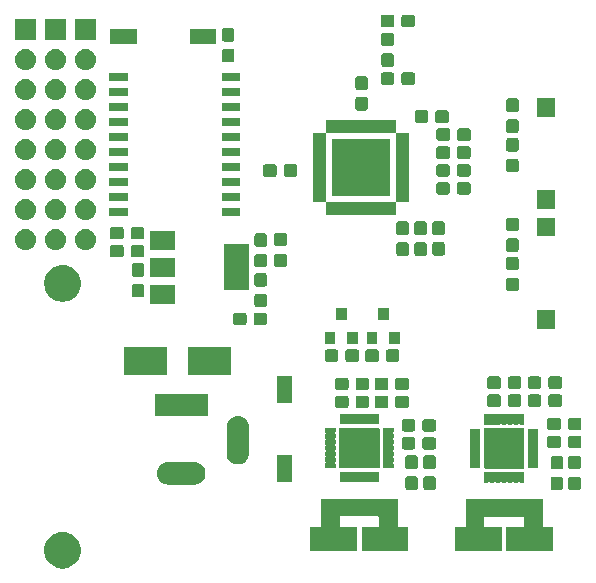
<source format=gbr>
G04 #@! TF.GenerationSoftware,KiCad,Pcbnew,5.1.1-8be2ce7~80~ubuntu18.04.1*
G04 #@! TF.CreationDate,2019-04-21T11:51:28+07:00*
G04 #@! TF.ProjectId,driver-servo-esp32,64726976-6572-42d7-9365-72766f2d6573,rev?*
G04 #@! TF.SameCoordinates,Original*
G04 #@! TF.FileFunction,Soldermask,Top*
G04 #@! TF.FilePolarity,Negative*
%FSLAX46Y46*%
G04 Gerber Fmt 4.6, Leading zero omitted, Abs format (unit mm)*
G04 Created by KiCad (PCBNEW 5.1.1-8be2ce7~80~ubuntu18.04.1) date 2019-04-21 11:51:28*
%MOMM*%
%LPD*%
G04 APERTURE LIST*
%ADD10C,0.100000*%
G04 APERTURE END LIST*
D10*
G36*
X100911985Y-142567002D02*
G01*
X101061810Y-142596804D01*
X101344074Y-142713721D01*
X101598105Y-142883459D01*
X101814141Y-143099495D01*
X101983879Y-143353526D01*
X102100796Y-143635790D01*
X102160400Y-143935440D01*
X102160400Y-144240960D01*
X102100796Y-144540610D01*
X101983879Y-144822874D01*
X101814141Y-145076905D01*
X101598105Y-145292941D01*
X101344074Y-145462679D01*
X101061810Y-145579596D01*
X100911985Y-145609398D01*
X100762161Y-145639200D01*
X100456639Y-145639200D01*
X100306815Y-145609398D01*
X100156990Y-145579596D01*
X99874726Y-145462679D01*
X99620695Y-145292941D01*
X99404659Y-145076905D01*
X99234921Y-144822874D01*
X99118004Y-144540610D01*
X99058400Y-144240960D01*
X99058400Y-143935440D01*
X99118004Y-143635790D01*
X99234921Y-143353526D01*
X99404659Y-143099495D01*
X99620695Y-142883459D01*
X99874726Y-142713721D01*
X100156990Y-142596804D01*
X100306815Y-142567002D01*
X100456639Y-142537200D01*
X100762161Y-142537200D01*
X100911985Y-142567002D01*
X100911985Y-142567002D01*
G37*
G36*
X141234200Y-142033801D02*
G01*
X141236602Y-142058187D01*
X141243715Y-142081636D01*
X141255266Y-142103247D01*
X141270811Y-142122189D01*
X141289753Y-142137734D01*
X141311364Y-142149285D01*
X141334813Y-142156398D01*
X141359199Y-142158800D01*
X142131700Y-142158800D01*
X142131700Y-144160800D01*
X138184700Y-144160800D01*
X138184700Y-142158800D01*
X139532201Y-142158800D01*
X139556587Y-142156398D01*
X139580036Y-142149285D01*
X139601647Y-142137734D01*
X139620589Y-142122189D01*
X139636134Y-142103247D01*
X139647685Y-142081636D01*
X139654798Y-142058187D01*
X139657200Y-142033801D01*
X139657200Y-141365799D01*
X139654798Y-141341413D01*
X139647685Y-141317964D01*
X139636134Y-141296353D01*
X139620589Y-141277411D01*
X139601647Y-141261866D01*
X139580036Y-141250315D01*
X139556587Y-141243202D01*
X139532201Y-141240800D01*
X136434199Y-141240800D01*
X136409813Y-141243202D01*
X136386364Y-141250315D01*
X136364753Y-141261866D01*
X136345811Y-141277411D01*
X136330266Y-141296353D01*
X136318715Y-141317964D01*
X136311602Y-141341413D01*
X136309200Y-141365799D01*
X136309200Y-142033801D01*
X136311602Y-142058187D01*
X136318715Y-142081636D01*
X136330266Y-142103247D01*
X136345811Y-142122189D01*
X136364753Y-142137734D01*
X136386364Y-142149285D01*
X136409813Y-142156398D01*
X136434199Y-142158800D01*
X137781700Y-142158800D01*
X137781700Y-144160800D01*
X133834700Y-144160800D01*
X133834700Y-142158800D01*
X134607201Y-142158800D01*
X134631587Y-142156398D01*
X134655036Y-142149285D01*
X134676647Y-142137734D01*
X134695589Y-142122189D01*
X134711134Y-142103247D01*
X134722685Y-142081636D01*
X134729798Y-142058187D01*
X134732200Y-142033801D01*
X134732200Y-139758800D01*
X141234200Y-139758800D01*
X141234200Y-142033801D01*
X141234200Y-142033801D01*
G37*
G36*
X128980800Y-142002401D02*
G01*
X128983202Y-142026787D01*
X128990315Y-142050236D01*
X129001866Y-142071847D01*
X129017411Y-142090789D01*
X129036353Y-142106334D01*
X129057964Y-142117885D01*
X129081413Y-142124998D01*
X129105799Y-142127400D01*
X129878300Y-142127400D01*
X129878300Y-144129400D01*
X125931300Y-144129400D01*
X125931300Y-142127400D01*
X127278801Y-142127400D01*
X127303187Y-142124998D01*
X127326636Y-142117885D01*
X127348247Y-142106334D01*
X127367189Y-142090789D01*
X127382734Y-142071847D01*
X127394285Y-142050236D01*
X127401398Y-142026787D01*
X127403800Y-142002401D01*
X127403800Y-141334399D01*
X127401398Y-141310013D01*
X127394285Y-141286564D01*
X127382734Y-141264953D01*
X127367189Y-141246011D01*
X127348247Y-141230466D01*
X127326636Y-141218915D01*
X127303187Y-141211802D01*
X127278801Y-141209400D01*
X124180799Y-141209400D01*
X124156413Y-141211802D01*
X124132964Y-141218915D01*
X124111353Y-141230466D01*
X124092411Y-141246011D01*
X124076866Y-141264953D01*
X124065315Y-141286564D01*
X124058202Y-141310013D01*
X124055800Y-141334399D01*
X124055800Y-142002401D01*
X124058202Y-142026787D01*
X124065315Y-142050236D01*
X124076866Y-142071847D01*
X124092411Y-142090789D01*
X124111353Y-142106334D01*
X124132964Y-142117885D01*
X124156413Y-142124998D01*
X124180799Y-142127400D01*
X125528300Y-142127400D01*
X125528300Y-144129400D01*
X121581300Y-144129400D01*
X121581300Y-142127400D01*
X122353801Y-142127400D01*
X122378187Y-142124998D01*
X122401636Y-142117885D01*
X122423247Y-142106334D01*
X122442189Y-142090789D01*
X122457734Y-142071847D01*
X122469285Y-142050236D01*
X122476398Y-142026787D01*
X122478800Y-142002401D01*
X122478800Y-139727400D01*
X128980800Y-139727400D01*
X128980800Y-142002401D01*
X128980800Y-142002401D01*
G37*
G36*
X144306299Y-137857145D02*
G01*
X144343795Y-137868520D01*
X144378354Y-137886992D01*
X144408647Y-137911853D01*
X144433508Y-137942146D01*
X144451980Y-137976705D01*
X144463355Y-138014201D01*
X144467800Y-138059338D01*
X144467800Y-138798062D01*
X144463355Y-138843199D01*
X144451980Y-138880695D01*
X144433508Y-138915254D01*
X144408647Y-138945547D01*
X144378354Y-138970408D01*
X144343795Y-138988880D01*
X144306299Y-139000255D01*
X144261162Y-139004700D01*
X143622438Y-139004700D01*
X143577301Y-139000255D01*
X143539805Y-138988880D01*
X143505246Y-138970408D01*
X143474953Y-138945547D01*
X143450092Y-138915254D01*
X143431620Y-138880695D01*
X143420245Y-138843199D01*
X143415800Y-138798062D01*
X143415800Y-138059338D01*
X143420245Y-138014201D01*
X143431620Y-137976705D01*
X143450092Y-137942146D01*
X143474953Y-137911853D01*
X143505246Y-137886992D01*
X143539805Y-137868520D01*
X143577301Y-137857145D01*
X143622438Y-137852700D01*
X144261162Y-137852700D01*
X144306299Y-137857145D01*
X144306299Y-137857145D01*
G37*
G36*
X142807699Y-137857145D02*
G01*
X142845195Y-137868520D01*
X142879754Y-137886992D01*
X142910047Y-137911853D01*
X142934908Y-137942146D01*
X142953380Y-137976705D01*
X142964755Y-138014201D01*
X142969200Y-138059338D01*
X142969200Y-138798062D01*
X142964755Y-138843199D01*
X142953380Y-138880695D01*
X142934908Y-138915254D01*
X142910047Y-138945547D01*
X142879754Y-138970408D01*
X142845195Y-138988880D01*
X142807699Y-139000255D01*
X142762562Y-139004700D01*
X142123838Y-139004700D01*
X142078701Y-139000255D01*
X142041205Y-138988880D01*
X142006646Y-138970408D01*
X141976353Y-138945547D01*
X141951492Y-138915254D01*
X141933020Y-138880695D01*
X141921645Y-138843199D01*
X141917200Y-138798062D01*
X141917200Y-138059338D01*
X141921645Y-138014201D01*
X141933020Y-137976705D01*
X141951492Y-137942146D01*
X141976353Y-137911853D01*
X142006646Y-137886992D01*
X142041205Y-137868520D01*
X142078701Y-137857145D01*
X142123838Y-137852700D01*
X142762562Y-137852700D01*
X142807699Y-137857145D01*
X142807699Y-137857145D01*
G37*
G36*
X130514099Y-137819045D02*
G01*
X130551595Y-137830420D01*
X130586154Y-137848892D01*
X130616447Y-137873753D01*
X130641308Y-137904046D01*
X130659780Y-137938605D01*
X130671155Y-137976101D01*
X130675600Y-138021238D01*
X130675600Y-138759962D01*
X130671155Y-138805099D01*
X130659780Y-138842595D01*
X130641308Y-138877154D01*
X130616447Y-138907447D01*
X130586154Y-138932308D01*
X130551595Y-138950780D01*
X130514099Y-138962155D01*
X130468962Y-138966600D01*
X129830238Y-138966600D01*
X129785101Y-138962155D01*
X129747605Y-138950780D01*
X129713046Y-138932308D01*
X129682753Y-138907447D01*
X129657892Y-138877154D01*
X129639420Y-138842595D01*
X129628045Y-138805099D01*
X129623600Y-138759962D01*
X129623600Y-138021238D01*
X129628045Y-137976101D01*
X129639420Y-137938605D01*
X129657892Y-137904046D01*
X129682753Y-137873753D01*
X129713046Y-137848892D01*
X129747605Y-137830420D01*
X129785101Y-137819045D01*
X129830238Y-137814600D01*
X130468962Y-137814600D01*
X130514099Y-137819045D01*
X130514099Y-137819045D01*
G37*
G36*
X132038099Y-137819045D02*
G01*
X132075595Y-137830420D01*
X132110154Y-137848892D01*
X132140447Y-137873753D01*
X132165308Y-137904046D01*
X132183780Y-137938605D01*
X132195155Y-137976101D01*
X132199600Y-138021238D01*
X132199600Y-138759962D01*
X132195155Y-138805099D01*
X132183780Y-138842595D01*
X132165308Y-138877154D01*
X132140447Y-138907447D01*
X132110154Y-138932308D01*
X132075595Y-138950780D01*
X132038099Y-138962155D01*
X131992962Y-138966600D01*
X131354238Y-138966600D01*
X131309101Y-138962155D01*
X131271605Y-138950780D01*
X131237046Y-138932308D01*
X131206753Y-138907447D01*
X131181892Y-138877154D01*
X131163420Y-138842595D01*
X131152045Y-138805099D01*
X131147600Y-138759962D01*
X131147600Y-138021238D01*
X131152045Y-137976101D01*
X131163420Y-137938605D01*
X131181892Y-137904046D01*
X131206753Y-137873753D01*
X131237046Y-137848892D01*
X131271605Y-137830420D01*
X131309101Y-137819045D01*
X131354238Y-137814600D01*
X131992962Y-137814600D01*
X132038099Y-137819045D01*
X132038099Y-137819045D01*
G37*
G36*
X111928825Y-136637960D02*
G01*
X111928828Y-136637961D01*
X111928829Y-136637961D01*
X112108093Y-136692340D01*
X112108096Y-136692342D01*
X112108097Y-136692342D01*
X112273303Y-136780646D01*
X112418112Y-136899488D01*
X112536954Y-137044297D01*
X112620595Y-137200780D01*
X112625260Y-137209507D01*
X112679639Y-137388771D01*
X112679640Y-137388775D01*
X112698001Y-137575200D01*
X112679640Y-137761625D01*
X112679639Y-137761628D01*
X112679639Y-137761629D01*
X112625260Y-137940893D01*
X112625258Y-137940896D01*
X112625258Y-137940897D01*
X112536954Y-138106103D01*
X112418112Y-138250912D01*
X112273303Y-138369754D01*
X112108097Y-138458058D01*
X112108093Y-138458060D01*
X111928829Y-138512439D01*
X111928828Y-138512439D01*
X111928825Y-138512440D01*
X111789118Y-138526200D01*
X109495682Y-138526200D01*
X109355975Y-138512440D01*
X109355972Y-138512439D01*
X109355971Y-138512439D01*
X109176707Y-138458060D01*
X109176703Y-138458058D01*
X109011497Y-138369754D01*
X108866688Y-138250912D01*
X108747846Y-138106103D01*
X108659542Y-137940897D01*
X108659542Y-137940896D01*
X108659540Y-137940893D01*
X108605161Y-137761629D01*
X108605161Y-137761628D01*
X108605160Y-137761625D01*
X108586799Y-137575200D01*
X108605160Y-137388775D01*
X108605161Y-137388771D01*
X108659540Y-137209507D01*
X108664205Y-137200780D01*
X108747846Y-137044297D01*
X108866688Y-136899488D01*
X109011497Y-136780646D01*
X109176703Y-136692342D01*
X109176704Y-136692342D01*
X109176707Y-136692340D01*
X109355971Y-136637961D01*
X109355972Y-136637961D01*
X109355975Y-136637960D01*
X109495682Y-136624200D01*
X111789118Y-136624200D01*
X111928825Y-136637960D01*
X111928825Y-136637960D01*
G37*
G36*
X136638555Y-137459883D02*
G01*
X136643229Y-137461301D01*
X136647530Y-137463600D01*
X136653902Y-137468829D01*
X136674276Y-137482443D01*
X136696915Y-137491820D01*
X136720949Y-137496600D01*
X136745453Y-137496600D01*
X136769486Y-137491819D01*
X136792125Y-137482442D01*
X136812498Y-137468829D01*
X136818870Y-137463600D01*
X136823171Y-137461301D01*
X136827845Y-137459883D01*
X136838841Y-137458800D01*
X137127559Y-137458800D01*
X137138555Y-137459883D01*
X137143229Y-137461301D01*
X137147530Y-137463600D01*
X137153902Y-137468829D01*
X137174276Y-137482443D01*
X137196915Y-137491820D01*
X137220949Y-137496600D01*
X137245453Y-137496600D01*
X137269486Y-137491819D01*
X137292125Y-137482442D01*
X137312498Y-137468829D01*
X137318870Y-137463600D01*
X137323171Y-137461301D01*
X137327845Y-137459883D01*
X137338841Y-137458800D01*
X137627559Y-137458800D01*
X137638555Y-137459883D01*
X137643229Y-137461301D01*
X137647530Y-137463600D01*
X137653902Y-137468829D01*
X137674276Y-137482443D01*
X137696915Y-137491820D01*
X137720949Y-137496600D01*
X137745453Y-137496600D01*
X137769486Y-137491819D01*
X137792125Y-137482442D01*
X137812498Y-137468829D01*
X137818870Y-137463600D01*
X137823171Y-137461301D01*
X137827845Y-137459883D01*
X137838841Y-137458800D01*
X138127559Y-137458800D01*
X138138555Y-137459883D01*
X138143229Y-137461301D01*
X138147530Y-137463600D01*
X138153902Y-137468829D01*
X138174276Y-137482443D01*
X138196915Y-137491820D01*
X138220949Y-137496600D01*
X138245453Y-137496600D01*
X138269486Y-137491819D01*
X138292125Y-137482442D01*
X138312498Y-137468829D01*
X138318870Y-137463600D01*
X138323171Y-137461301D01*
X138327845Y-137459883D01*
X138338841Y-137458800D01*
X138627559Y-137458800D01*
X138638555Y-137459883D01*
X138643229Y-137461301D01*
X138647530Y-137463600D01*
X138653902Y-137468829D01*
X138674276Y-137482443D01*
X138696915Y-137491820D01*
X138720949Y-137496600D01*
X138745453Y-137496600D01*
X138769486Y-137491819D01*
X138792125Y-137482442D01*
X138812498Y-137468829D01*
X138818870Y-137463600D01*
X138823171Y-137461301D01*
X138827845Y-137459883D01*
X138838841Y-137458800D01*
X139127559Y-137458800D01*
X139138555Y-137459883D01*
X139143229Y-137461301D01*
X139147530Y-137463600D01*
X139153902Y-137468829D01*
X139174276Y-137482443D01*
X139196915Y-137491820D01*
X139220949Y-137496600D01*
X139245453Y-137496600D01*
X139269486Y-137491819D01*
X139292125Y-137482442D01*
X139312498Y-137468829D01*
X139318870Y-137463600D01*
X139323171Y-137461301D01*
X139327845Y-137459883D01*
X139338841Y-137458800D01*
X139627559Y-137458800D01*
X139638555Y-137459883D01*
X139643229Y-137461301D01*
X139647531Y-137463600D01*
X139651304Y-137466696D01*
X139654400Y-137470469D01*
X139656699Y-137474771D01*
X139658117Y-137479445D01*
X139659200Y-137490441D01*
X139659200Y-138329159D01*
X139658117Y-138340155D01*
X139656699Y-138344829D01*
X139654400Y-138349131D01*
X139651304Y-138352904D01*
X139647531Y-138356000D01*
X139643229Y-138358299D01*
X139638555Y-138359717D01*
X139627559Y-138360800D01*
X139338841Y-138360800D01*
X139327845Y-138359717D01*
X139323171Y-138358299D01*
X139318870Y-138356000D01*
X139312498Y-138350771D01*
X139292124Y-138337157D01*
X139269485Y-138327780D01*
X139245451Y-138323000D01*
X139220947Y-138323000D01*
X139196914Y-138327781D01*
X139174275Y-138337158D01*
X139153902Y-138350771D01*
X139147530Y-138356000D01*
X139143229Y-138358299D01*
X139138555Y-138359717D01*
X139127559Y-138360800D01*
X138838841Y-138360800D01*
X138827845Y-138359717D01*
X138823171Y-138358299D01*
X138818870Y-138356000D01*
X138812498Y-138350771D01*
X138792124Y-138337157D01*
X138769485Y-138327780D01*
X138745451Y-138323000D01*
X138720947Y-138323000D01*
X138696914Y-138327781D01*
X138674275Y-138337158D01*
X138653902Y-138350771D01*
X138647530Y-138356000D01*
X138643229Y-138358299D01*
X138638555Y-138359717D01*
X138627559Y-138360800D01*
X138338841Y-138360800D01*
X138327845Y-138359717D01*
X138323171Y-138358299D01*
X138318870Y-138356000D01*
X138312498Y-138350771D01*
X138292124Y-138337157D01*
X138269485Y-138327780D01*
X138245451Y-138323000D01*
X138220947Y-138323000D01*
X138196914Y-138327781D01*
X138174275Y-138337158D01*
X138153902Y-138350771D01*
X138147530Y-138356000D01*
X138143229Y-138358299D01*
X138138555Y-138359717D01*
X138127559Y-138360800D01*
X137838841Y-138360800D01*
X137827845Y-138359717D01*
X137823171Y-138358299D01*
X137818870Y-138356000D01*
X137812498Y-138350771D01*
X137792124Y-138337157D01*
X137769485Y-138327780D01*
X137745451Y-138323000D01*
X137720947Y-138323000D01*
X137696914Y-138327781D01*
X137674275Y-138337158D01*
X137653902Y-138350771D01*
X137647530Y-138356000D01*
X137643229Y-138358299D01*
X137638555Y-138359717D01*
X137627559Y-138360800D01*
X137338841Y-138360800D01*
X137327845Y-138359717D01*
X137323171Y-138358299D01*
X137318870Y-138356000D01*
X137312498Y-138350771D01*
X137292124Y-138337157D01*
X137269485Y-138327780D01*
X137245451Y-138323000D01*
X137220947Y-138323000D01*
X137196914Y-138327781D01*
X137174275Y-138337158D01*
X137153902Y-138350771D01*
X137147530Y-138356000D01*
X137143229Y-138358299D01*
X137138555Y-138359717D01*
X137127559Y-138360800D01*
X136838841Y-138360800D01*
X136827845Y-138359717D01*
X136823171Y-138358299D01*
X136818870Y-138356000D01*
X136812498Y-138350771D01*
X136792124Y-138337157D01*
X136769485Y-138327780D01*
X136745451Y-138323000D01*
X136720947Y-138323000D01*
X136696914Y-138327781D01*
X136674275Y-138337158D01*
X136653902Y-138350771D01*
X136647530Y-138356000D01*
X136643229Y-138358299D01*
X136638555Y-138359717D01*
X136627559Y-138360800D01*
X136338841Y-138360800D01*
X136327845Y-138359717D01*
X136323171Y-138358299D01*
X136318869Y-138356000D01*
X136315096Y-138352904D01*
X136312000Y-138349131D01*
X136309701Y-138344829D01*
X136308283Y-138340155D01*
X136307200Y-138329159D01*
X136307200Y-137490441D01*
X136308283Y-137479445D01*
X136309701Y-137474771D01*
X136312000Y-137470469D01*
X136315096Y-137466696D01*
X136318869Y-137463600D01*
X136323171Y-137461301D01*
X136327845Y-137459883D01*
X136338841Y-137458800D01*
X136627559Y-137458800D01*
X136638555Y-137459883D01*
X136638555Y-137459883D01*
G37*
G36*
X124385155Y-137428483D02*
G01*
X124389829Y-137429901D01*
X124394130Y-137432200D01*
X124400502Y-137437429D01*
X124420876Y-137451043D01*
X124443515Y-137460420D01*
X124467549Y-137465200D01*
X124492053Y-137465200D01*
X124516086Y-137460419D01*
X124538725Y-137451042D01*
X124559098Y-137437429D01*
X124565470Y-137432200D01*
X124569771Y-137429901D01*
X124574445Y-137428483D01*
X124585441Y-137427400D01*
X124874159Y-137427400D01*
X124885155Y-137428483D01*
X124889829Y-137429901D01*
X124894130Y-137432200D01*
X124900502Y-137437429D01*
X124920876Y-137451043D01*
X124943515Y-137460420D01*
X124967549Y-137465200D01*
X124992053Y-137465200D01*
X125016086Y-137460419D01*
X125038725Y-137451042D01*
X125059098Y-137437429D01*
X125065470Y-137432200D01*
X125069771Y-137429901D01*
X125074445Y-137428483D01*
X125085441Y-137427400D01*
X125374159Y-137427400D01*
X125385155Y-137428483D01*
X125389829Y-137429901D01*
X125394130Y-137432200D01*
X125400502Y-137437429D01*
X125420876Y-137451043D01*
X125443515Y-137460420D01*
X125467549Y-137465200D01*
X125492053Y-137465200D01*
X125516086Y-137460419D01*
X125538725Y-137451042D01*
X125559098Y-137437429D01*
X125565470Y-137432200D01*
X125569771Y-137429901D01*
X125574445Y-137428483D01*
X125585441Y-137427400D01*
X125874159Y-137427400D01*
X125885155Y-137428483D01*
X125889829Y-137429901D01*
X125894130Y-137432200D01*
X125900502Y-137437429D01*
X125920876Y-137451043D01*
X125943515Y-137460420D01*
X125967549Y-137465200D01*
X125992053Y-137465200D01*
X126016086Y-137460419D01*
X126038725Y-137451042D01*
X126059098Y-137437429D01*
X126065470Y-137432200D01*
X126069771Y-137429901D01*
X126074445Y-137428483D01*
X126085441Y-137427400D01*
X126374159Y-137427400D01*
X126385155Y-137428483D01*
X126389829Y-137429901D01*
X126394130Y-137432200D01*
X126400502Y-137437429D01*
X126420876Y-137451043D01*
X126443515Y-137460420D01*
X126467549Y-137465200D01*
X126492053Y-137465200D01*
X126516086Y-137460419D01*
X126538725Y-137451042D01*
X126559098Y-137437429D01*
X126565470Y-137432200D01*
X126569771Y-137429901D01*
X126574445Y-137428483D01*
X126585441Y-137427400D01*
X126874159Y-137427400D01*
X126885155Y-137428483D01*
X126889829Y-137429901D01*
X126894130Y-137432200D01*
X126900502Y-137437429D01*
X126920876Y-137451043D01*
X126943515Y-137460420D01*
X126967549Y-137465200D01*
X126992053Y-137465200D01*
X127016086Y-137460419D01*
X127038725Y-137451042D01*
X127059098Y-137437429D01*
X127065470Y-137432200D01*
X127069771Y-137429901D01*
X127074445Y-137428483D01*
X127085441Y-137427400D01*
X127374159Y-137427400D01*
X127385155Y-137428483D01*
X127389829Y-137429901D01*
X127394131Y-137432200D01*
X127397904Y-137435296D01*
X127401000Y-137439069D01*
X127403299Y-137443371D01*
X127404717Y-137448045D01*
X127405800Y-137459041D01*
X127405800Y-138297759D01*
X127404717Y-138308755D01*
X127403299Y-138313429D01*
X127401000Y-138317731D01*
X127397904Y-138321504D01*
X127394131Y-138324600D01*
X127389829Y-138326899D01*
X127385155Y-138328317D01*
X127374159Y-138329400D01*
X127085441Y-138329400D01*
X127074445Y-138328317D01*
X127069771Y-138326899D01*
X127065470Y-138324600D01*
X127059098Y-138319371D01*
X127038724Y-138305757D01*
X127016085Y-138296380D01*
X126992051Y-138291600D01*
X126967547Y-138291600D01*
X126943514Y-138296381D01*
X126920875Y-138305758D01*
X126900502Y-138319371D01*
X126894130Y-138324600D01*
X126889829Y-138326899D01*
X126885155Y-138328317D01*
X126874159Y-138329400D01*
X126585441Y-138329400D01*
X126574445Y-138328317D01*
X126569771Y-138326899D01*
X126565470Y-138324600D01*
X126559098Y-138319371D01*
X126538724Y-138305757D01*
X126516085Y-138296380D01*
X126492051Y-138291600D01*
X126467547Y-138291600D01*
X126443514Y-138296381D01*
X126420875Y-138305758D01*
X126400502Y-138319371D01*
X126394130Y-138324600D01*
X126389829Y-138326899D01*
X126385155Y-138328317D01*
X126374159Y-138329400D01*
X126085441Y-138329400D01*
X126074445Y-138328317D01*
X126069771Y-138326899D01*
X126065470Y-138324600D01*
X126059098Y-138319371D01*
X126038724Y-138305757D01*
X126016085Y-138296380D01*
X125992051Y-138291600D01*
X125967547Y-138291600D01*
X125943514Y-138296381D01*
X125920875Y-138305758D01*
X125900502Y-138319371D01*
X125894130Y-138324600D01*
X125889829Y-138326899D01*
X125885155Y-138328317D01*
X125874159Y-138329400D01*
X125585441Y-138329400D01*
X125574445Y-138328317D01*
X125569771Y-138326899D01*
X125565470Y-138324600D01*
X125559098Y-138319371D01*
X125538724Y-138305757D01*
X125516085Y-138296380D01*
X125492051Y-138291600D01*
X125467547Y-138291600D01*
X125443514Y-138296381D01*
X125420875Y-138305758D01*
X125400502Y-138319371D01*
X125394130Y-138324600D01*
X125389829Y-138326899D01*
X125385155Y-138328317D01*
X125374159Y-138329400D01*
X125085441Y-138329400D01*
X125074445Y-138328317D01*
X125069771Y-138326899D01*
X125065470Y-138324600D01*
X125059098Y-138319371D01*
X125038724Y-138305757D01*
X125016085Y-138296380D01*
X124992051Y-138291600D01*
X124967547Y-138291600D01*
X124943514Y-138296381D01*
X124920875Y-138305758D01*
X124900502Y-138319371D01*
X124894130Y-138324600D01*
X124889829Y-138326899D01*
X124885155Y-138328317D01*
X124874159Y-138329400D01*
X124585441Y-138329400D01*
X124574445Y-138328317D01*
X124569771Y-138326899D01*
X124565470Y-138324600D01*
X124559098Y-138319371D01*
X124538724Y-138305757D01*
X124516085Y-138296380D01*
X124492051Y-138291600D01*
X124467547Y-138291600D01*
X124443514Y-138296381D01*
X124420875Y-138305758D01*
X124400502Y-138319371D01*
X124394130Y-138324600D01*
X124389829Y-138326899D01*
X124385155Y-138328317D01*
X124374159Y-138329400D01*
X124085441Y-138329400D01*
X124074445Y-138328317D01*
X124069771Y-138326899D01*
X124065469Y-138324600D01*
X124061696Y-138321504D01*
X124058600Y-138317731D01*
X124056301Y-138313429D01*
X124054883Y-138308755D01*
X124053800Y-138297759D01*
X124053800Y-137459041D01*
X124054883Y-137448045D01*
X124056301Y-137443371D01*
X124058600Y-137439069D01*
X124061696Y-137435296D01*
X124065469Y-137432200D01*
X124069771Y-137429901D01*
X124074445Y-137428483D01*
X124085441Y-137427400D01*
X124374159Y-137427400D01*
X124385155Y-137428483D01*
X124385155Y-137428483D01*
G37*
G36*
X119991000Y-138328600D02*
G01*
X118769000Y-138328600D01*
X118769000Y-136066600D01*
X119991000Y-136066600D01*
X119991000Y-138328600D01*
X119991000Y-138328600D01*
G37*
G36*
X142807699Y-136107145D02*
G01*
X142845195Y-136118520D01*
X142879754Y-136136992D01*
X142910047Y-136161853D01*
X142934908Y-136192146D01*
X142953380Y-136226705D01*
X142964755Y-136264201D01*
X142969200Y-136309338D01*
X142969200Y-137048062D01*
X142964755Y-137093199D01*
X142953380Y-137130695D01*
X142934908Y-137165254D01*
X142910047Y-137195547D01*
X142879754Y-137220408D01*
X142845195Y-137238880D01*
X142807699Y-137250255D01*
X142762562Y-137254700D01*
X142123838Y-137254700D01*
X142078701Y-137250255D01*
X142041205Y-137238880D01*
X142006646Y-137220408D01*
X141976353Y-137195547D01*
X141951492Y-137165254D01*
X141933020Y-137130695D01*
X141921645Y-137093199D01*
X141917200Y-137048062D01*
X141917200Y-136309338D01*
X141921645Y-136264201D01*
X141933020Y-136226705D01*
X141951492Y-136192146D01*
X141976353Y-136161853D01*
X142006646Y-136136992D01*
X142041205Y-136118520D01*
X142078701Y-136107145D01*
X142123838Y-136102700D01*
X142762562Y-136102700D01*
X142807699Y-136107145D01*
X142807699Y-136107145D01*
G37*
G36*
X144306299Y-136107145D02*
G01*
X144343795Y-136118520D01*
X144378354Y-136136992D01*
X144408647Y-136161853D01*
X144433508Y-136192146D01*
X144451980Y-136226705D01*
X144463355Y-136264201D01*
X144467800Y-136309338D01*
X144467800Y-137048062D01*
X144463355Y-137093199D01*
X144451980Y-137130695D01*
X144433508Y-137165254D01*
X144408647Y-137195547D01*
X144378354Y-137220408D01*
X144343795Y-137238880D01*
X144306299Y-137250255D01*
X144261162Y-137254700D01*
X143622438Y-137254700D01*
X143577301Y-137250255D01*
X143539805Y-137238880D01*
X143505246Y-137220408D01*
X143474953Y-137195547D01*
X143450092Y-137165254D01*
X143431620Y-137130695D01*
X143420245Y-137093199D01*
X143415800Y-137048062D01*
X143415800Y-136309338D01*
X143420245Y-136264201D01*
X143431620Y-136226705D01*
X143450092Y-136192146D01*
X143474953Y-136161853D01*
X143505246Y-136136992D01*
X143539805Y-136118520D01*
X143577301Y-136107145D01*
X143622438Y-136102700D01*
X144261162Y-136102700D01*
X144306299Y-136107145D01*
X144306299Y-136107145D01*
G37*
G36*
X132038099Y-136069045D02*
G01*
X132075595Y-136080420D01*
X132110154Y-136098892D01*
X132140447Y-136123753D01*
X132165308Y-136154046D01*
X132183780Y-136188605D01*
X132195155Y-136226101D01*
X132199600Y-136271238D01*
X132199600Y-137009962D01*
X132195155Y-137055099D01*
X132183780Y-137092595D01*
X132165308Y-137127154D01*
X132140447Y-137157447D01*
X132110154Y-137182308D01*
X132075595Y-137200780D01*
X132038099Y-137212155D01*
X131992962Y-137216600D01*
X131354238Y-137216600D01*
X131309101Y-137212155D01*
X131271605Y-137200780D01*
X131237046Y-137182308D01*
X131206753Y-137157447D01*
X131181892Y-137127154D01*
X131163420Y-137092595D01*
X131152045Y-137055099D01*
X131147600Y-137009962D01*
X131147600Y-136271238D01*
X131152045Y-136226101D01*
X131163420Y-136188605D01*
X131181892Y-136154046D01*
X131206753Y-136123753D01*
X131237046Y-136098892D01*
X131271605Y-136080420D01*
X131309101Y-136069045D01*
X131354238Y-136064600D01*
X131992962Y-136064600D01*
X132038099Y-136069045D01*
X132038099Y-136069045D01*
G37*
G36*
X130514099Y-136069045D02*
G01*
X130551595Y-136080420D01*
X130586154Y-136098892D01*
X130616447Y-136123753D01*
X130641308Y-136154046D01*
X130659780Y-136188605D01*
X130671155Y-136226101D01*
X130675600Y-136271238D01*
X130675600Y-137009962D01*
X130671155Y-137055099D01*
X130659780Y-137092595D01*
X130641308Y-137127154D01*
X130616447Y-137157447D01*
X130586154Y-137182308D01*
X130551595Y-137200780D01*
X130514099Y-137212155D01*
X130468962Y-137216600D01*
X129830238Y-137216600D01*
X129785101Y-137212155D01*
X129747605Y-137200780D01*
X129713046Y-137182308D01*
X129682753Y-137157447D01*
X129657892Y-137127154D01*
X129639420Y-137092595D01*
X129628045Y-137055099D01*
X129623600Y-137009962D01*
X129623600Y-136271238D01*
X129628045Y-136226101D01*
X129639420Y-136188605D01*
X129657892Y-136154046D01*
X129682753Y-136123753D01*
X129713046Y-136098892D01*
X129747605Y-136080420D01*
X129785101Y-136069045D01*
X129830238Y-136064600D01*
X130468962Y-136064600D01*
X130514099Y-136069045D01*
X130514099Y-136069045D01*
G37*
G36*
X139587324Y-133737299D02*
G01*
X139615587Y-133745873D01*
X139641634Y-133759796D01*
X139664467Y-133778533D01*
X139683204Y-133801366D01*
X139697127Y-133827413D01*
X139705701Y-133855676D01*
X139709200Y-133891208D01*
X139709200Y-137028392D01*
X139705701Y-137063924D01*
X139697127Y-137092187D01*
X139683204Y-137118234D01*
X139664467Y-137141067D01*
X139641634Y-137159804D01*
X139615587Y-137173727D01*
X139587324Y-137182301D01*
X139551792Y-137185800D01*
X136414608Y-137185800D01*
X136379076Y-137182301D01*
X136350813Y-137173727D01*
X136324766Y-137159804D01*
X136301933Y-137141067D01*
X136283196Y-137118234D01*
X136269273Y-137092187D01*
X136260699Y-137063924D01*
X136257200Y-137028392D01*
X136257200Y-133891208D01*
X136260699Y-133855676D01*
X136269273Y-133827413D01*
X136283196Y-133801366D01*
X136301933Y-133778533D01*
X136324766Y-133759796D01*
X136350813Y-133745873D01*
X136379076Y-133737299D01*
X136414608Y-133733800D01*
X139551792Y-133733800D01*
X139587324Y-133737299D01*
X139587324Y-133737299D01*
G37*
G36*
X127333924Y-133705899D02*
G01*
X127362187Y-133714473D01*
X127388234Y-133728396D01*
X127411067Y-133747133D01*
X127429804Y-133769966D01*
X127443727Y-133796013D01*
X127452301Y-133824276D01*
X127455800Y-133859808D01*
X127455800Y-136996992D01*
X127452301Y-137032524D01*
X127443727Y-137060787D01*
X127429804Y-137086834D01*
X127411067Y-137109667D01*
X127388234Y-137128404D01*
X127362187Y-137142327D01*
X127333924Y-137150901D01*
X127298392Y-137154400D01*
X124161208Y-137154400D01*
X124125676Y-137150901D01*
X124097413Y-137142327D01*
X124071366Y-137128404D01*
X124048533Y-137109667D01*
X124029796Y-137086834D01*
X124015873Y-137060787D01*
X124007299Y-137032524D01*
X124003800Y-136996992D01*
X124003800Y-133859808D01*
X124007299Y-133824276D01*
X124015873Y-133796013D01*
X124029796Y-133769966D01*
X124048533Y-133747133D01*
X124071366Y-133728396D01*
X124097413Y-133714473D01*
X124125676Y-133705899D01*
X124161208Y-133702400D01*
X127298392Y-133702400D01*
X127333924Y-133705899D01*
X127333924Y-133705899D01*
G37*
G36*
X140863555Y-133784883D02*
G01*
X140868229Y-133786301D01*
X140872531Y-133788600D01*
X140876304Y-133791696D01*
X140879400Y-133795469D01*
X140881699Y-133799771D01*
X140883117Y-133804445D01*
X140884200Y-133815441D01*
X140884200Y-134104159D01*
X140883117Y-134115155D01*
X140881699Y-134119829D01*
X140879400Y-134124130D01*
X140874171Y-134130502D01*
X140860557Y-134150876D01*
X140851180Y-134173515D01*
X140846400Y-134197549D01*
X140846400Y-134222053D01*
X140851181Y-134246086D01*
X140860558Y-134268725D01*
X140874171Y-134289098D01*
X140879400Y-134295470D01*
X140881699Y-134299771D01*
X140883117Y-134304445D01*
X140884200Y-134315441D01*
X140884200Y-134604159D01*
X140883117Y-134615155D01*
X140881699Y-134619829D01*
X140879400Y-134624130D01*
X140874171Y-134630502D01*
X140860557Y-134650876D01*
X140851180Y-134673515D01*
X140846400Y-134697549D01*
X140846400Y-134722053D01*
X140851181Y-134746086D01*
X140860558Y-134768725D01*
X140874171Y-134789098D01*
X140879400Y-134795470D01*
X140881699Y-134799771D01*
X140883117Y-134804445D01*
X140884200Y-134815441D01*
X140884200Y-135104159D01*
X140883117Y-135115155D01*
X140881699Y-135119829D01*
X140879400Y-135124130D01*
X140874171Y-135130502D01*
X140860557Y-135150876D01*
X140851180Y-135173515D01*
X140846400Y-135197549D01*
X140846400Y-135222053D01*
X140851181Y-135246086D01*
X140860558Y-135268725D01*
X140874171Y-135289098D01*
X140879400Y-135295470D01*
X140881699Y-135299771D01*
X140883117Y-135304445D01*
X140884200Y-135315441D01*
X140884200Y-135604159D01*
X140883117Y-135615155D01*
X140881699Y-135619829D01*
X140879400Y-135624130D01*
X140874171Y-135630502D01*
X140860557Y-135650876D01*
X140851180Y-135673515D01*
X140846400Y-135697549D01*
X140846400Y-135722053D01*
X140851181Y-135746086D01*
X140860558Y-135768725D01*
X140874171Y-135789098D01*
X140879400Y-135795470D01*
X140881699Y-135799771D01*
X140883117Y-135804445D01*
X140884200Y-135815441D01*
X140884200Y-136104159D01*
X140883117Y-136115155D01*
X140881699Y-136119829D01*
X140879400Y-136124130D01*
X140874171Y-136130502D01*
X140860557Y-136150876D01*
X140851180Y-136173515D01*
X140846400Y-136197549D01*
X140846400Y-136222053D01*
X140851181Y-136246086D01*
X140860558Y-136268725D01*
X140874171Y-136289098D01*
X140879400Y-136295470D01*
X140881699Y-136299771D01*
X140883117Y-136304445D01*
X140884200Y-136315441D01*
X140884200Y-136604159D01*
X140883117Y-136615155D01*
X140881699Y-136619829D01*
X140879400Y-136624130D01*
X140874171Y-136630502D01*
X140860557Y-136650876D01*
X140851180Y-136673515D01*
X140846400Y-136697549D01*
X140846400Y-136722053D01*
X140851181Y-136746086D01*
X140860558Y-136768725D01*
X140874171Y-136789098D01*
X140879400Y-136795470D01*
X140881699Y-136799771D01*
X140883117Y-136804445D01*
X140884200Y-136815441D01*
X140884200Y-137104159D01*
X140883117Y-137115155D01*
X140881699Y-137119829D01*
X140879400Y-137124131D01*
X140876304Y-137127904D01*
X140872531Y-137131000D01*
X140868229Y-137133299D01*
X140863555Y-137134717D01*
X140852559Y-137135800D01*
X140013841Y-137135800D01*
X140002845Y-137134717D01*
X139998171Y-137133299D01*
X139993869Y-137131000D01*
X139990096Y-137127904D01*
X139987000Y-137124131D01*
X139984701Y-137119829D01*
X139983283Y-137115155D01*
X139982200Y-137104159D01*
X139982200Y-136815441D01*
X139983283Y-136804445D01*
X139984701Y-136799771D01*
X139987000Y-136795470D01*
X139992229Y-136789098D01*
X140005843Y-136768724D01*
X140015220Y-136746085D01*
X140020000Y-136722051D01*
X140020000Y-136697547D01*
X140015219Y-136673514D01*
X140005842Y-136650875D01*
X139992229Y-136630502D01*
X139987000Y-136624130D01*
X139984701Y-136619829D01*
X139983283Y-136615155D01*
X139982200Y-136604159D01*
X139982200Y-136315441D01*
X139983283Y-136304445D01*
X139984701Y-136299771D01*
X139987000Y-136295470D01*
X139992229Y-136289098D01*
X140005843Y-136268724D01*
X140015220Y-136246085D01*
X140020000Y-136222051D01*
X140020000Y-136197547D01*
X140015219Y-136173514D01*
X140005842Y-136150875D01*
X139992229Y-136130502D01*
X139987000Y-136124130D01*
X139984701Y-136119829D01*
X139983283Y-136115155D01*
X139982200Y-136104159D01*
X139982200Y-135815441D01*
X139983283Y-135804445D01*
X139984701Y-135799771D01*
X139987000Y-135795470D01*
X139992229Y-135789098D01*
X140005843Y-135768724D01*
X140015220Y-135746085D01*
X140020000Y-135722051D01*
X140020000Y-135697547D01*
X140015219Y-135673514D01*
X140005842Y-135650875D01*
X139992229Y-135630502D01*
X139987000Y-135624130D01*
X139984701Y-135619829D01*
X139983283Y-135615155D01*
X139982200Y-135604159D01*
X139982200Y-135315441D01*
X139983283Y-135304445D01*
X139984701Y-135299771D01*
X139987000Y-135295470D01*
X139992229Y-135289098D01*
X140005843Y-135268724D01*
X140015220Y-135246085D01*
X140020000Y-135222051D01*
X140020000Y-135197547D01*
X140015219Y-135173514D01*
X140005842Y-135150875D01*
X139992229Y-135130502D01*
X139987000Y-135124130D01*
X139984701Y-135119829D01*
X139983283Y-135115155D01*
X139982200Y-135104159D01*
X139982200Y-134815441D01*
X139983283Y-134804445D01*
X139984701Y-134799771D01*
X139987000Y-134795470D01*
X139992229Y-134789098D01*
X140005843Y-134768724D01*
X140015220Y-134746085D01*
X140020000Y-134722051D01*
X140020000Y-134697547D01*
X140015219Y-134673514D01*
X140005842Y-134650875D01*
X139992229Y-134630502D01*
X139987000Y-134624130D01*
X139984701Y-134619829D01*
X139983283Y-134615155D01*
X139982200Y-134604159D01*
X139982200Y-134315441D01*
X139983283Y-134304445D01*
X139984701Y-134299771D01*
X139987000Y-134295470D01*
X139992229Y-134289098D01*
X140005843Y-134268724D01*
X140015220Y-134246085D01*
X140020000Y-134222051D01*
X140020000Y-134197547D01*
X140015219Y-134173514D01*
X140005842Y-134150875D01*
X139992229Y-134130502D01*
X139987000Y-134124130D01*
X139984701Y-134119829D01*
X139983283Y-134115155D01*
X139982200Y-134104159D01*
X139982200Y-133815441D01*
X139983283Y-133804445D01*
X139984701Y-133799771D01*
X139987000Y-133795469D01*
X139990096Y-133791696D01*
X139993869Y-133788600D01*
X139998171Y-133786301D01*
X140002845Y-133784883D01*
X140013841Y-133783800D01*
X140852559Y-133783800D01*
X140863555Y-133784883D01*
X140863555Y-133784883D01*
G37*
G36*
X135963555Y-133784883D02*
G01*
X135968229Y-133786301D01*
X135972531Y-133788600D01*
X135976304Y-133791696D01*
X135979400Y-133795469D01*
X135981699Y-133799771D01*
X135983117Y-133804445D01*
X135984200Y-133815441D01*
X135984200Y-134104159D01*
X135983117Y-134115155D01*
X135981699Y-134119829D01*
X135979400Y-134124130D01*
X135974171Y-134130502D01*
X135960557Y-134150876D01*
X135951180Y-134173515D01*
X135946400Y-134197549D01*
X135946400Y-134222053D01*
X135951181Y-134246086D01*
X135960558Y-134268725D01*
X135974171Y-134289098D01*
X135979400Y-134295470D01*
X135981699Y-134299771D01*
X135983117Y-134304445D01*
X135984200Y-134315441D01*
X135984200Y-134604159D01*
X135983117Y-134615155D01*
X135981699Y-134619829D01*
X135979400Y-134624130D01*
X135974171Y-134630502D01*
X135960557Y-134650876D01*
X135951180Y-134673515D01*
X135946400Y-134697549D01*
X135946400Y-134722053D01*
X135951181Y-134746086D01*
X135960558Y-134768725D01*
X135974171Y-134789098D01*
X135979400Y-134795470D01*
X135981699Y-134799771D01*
X135983117Y-134804445D01*
X135984200Y-134815441D01*
X135984200Y-135104159D01*
X135983117Y-135115155D01*
X135981699Y-135119829D01*
X135979400Y-135124130D01*
X135974171Y-135130502D01*
X135960557Y-135150876D01*
X135951180Y-135173515D01*
X135946400Y-135197549D01*
X135946400Y-135222053D01*
X135951181Y-135246086D01*
X135960558Y-135268725D01*
X135974171Y-135289098D01*
X135979400Y-135295470D01*
X135981699Y-135299771D01*
X135983117Y-135304445D01*
X135984200Y-135315441D01*
X135984200Y-135604159D01*
X135983117Y-135615155D01*
X135981699Y-135619829D01*
X135979400Y-135624130D01*
X135974171Y-135630502D01*
X135960557Y-135650876D01*
X135951180Y-135673515D01*
X135946400Y-135697549D01*
X135946400Y-135722053D01*
X135951181Y-135746086D01*
X135960558Y-135768725D01*
X135974171Y-135789098D01*
X135979400Y-135795470D01*
X135981699Y-135799771D01*
X135983117Y-135804445D01*
X135984200Y-135815441D01*
X135984200Y-136104159D01*
X135983117Y-136115155D01*
X135981699Y-136119829D01*
X135979400Y-136124130D01*
X135974171Y-136130502D01*
X135960557Y-136150876D01*
X135951180Y-136173515D01*
X135946400Y-136197549D01*
X135946400Y-136222053D01*
X135951181Y-136246086D01*
X135960558Y-136268725D01*
X135974171Y-136289098D01*
X135979400Y-136295470D01*
X135981699Y-136299771D01*
X135983117Y-136304445D01*
X135984200Y-136315441D01*
X135984200Y-136604159D01*
X135983117Y-136615155D01*
X135981699Y-136619829D01*
X135979400Y-136624130D01*
X135974171Y-136630502D01*
X135960557Y-136650876D01*
X135951180Y-136673515D01*
X135946400Y-136697549D01*
X135946400Y-136722053D01*
X135951181Y-136746086D01*
X135960558Y-136768725D01*
X135974171Y-136789098D01*
X135979400Y-136795470D01*
X135981699Y-136799771D01*
X135983117Y-136804445D01*
X135984200Y-136815441D01*
X135984200Y-137104159D01*
X135983117Y-137115155D01*
X135981699Y-137119829D01*
X135979400Y-137124131D01*
X135976304Y-137127904D01*
X135972531Y-137131000D01*
X135968229Y-137133299D01*
X135963555Y-137134717D01*
X135952559Y-137135800D01*
X135113841Y-137135800D01*
X135102845Y-137134717D01*
X135098171Y-137133299D01*
X135093869Y-137131000D01*
X135090096Y-137127904D01*
X135087000Y-137124131D01*
X135084701Y-137119829D01*
X135083283Y-137115155D01*
X135082200Y-137104159D01*
X135082200Y-136815441D01*
X135083283Y-136804445D01*
X135084701Y-136799771D01*
X135087000Y-136795470D01*
X135092229Y-136789098D01*
X135105843Y-136768724D01*
X135115220Y-136746085D01*
X135120000Y-136722051D01*
X135120000Y-136697547D01*
X135115219Y-136673514D01*
X135105842Y-136650875D01*
X135092229Y-136630502D01*
X135087000Y-136624130D01*
X135084701Y-136619829D01*
X135083283Y-136615155D01*
X135082200Y-136604159D01*
X135082200Y-136315441D01*
X135083283Y-136304445D01*
X135084701Y-136299771D01*
X135087000Y-136295470D01*
X135092229Y-136289098D01*
X135105843Y-136268724D01*
X135115220Y-136246085D01*
X135120000Y-136222051D01*
X135120000Y-136197547D01*
X135115219Y-136173514D01*
X135105842Y-136150875D01*
X135092229Y-136130502D01*
X135087000Y-136124130D01*
X135084701Y-136119829D01*
X135083283Y-136115155D01*
X135082200Y-136104159D01*
X135082200Y-135815441D01*
X135083283Y-135804445D01*
X135084701Y-135799771D01*
X135087000Y-135795470D01*
X135092229Y-135789098D01*
X135105843Y-135768724D01*
X135115220Y-135746085D01*
X135120000Y-135722051D01*
X135120000Y-135697547D01*
X135115219Y-135673514D01*
X135105842Y-135650875D01*
X135092229Y-135630502D01*
X135087000Y-135624130D01*
X135084701Y-135619829D01*
X135083283Y-135615155D01*
X135082200Y-135604159D01*
X135082200Y-135315441D01*
X135083283Y-135304445D01*
X135084701Y-135299771D01*
X135087000Y-135295470D01*
X135092229Y-135289098D01*
X135105843Y-135268724D01*
X135115220Y-135246085D01*
X135120000Y-135222051D01*
X135120000Y-135197547D01*
X135115219Y-135173514D01*
X135105842Y-135150875D01*
X135092229Y-135130502D01*
X135087000Y-135124130D01*
X135084701Y-135119829D01*
X135083283Y-135115155D01*
X135082200Y-135104159D01*
X135082200Y-134815441D01*
X135083283Y-134804445D01*
X135084701Y-134799771D01*
X135087000Y-134795470D01*
X135092229Y-134789098D01*
X135105843Y-134768724D01*
X135115220Y-134746085D01*
X135120000Y-134722051D01*
X135120000Y-134697547D01*
X135115219Y-134673514D01*
X135105842Y-134650875D01*
X135092229Y-134630502D01*
X135087000Y-134624130D01*
X135084701Y-134619829D01*
X135083283Y-134615155D01*
X135082200Y-134604159D01*
X135082200Y-134315441D01*
X135083283Y-134304445D01*
X135084701Y-134299771D01*
X135087000Y-134295470D01*
X135092229Y-134289098D01*
X135105843Y-134268724D01*
X135115220Y-134246085D01*
X135120000Y-134222051D01*
X135120000Y-134197547D01*
X135115219Y-134173514D01*
X135105842Y-134150875D01*
X135092229Y-134130502D01*
X135087000Y-134124130D01*
X135084701Y-134119829D01*
X135083283Y-134115155D01*
X135082200Y-134104159D01*
X135082200Y-133815441D01*
X135083283Y-133804445D01*
X135084701Y-133799771D01*
X135087000Y-133795469D01*
X135090096Y-133791696D01*
X135093869Y-133788600D01*
X135098171Y-133786301D01*
X135102845Y-133784883D01*
X135113841Y-133783800D01*
X135952559Y-133783800D01*
X135963555Y-133784883D01*
X135963555Y-133784883D01*
G37*
G36*
X123710155Y-133753483D02*
G01*
X123714829Y-133754901D01*
X123719131Y-133757200D01*
X123722904Y-133760296D01*
X123726000Y-133764069D01*
X123728299Y-133768371D01*
X123729717Y-133773045D01*
X123730800Y-133784041D01*
X123730800Y-134072759D01*
X123729717Y-134083755D01*
X123728299Y-134088429D01*
X123726000Y-134092730D01*
X123720771Y-134099102D01*
X123707157Y-134119476D01*
X123697780Y-134142115D01*
X123693000Y-134166149D01*
X123693000Y-134190653D01*
X123697781Y-134214686D01*
X123707158Y-134237325D01*
X123720771Y-134257698D01*
X123726000Y-134264070D01*
X123728299Y-134268371D01*
X123729717Y-134273045D01*
X123730800Y-134284041D01*
X123730800Y-134572759D01*
X123729717Y-134583755D01*
X123728299Y-134588429D01*
X123726000Y-134592730D01*
X123720771Y-134599102D01*
X123707157Y-134619476D01*
X123697780Y-134642115D01*
X123693000Y-134666149D01*
X123693000Y-134690653D01*
X123697781Y-134714686D01*
X123707158Y-134737325D01*
X123720771Y-134757698D01*
X123726000Y-134764070D01*
X123728299Y-134768371D01*
X123729717Y-134773045D01*
X123730800Y-134784041D01*
X123730800Y-135072759D01*
X123729717Y-135083755D01*
X123728299Y-135088429D01*
X123726000Y-135092730D01*
X123720771Y-135099102D01*
X123707157Y-135119476D01*
X123697780Y-135142115D01*
X123693000Y-135166149D01*
X123693000Y-135190653D01*
X123697781Y-135214686D01*
X123707158Y-135237325D01*
X123720771Y-135257698D01*
X123726000Y-135264070D01*
X123728299Y-135268371D01*
X123729717Y-135273045D01*
X123730800Y-135284041D01*
X123730800Y-135572759D01*
X123729717Y-135583755D01*
X123728299Y-135588429D01*
X123726000Y-135592730D01*
X123720771Y-135599102D01*
X123707157Y-135619476D01*
X123697780Y-135642115D01*
X123693000Y-135666149D01*
X123693000Y-135690653D01*
X123697781Y-135714686D01*
X123707158Y-135737325D01*
X123720771Y-135757698D01*
X123726000Y-135764070D01*
X123728299Y-135768371D01*
X123729717Y-135773045D01*
X123730800Y-135784041D01*
X123730800Y-136072759D01*
X123729717Y-136083755D01*
X123728299Y-136088429D01*
X123726000Y-136092730D01*
X123720771Y-136099102D01*
X123707157Y-136119476D01*
X123697780Y-136142115D01*
X123693000Y-136166149D01*
X123693000Y-136190653D01*
X123697781Y-136214686D01*
X123707158Y-136237325D01*
X123720771Y-136257698D01*
X123726000Y-136264070D01*
X123728299Y-136268371D01*
X123729717Y-136273045D01*
X123730800Y-136284041D01*
X123730800Y-136572759D01*
X123729717Y-136583755D01*
X123728299Y-136588429D01*
X123726000Y-136592730D01*
X123720771Y-136599102D01*
X123707157Y-136619476D01*
X123697780Y-136642115D01*
X123693000Y-136666149D01*
X123693000Y-136690653D01*
X123697781Y-136714686D01*
X123707158Y-136737325D01*
X123720771Y-136757698D01*
X123726000Y-136764070D01*
X123728299Y-136768371D01*
X123729717Y-136773045D01*
X123730800Y-136784041D01*
X123730800Y-137072759D01*
X123729717Y-137083755D01*
X123728300Y-137088427D01*
X123726000Y-137092731D01*
X123722904Y-137096504D01*
X123719131Y-137099600D01*
X123714829Y-137101899D01*
X123710155Y-137103317D01*
X123699159Y-137104400D01*
X122860441Y-137104400D01*
X122849445Y-137103317D01*
X122844771Y-137101899D01*
X122840469Y-137099600D01*
X122836696Y-137096504D01*
X122833600Y-137092731D01*
X122831300Y-137088427D01*
X122829883Y-137083755D01*
X122828800Y-137072759D01*
X122828800Y-136784041D01*
X122829883Y-136773045D01*
X122831301Y-136768371D01*
X122833600Y-136764070D01*
X122838829Y-136757698D01*
X122852443Y-136737324D01*
X122861820Y-136714685D01*
X122866600Y-136690651D01*
X122866600Y-136666147D01*
X122861819Y-136642114D01*
X122852442Y-136619475D01*
X122838829Y-136599102D01*
X122833600Y-136592730D01*
X122831301Y-136588429D01*
X122829883Y-136583755D01*
X122828800Y-136572759D01*
X122828800Y-136284041D01*
X122829883Y-136273045D01*
X122831301Y-136268371D01*
X122833600Y-136264070D01*
X122838829Y-136257698D01*
X122852443Y-136237324D01*
X122861820Y-136214685D01*
X122866600Y-136190651D01*
X122866600Y-136166147D01*
X122861819Y-136142114D01*
X122852442Y-136119475D01*
X122838829Y-136099102D01*
X122833600Y-136092730D01*
X122831301Y-136088429D01*
X122829883Y-136083755D01*
X122828800Y-136072759D01*
X122828800Y-135784041D01*
X122829883Y-135773045D01*
X122831301Y-135768371D01*
X122833600Y-135764070D01*
X122838829Y-135757698D01*
X122852443Y-135737324D01*
X122861820Y-135714685D01*
X122866600Y-135690651D01*
X122866600Y-135666147D01*
X122861819Y-135642114D01*
X122852442Y-135619475D01*
X122838829Y-135599102D01*
X122833600Y-135592730D01*
X122831301Y-135588429D01*
X122829883Y-135583755D01*
X122828800Y-135572759D01*
X122828800Y-135284041D01*
X122829883Y-135273045D01*
X122831301Y-135268371D01*
X122833600Y-135264070D01*
X122838829Y-135257698D01*
X122852443Y-135237324D01*
X122861820Y-135214685D01*
X122866600Y-135190651D01*
X122866600Y-135166147D01*
X122861819Y-135142114D01*
X122852442Y-135119475D01*
X122838829Y-135099102D01*
X122833600Y-135092730D01*
X122831301Y-135088429D01*
X122829883Y-135083755D01*
X122828800Y-135072759D01*
X122828800Y-134784041D01*
X122829883Y-134773045D01*
X122831301Y-134768371D01*
X122833600Y-134764070D01*
X122838829Y-134757698D01*
X122852443Y-134737324D01*
X122861820Y-134714685D01*
X122866600Y-134690651D01*
X122866600Y-134666147D01*
X122861819Y-134642114D01*
X122852442Y-134619475D01*
X122838829Y-134599102D01*
X122833600Y-134592730D01*
X122831301Y-134588429D01*
X122829883Y-134583755D01*
X122828800Y-134572759D01*
X122828800Y-134284041D01*
X122829883Y-134273045D01*
X122831301Y-134268371D01*
X122833600Y-134264070D01*
X122838829Y-134257698D01*
X122852443Y-134237324D01*
X122861820Y-134214685D01*
X122866600Y-134190651D01*
X122866600Y-134166147D01*
X122861819Y-134142114D01*
X122852442Y-134119475D01*
X122838829Y-134099102D01*
X122833600Y-134092730D01*
X122831301Y-134088429D01*
X122829883Y-134083755D01*
X122828800Y-134072759D01*
X122828800Y-133784041D01*
X122829883Y-133773045D01*
X122831301Y-133768371D01*
X122833600Y-133764069D01*
X122836696Y-133760296D01*
X122840469Y-133757200D01*
X122844771Y-133754901D01*
X122849445Y-133753483D01*
X122860441Y-133752400D01*
X123699159Y-133752400D01*
X123710155Y-133753483D01*
X123710155Y-133753483D01*
G37*
G36*
X128610155Y-133753483D02*
G01*
X128614829Y-133754901D01*
X128619131Y-133757200D01*
X128622904Y-133760296D01*
X128626000Y-133764069D01*
X128628299Y-133768371D01*
X128629717Y-133773045D01*
X128630800Y-133784041D01*
X128630800Y-134072759D01*
X128629717Y-134083755D01*
X128628299Y-134088429D01*
X128626000Y-134092730D01*
X128620771Y-134099102D01*
X128607157Y-134119476D01*
X128597780Y-134142115D01*
X128593000Y-134166149D01*
X128593000Y-134190653D01*
X128597781Y-134214686D01*
X128607158Y-134237325D01*
X128620771Y-134257698D01*
X128626000Y-134264070D01*
X128628299Y-134268371D01*
X128629717Y-134273045D01*
X128630800Y-134284041D01*
X128630800Y-134572759D01*
X128629717Y-134583755D01*
X128628299Y-134588429D01*
X128626000Y-134592730D01*
X128620771Y-134599102D01*
X128607157Y-134619476D01*
X128597780Y-134642115D01*
X128593000Y-134666149D01*
X128593000Y-134690653D01*
X128597781Y-134714686D01*
X128607158Y-134737325D01*
X128620771Y-134757698D01*
X128626000Y-134764070D01*
X128628299Y-134768371D01*
X128629717Y-134773045D01*
X128630800Y-134784041D01*
X128630800Y-135072759D01*
X128629717Y-135083755D01*
X128628299Y-135088429D01*
X128626000Y-135092730D01*
X128620771Y-135099102D01*
X128607157Y-135119476D01*
X128597780Y-135142115D01*
X128593000Y-135166149D01*
X128593000Y-135190653D01*
X128597781Y-135214686D01*
X128607158Y-135237325D01*
X128620771Y-135257698D01*
X128626000Y-135264070D01*
X128628299Y-135268371D01*
X128629717Y-135273045D01*
X128630800Y-135284041D01*
X128630800Y-135572759D01*
X128629717Y-135583755D01*
X128628299Y-135588429D01*
X128626000Y-135592730D01*
X128620771Y-135599102D01*
X128607157Y-135619476D01*
X128597780Y-135642115D01*
X128593000Y-135666149D01*
X128593000Y-135690653D01*
X128597781Y-135714686D01*
X128607158Y-135737325D01*
X128620771Y-135757698D01*
X128626000Y-135764070D01*
X128628299Y-135768371D01*
X128629717Y-135773045D01*
X128630800Y-135784041D01*
X128630800Y-136072759D01*
X128629717Y-136083755D01*
X128628299Y-136088429D01*
X128626000Y-136092730D01*
X128620771Y-136099102D01*
X128607157Y-136119476D01*
X128597780Y-136142115D01*
X128593000Y-136166149D01*
X128593000Y-136190653D01*
X128597781Y-136214686D01*
X128607158Y-136237325D01*
X128620771Y-136257698D01*
X128626000Y-136264070D01*
X128628299Y-136268371D01*
X128629717Y-136273045D01*
X128630800Y-136284041D01*
X128630800Y-136572759D01*
X128629717Y-136583755D01*
X128628299Y-136588429D01*
X128626000Y-136592730D01*
X128620771Y-136599102D01*
X128607157Y-136619476D01*
X128597780Y-136642115D01*
X128593000Y-136666149D01*
X128593000Y-136690653D01*
X128597781Y-136714686D01*
X128607158Y-136737325D01*
X128620771Y-136757698D01*
X128626000Y-136764070D01*
X128628299Y-136768371D01*
X128629717Y-136773045D01*
X128630800Y-136784041D01*
X128630800Y-137072759D01*
X128629717Y-137083755D01*
X128628300Y-137088427D01*
X128626000Y-137092731D01*
X128622904Y-137096504D01*
X128619131Y-137099600D01*
X128614829Y-137101899D01*
X128610155Y-137103317D01*
X128599159Y-137104400D01*
X127760441Y-137104400D01*
X127749445Y-137103317D01*
X127744771Y-137101899D01*
X127740469Y-137099600D01*
X127736696Y-137096504D01*
X127733600Y-137092731D01*
X127731300Y-137088427D01*
X127729883Y-137083755D01*
X127728800Y-137072759D01*
X127728800Y-136784041D01*
X127729883Y-136773045D01*
X127731301Y-136768371D01*
X127733600Y-136764070D01*
X127738829Y-136757698D01*
X127752443Y-136737324D01*
X127761820Y-136714685D01*
X127766600Y-136690651D01*
X127766600Y-136666147D01*
X127761819Y-136642114D01*
X127752442Y-136619475D01*
X127738829Y-136599102D01*
X127733600Y-136592730D01*
X127731301Y-136588429D01*
X127729883Y-136583755D01*
X127728800Y-136572759D01*
X127728800Y-136284041D01*
X127729883Y-136273045D01*
X127731301Y-136268371D01*
X127733600Y-136264070D01*
X127738829Y-136257698D01*
X127752443Y-136237324D01*
X127761820Y-136214685D01*
X127766600Y-136190651D01*
X127766600Y-136166147D01*
X127761819Y-136142114D01*
X127752442Y-136119475D01*
X127738829Y-136099102D01*
X127733600Y-136092730D01*
X127731301Y-136088429D01*
X127729883Y-136083755D01*
X127728800Y-136072759D01*
X127728800Y-135784041D01*
X127729883Y-135773045D01*
X127731301Y-135768371D01*
X127733600Y-135764070D01*
X127738829Y-135757698D01*
X127752443Y-135737324D01*
X127761820Y-135714685D01*
X127766600Y-135690651D01*
X127766600Y-135666147D01*
X127761819Y-135642114D01*
X127752442Y-135619475D01*
X127738829Y-135599102D01*
X127733600Y-135592730D01*
X127731301Y-135588429D01*
X127729883Y-135583755D01*
X127728800Y-135572759D01*
X127728800Y-135284041D01*
X127729883Y-135273045D01*
X127731301Y-135268371D01*
X127733600Y-135264070D01*
X127738829Y-135257698D01*
X127752443Y-135237324D01*
X127761820Y-135214685D01*
X127766600Y-135190651D01*
X127766600Y-135166147D01*
X127761819Y-135142114D01*
X127752442Y-135119475D01*
X127738829Y-135099102D01*
X127733600Y-135092730D01*
X127731301Y-135088429D01*
X127729883Y-135083755D01*
X127728800Y-135072759D01*
X127728800Y-134784041D01*
X127729883Y-134773045D01*
X127731301Y-134768371D01*
X127733600Y-134764070D01*
X127738829Y-134757698D01*
X127752443Y-134737324D01*
X127761820Y-134714685D01*
X127766600Y-134690651D01*
X127766600Y-134666147D01*
X127761819Y-134642114D01*
X127752442Y-134619475D01*
X127738829Y-134599102D01*
X127733600Y-134592730D01*
X127731301Y-134588429D01*
X127729883Y-134583755D01*
X127728800Y-134572759D01*
X127728800Y-134284041D01*
X127729883Y-134273045D01*
X127731301Y-134268371D01*
X127733600Y-134264070D01*
X127738829Y-134257698D01*
X127752443Y-134237324D01*
X127761820Y-134214685D01*
X127766600Y-134190651D01*
X127766600Y-134166147D01*
X127761819Y-134142114D01*
X127752442Y-134119475D01*
X127738829Y-134099102D01*
X127733600Y-134092730D01*
X127731301Y-134088429D01*
X127729883Y-134083755D01*
X127728800Y-134072759D01*
X127728800Y-133784041D01*
X127729883Y-133773045D01*
X127731301Y-133768371D01*
X127733600Y-133764069D01*
X127736696Y-133760296D01*
X127740469Y-133757200D01*
X127744771Y-133754901D01*
X127749445Y-133753483D01*
X127760441Y-133752400D01*
X128599159Y-133752400D01*
X128610155Y-133753483D01*
X128610155Y-133753483D01*
G37*
G36*
X115628824Y-132737960D02*
G01*
X115628827Y-132737961D01*
X115628828Y-132737961D01*
X115808092Y-132792340D01*
X115808095Y-132792342D01*
X115808096Y-132792342D01*
X115973303Y-132880646D01*
X116118112Y-132999488D01*
X116236954Y-133144297D01*
X116325258Y-133309503D01*
X116325260Y-133309507D01*
X116371154Y-133460800D01*
X116379640Y-133488775D01*
X116393400Y-133628482D01*
X116393400Y-135921918D01*
X116379640Y-136061625D01*
X116379639Y-136061628D01*
X116379639Y-136061629D01*
X116325260Y-136240893D01*
X116325258Y-136240896D01*
X116325258Y-136240897D01*
X116236954Y-136406103D01*
X116118112Y-136550912D01*
X115973303Y-136669754D01*
X115808097Y-136758058D01*
X115808093Y-136758060D01*
X115628829Y-136812439D01*
X115628828Y-136812439D01*
X115628825Y-136812440D01*
X115442400Y-136830801D01*
X115255976Y-136812440D01*
X115255973Y-136812439D01*
X115255972Y-136812439D01*
X115076708Y-136758060D01*
X115076704Y-136758058D01*
X114911498Y-136669754D01*
X114766689Y-136550912D01*
X114647847Y-136406103D01*
X114559543Y-136240897D01*
X114559543Y-136240896D01*
X114559541Y-136240893D01*
X114505162Y-136061629D01*
X114505162Y-136061628D01*
X114505161Y-136061625D01*
X114491401Y-135921918D01*
X114491400Y-133628483D01*
X114505160Y-133488776D01*
X114505161Y-133488772D01*
X114559540Y-133309508D01*
X114620351Y-133195738D01*
X114647846Y-133144297D01*
X114766688Y-132999488D01*
X114911497Y-132880646D01*
X115076703Y-132792342D01*
X115076704Y-132792342D01*
X115076707Y-132792340D01*
X115255971Y-132737961D01*
X115255972Y-132737961D01*
X115255975Y-132737960D01*
X115442400Y-132719599D01*
X115628824Y-132737960D01*
X115628824Y-132737960D01*
G37*
G36*
X130298699Y-134517545D02*
G01*
X130336195Y-134528920D01*
X130370754Y-134547392D01*
X130401047Y-134572253D01*
X130425908Y-134602546D01*
X130444380Y-134637105D01*
X130455755Y-134674601D01*
X130460200Y-134719738D01*
X130460200Y-135358462D01*
X130455755Y-135403599D01*
X130444380Y-135441095D01*
X130425908Y-135475654D01*
X130401047Y-135505947D01*
X130370754Y-135530808D01*
X130336195Y-135549280D01*
X130298699Y-135560655D01*
X130253562Y-135565100D01*
X129514838Y-135565100D01*
X129469701Y-135560655D01*
X129432205Y-135549280D01*
X129397646Y-135530808D01*
X129367353Y-135505947D01*
X129342492Y-135475654D01*
X129324020Y-135441095D01*
X129312645Y-135403599D01*
X129308200Y-135358462D01*
X129308200Y-134719738D01*
X129312645Y-134674601D01*
X129324020Y-134637105D01*
X129342492Y-134602546D01*
X129367353Y-134572253D01*
X129397646Y-134547392D01*
X129432205Y-134528920D01*
X129469701Y-134517545D01*
X129514838Y-134513100D01*
X130253562Y-134513100D01*
X130298699Y-134517545D01*
X130298699Y-134517545D01*
G37*
G36*
X132048699Y-134517545D02*
G01*
X132086195Y-134528920D01*
X132120754Y-134547392D01*
X132151047Y-134572253D01*
X132175908Y-134602546D01*
X132194380Y-134637105D01*
X132205755Y-134674601D01*
X132210200Y-134719738D01*
X132210200Y-135358462D01*
X132205755Y-135403599D01*
X132194380Y-135441095D01*
X132175908Y-135475654D01*
X132151047Y-135505947D01*
X132120754Y-135530808D01*
X132086195Y-135549280D01*
X132048699Y-135560655D01*
X132003562Y-135565100D01*
X131264838Y-135565100D01*
X131219701Y-135560655D01*
X131182205Y-135549280D01*
X131147646Y-135530808D01*
X131117353Y-135505947D01*
X131092492Y-135475654D01*
X131074020Y-135441095D01*
X131062645Y-135403599D01*
X131058200Y-135358462D01*
X131058200Y-134719738D01*
X131062645Y-134674601D01*
X131074020Y-134637105D01*
X131092492Y-134602546D01*
X131117353Y-134572253D01*
X131147646Y-134547392D01*
X131182205Y-134528920D01*
X131219701Y-134517545D01*
X131264838Y-134513100D01*
X132003562Y-134513100D01*
X132048699Y-134517545D01*
X132048699Y-134517545D01*
G37*
G36*
X142617699Y-134403245D02*
G01*
X142655195Y-134414620D01*
X142689754Y-134433092D01*
X142720047Y-134457953D01*
X142744908Y-134488246D01*
X142763380Y-134522805D01*
X142774755Y-134560301D01*
X142779200Y-134605438D01*
X142779200Y-135244162D01*
X142774755Y-135289299D01*
X142763380Y-135326795D01*
X142744908Y-135361354D01*
X142720047Y-135391647D01*
X142689754Y-135416508D01*
X142655195Y-135434980D01*
X142617699Y-135446355D01*
X142572562Y-135450800D01*
X141833838Y-135450800D01*
X141788701Y-135446355D01*
X141751205Y-135434980D01*
X141716646Y-135416508D01*
X141686353Y-135391647D01*
X141661492Y-135361354D01*
X141643020Y-135326795D01*
X141631645Y-135289299D01*
X141627200Y-135244162D01*
X141627200Y-134605438D01*
X141631645Y-134560301D01*
X141643020Y-134522805D01*
X141661492Y-134488246D01*
X141686353Y-134457953D01*
X141716646Y-134433092D01*
X141751205Y-134414620D01*
X141788701Y-134403245D01*
X141833838Y-134398800D01*
X142572562Y-134398800D01*
X142617699Y-134403245D01*
X142617699Y-134403245D01*
G37*
G36*
X144367699Y-134403245D02*
G01*
X144405195Y-134414620D01*
X144439754Y-134433092D01*
X144470047Y-134457953D01*
X144494908Y-134488246D01*
X144513380Y-134522805D01*
X144524755Y-134560301D01*
X144529200Y-134605438D01*
X144529200Y-135244162D01*
X144524755Y-135289299D01*
X144513380Y-135326795D01*
X144494908Y-135361354D01*
X144470047Y-135391647D01*
X144439754Y-135416508D01*
X144405195Y-135434980D01*
X144367699Y-135446355D01*
X144322562Y-135450800D01*
X143583838Y-135450800D01*
X143538701Y-135446355D01*
X143501205Y-135434980D01*
X143466646Y-135416508D01*
X143436353Y-135391647D01*
X143411492Y-135361354D01*
X143393020Y-135326795D01*
X143381645Y-135289299D01*
X143377200Y-135244162D01*
X143377200Y-134605438D01*
X143381645Y-134560301D01*
X143393020Y-134522805D01*
X143411492Y-134488246D01*
X143436353Y-134457953D01*
X143466646Y-134433092D01*
X143501205Y-134414620D01*
X143538701Y-134403245D01*
X143583838Y-134398800D01*
X144322562Y-134398800D01*
X144367699Y-134403245D01*
X144367699Y-134403245D01*
G37*
G36*
X132048699Y-132993545D02*
G01*
X132086195Y-133004920D01*
X132120754Y-133023392D01*
X132151047Y-133048253D01*
X132175908Y-133078546D01*
X132194380Y-133113105D01*
X132205755Y-133150601D01*
X132210200Y-133195738D01*
X132210200Y-133834462D01*
X132205755Y-133879599D01*
X132194380Y-133917095D01*
X132175908Y-133951654D01*
X132151047Y-133981947D01*
X132120754Y-134006808D01*
X132086195Y-134025280D01*
X132048699Y-134036655D01*
X132003562Y-134041100D01*
X131264838Y-134041100D01*
X131219701Y-134036655D01*
X131182205Y-134025280D01*
X131147646Y-134006808D01*
X131117353Y-133981947D01*
X131092492Y-133951654D01*
X131074020Y-133917095D01*
X131062645Y-133879599D01*
X131058200Y-133834462D01*
X131058200Y-133195738D01*
X131062645Y-133150601D01*
X131074020Y-133113105D01*
X131092492Y-133078546D01*
X131117353Y-133048253D01*
X131147646Y-133023392D01*
X131182205Y-133004920D01*
X131219701Y-132993545D01*
X131264838Y-132989100D01*
X132003562Y-132989100D01*
X132048699Y-132993545D01*
X132048699Y-132993545D01*
G37*
G36*
X130298699Y-132993545D02*
G01*
X130336195Y-133004920D01*
X130370754Y-133023392D01*
X130401047Y-133048253D01*
X130425908Y-133078546D01*
X130444380Y-133113105D01*
X130455755Y-133150601D01*
X130460200Y-133195738D01*
X130460200Y-133834462D01*
X130455755Y-133879599D01*
X130444380Y-133917095D01*
X130425908Y-133951654D01*
X130401047Y-133981947D01*
X130370754Y-134006808D01*
X130336195Y-134025280D01*
X130298699Y-134036655D01*
X130253562Y-134041100D01*
X129514838Y-134041100D01*
X129469701Y-134036655D01*
X129432205Y-134025280D01*
X129397646Y-134006808D01*
X129367353Y-133981947D01*
X129342492Y-133951654D01*
X129324020Y-133917095D01*
X129312645Y-133879599D01*
X129308200Y-133834462D01*
X129308200Y-133195738D01*
X129312645Y-133150601D01*
X129324020Y-133113105D01*
X129342492Y-133078546D01*
X129367353Y-133048253D01*
X129397646Y-133023392D01*
X129432205Y-133004920D01*
X129469701Y-132993545D01*
X129514838Y-132989100D01*
X130253562Y-132989100D01*
X130298699Y-132993545D01*
X130298699Y-132993545D01*
G37*
G36*
X144367699Y-132879245D02*
G01*
X144405195Y-132890620D01*
X144439754Y-132909092D01*
X144470047Y-132933953D01*
X144494908Y-132964246D01*
X144513380Y-132998805D01*
X144524755Y-133036301D01*
X144529200Y-133081438D01*
X144529200Y-133720162D01*
X144524755Y-133765299D01*
X144513380Y-133802795D01*
X144494908Y-133837354D01*
X144470047Y-133867647D01*
X144439754Y-133892508D01*
X144405195Y-133910980D01*
X144367699Y-133922355D01*
X144322562Y-133926800D01*
X143583838Y-133926800D01*
X143538701Y-133922355D01*
X143501205Y-133910980D01*
X143466646Y-133892508D01*
X143436353Y-133867647D01*
X143411492Y-133837354D01*
X143393020Y-133802795D01*
X143381645Y-133765299D01*
X143377200Y-133720162D01*
X143377200Y-133081438D01*
X143381645Y-133036301D01*
X143393020Y-132998805D01*
X143411492Y-132964246D01*
X143436353Y-132933953D01*
X143466646Y-132909092D01*
X143501205Y-132890620D01*
X143538701Y-132879245D01*
X143583838Y-132874800D01*
X144322562Y-132874800D01*
X144367699Y-132879245D01*
X144367699Y-132879245D01*
G37*
G36*
X142617699Y-132879245D02*
G01*
X142655195Y-132890620D01*
X142689754Y-132909092D01*
X142720047Y-132933953D01*
X142744908Y-132964246D01*
X142763380Y-132998805D01*
X142774755Y-133036301D01*
X142779200Y-133081438D01*
X142779200Y-133720162D01*
X142774755Y-133765299D01*
X142763380Y-133802795D01*
X142744908Y-133837354D01*
X142720047Y-133867647D01*
X142689754Y-133892508D01*
X142655195Y-133910980D01*
X142617699Y-133922355D01*
X142572562Y-133926800D01*
X141833838Y-133926800D01*
X141788701Y-133922355D01*
X141751205Y-133910980D01*
X141716646Y-133892508D01*
X141686353Y-133867647D01*
X141661492Y-133837354D01*
X141643020Y-133802795D01*
X141631645Y-133765299D01*
X141627200Y-133720162D01*
X141627200Y-133081438D01*
X141631645Y-133036301D01*
X141643020Y-132998805D01*
X141661492Y-132964246D01*
X141686353Y-132933953D01*
X141716646Y-132909092D01*
X141751205Y-132890620D01*
X141788701Y-132879245D01*
X141833838Y-132874800D01*
X142572562Y-132874800D01*
X142617699Y-132879245D01*
X142617699Y-132879245D01*
G37*
G36*
X136638555Y-132559883D02*
G01*
X136643229Y-132561301D01*
X136647530Y-132563600D01*
X136653902Y-132568829D01*
X136674276Y-132582443D01*
X136696915Y-132591820D01*
X136720949Y-132596600D01*
X136745453Y-132596600D01*
X136769486Y-132591819D01*
X136792125Y-132582442D01*
X136812498Y-132568829D01*
X136818870Y-132563600D01*
X136823171Y-132561301D01*
X136827845Y-132559883D01*
X136838841Y-132558800D01*
X137127559Y-132558800D01*
X137138555Y-132559883D01*
X137143229Y-132561301D01*
X137147530Y-132563600D01*
X137153902Y-132568829D01*
X137174276Y-132582443D01*
X137196915Y-132591820D01*
X137220949Y-132596600D01*
X137245453Y-132596600D01*
X137269486Y-132591819D01*
X137292125Y-132582442D01*
X137312498Y-132568829D01*
X137318870Y-132563600D01*
X137323171Y-132561301D01*
X137327845Y-132559883D01*
X137338841Y-132558800D01*
X137627559Y-132558800D01*
X137638555Y-132559883D01*
X137643229Y-132561301D01*
X137647530Y-132563600D01*
X137653902Y-132568829D01*
X137674276Y-132582443D01*
X137696915Y-132591820D01*
X137720949Y-132596600D01*
X137745453Y-132596600D01*
X137769486Y-132591819D01*
X137792125Y-132582442D01*
X137812498Y-132568829D01*
X137818870Y-132563600D01*
X137823171Y-132561301D01*
X137827845Y-132559883D01*
X137838841Y-132558800D01*
X138127559Y-132558800D01*
X138138555Y-132559883D01*
X138143229Y-132561301D01*
X138147530Y-132563600D01*
X138153902Y-132568829D01*
X138174276Y-132582443D01*
X138196915Y-132591820D01*
X138220949Y-132596600D01*
X138245453Y-132596600D01*
X138269486Y-132591819D01*
X138292125Y-132582442D01*
X138312498Y-132568829D01*
X138318870Y-132563600D01*
X138323171Y-132561301D01*
X138327845Y-132559883D01*
X138338841Y-132558800D01*
X138627559Y-132558800D01*
X138638555Y-132559883D01*
X138643229Y-132561301D01*
X138647530Y-132563600D01*
X138653902Y-132568829D01*
X138674276Y-132582443D01*
X138696915Y-132591820D01*
X138720949Y-132596600D01*
X138745453Y-132596600D01*
X138769486Y-132591819D01*
X138792125Y-132582442D01*
X138812498Y-132568829D01*
X138818870Y-132563600D01*
X138823171Y-132561301D01*
X138827845Y-132559883D01*
X138838841Y-132558800D01*
X139127559Y-132558800D01*
X139138555Y-132559883D01*
X139143229Y-132561301D01*
X139147530Y-132563600D01*
X139153902Y-132568829D01*
X139174276Y-132582443D01*
X139196915Y-132591820D01*
X139220949Y-132596600D01*
X139245453Y-132596600D01*
X139269486Y-132591819D01*
X139292125Y-132582442D01*
X139312498Y-132568829D01*
X139318870Y-132563600D01*
X139323171Y-132561301D01*
X139327845Y-132559883D01*
X139338841Y-132558800D01*
X139627559Y-132558800D01*
X139638555Y-132559883D01*
X139643229Y-132561301D01*
X139647531Y-132563600D01*
X139651304Y-132566696D01*
X139654400Y-132570469D01*
X139656699Y-132574771D01*
X139658117Y-132579445D01*
X139659200Y-132590441D01*
X139659200Y-133429159D01*
X139658117Y-133440155D01*
X139656699Y-133444829D01*
X139654400Y-133449131D01*
X139651304Y-133452904D01*
X139647531Y-133456000D01*
X139643229Y-133458299D01*
X139638555Y-133459717D01*
X139627559Y-133460800D01*
X139338841Y-133460800D01*
X139327845Y-133459717D01*
X139323171Y-133458299D01*
X139318870Y-133456000D01*
X139312498Y-133450771D01*
X139292124Y-133437157D01*
X139269485Y-133427780D01*
X139245451Y-133423000D01*
X139220947Y-133423000D01*
X139196914Y-133427781D01*
X139174275Y-133437158D01*
X139153902Y-133450771D01*
X139147530Y-133456000D01*
X139143229Y-133458299D01*
X139138555Y-133459717D01*
X139127559Y-133460800D01*
X138838841Y-133460800D01*
X138827845Y-133459717D01*
X138823171Y-133458299D01*
X138818870Y-133456000D01*
X138812498Y-133450771D01*
X138792124Y-133437157D01*
X138769485Y-133427780D01*
X138745451Y-133423000D01*
X138720947Y-133423000D01*
X138696914Y-133427781D01*
X138674275Y-133437158D01*
X138653902Y-133450771D01*
X138647530Y-133456000D01*
X138643229Y-133458299D01*
X138638555Y-133459717D01*
X138627559Y-133460800D01*
X138338841Y-133460800D01*
X138327845Y-133459717D01*
X138323171Y-133458299D01*
X138318870Y-133456000D01*
X138312498Y-133450771D01*
X138292124Y-133437157D01*
X138269485Y-133427780D01*
X138245451Y-133423000D01*
X138220947Y-133423000D01*
X138196914Y-133427781D01*
X138174275Y-133437158D01*
X138153902Y-133450771D01*
X138147530Y-133456000D01*
X138143229Y-133458299D01*
X138138555Y-133459717D01*
X138127559Y-133460800D01*
X137838841Y-133460800D01*
X137827845Y-133459717D01*
X137823171Y-133458299D01*
X137818870Y-133456000D01*
X137812498Y-133450771D01*
X137792124Y-133437157D01*
X137769485Y-133427780D01*
X137745451Y-133423000D01*
X137720947Y-133423000D01*
X137696914Y-133427781D01*
X137674275Y-133437158D01*
X137653902Y-133450771D01*
X137647530Y-133456000D01*
X137643229Y-133458299D01*
X137638555Y-133459717D01*
X137627559Y-133460800D01*
X137338841Y-133460800D01*
X137327845Y-133459717D01*
X137323171Y-133458299D01*
X137318870Y-133456000D01*
X137312498Y-133450771D01*
X137292124Y-133437157D01*
X137269485Y-133427780D01*
X137245451Y-133423000D01*
X137220947Y-133423000D01*
X137196914Y-133427781D01*
X137174275Y-133437158D01*
X137153902Y-133450771D01*
X137147530Y-133456000D01*
X137143229Y-133458299D01*
X137138555Y-133459717D01*
X137127559Y-133460800D01*
X136838841Y-133460800D01*
X136827845Y-133459717D01*
X136823171Y-133458299D01*
X136818870Y-133456000D01*
X136812498Y-133450771D01*
X136792124Y-133437157D01*
X136769485Y-133427780D01*
X136745451Y-133423000D01*
X136720947Y-133423000D01*
X136696914Y-133427781D01*
X136674275Y-133437158D01*
X136653902Y-133450771D01*
X136647530Y-133456000D01*
X136643229Y-133458299D01*
X136638555Y-133459717D01*
X136627559Y-133460800D01*
X136338841Y-133460800D01*
X136327845Y-133459717D01*
X136323171Y-133458299D01*
X136318869Y-133456000D01*
X136315096Y-133452904D01*
X136312000Y-133449131D01*
X136309701Y-133444829D01*
X136308283Y-133440155D01*
X136307200Y-133429159D01*
X136307200Y-132590441D01*
X136308283Y-132579445D01*
X136309701Y-132574771D01*
X136312000Y-132570469D01*
X136315096Y-132566696D01*
X136318869Y-132563600D01*
X136323171Y-132561301D01*
X136327845Y-132559883D01*
X136338841Y-132558800D01*
X136627559Y-132558800D01*
X136638555Y-132559883D01*
X136638555Y-132559883D01*
G37*
G36*
X124385155Y-132528483D02*
G01*
X124389829Y-132529901D01*
X124394130Y-132532200D01*
X124400502Y-132537429D01*
X124420876Y-132551043D01*
X124443515Y-132560420D01*
X124467549Y-132565200D01*
X124492053Y-132565200D01*
X124516086Y-132560419D01*
X124538725Y-132551042D01*
X124559098Y-132537429D01*
X124565470Y-132532200D01*
X124569771Y-132529901D01*
X124574445Y-132528483D01*
X124585441Y-132527400D01*
X124874159Y-132527400D01*
X124885155Y-132528483D01*
X124889829Y-132529901D01*
X124894130Y-132532200D01*
X124900502Y-132537429D01*
X124920876Y-132551043D01*
X124943515Y-132560420D01*
X124967549Y-132565200D01*
X124992053Y-132565200D01*
X125016086Y-132560419D01*
X125038725Y-132551042D01*
X125059098Y-132537429D01*
X125065470Y-132532200D01*
X125069771Y-132529901D01*
X125074445Y-132528483D01*
X125085441Y-132527400D01*
X125374159Y-132527400D01*
X125385155Y-132528483D01*
X125389829Y-132529901D01*
X125394130Y-132532200D01*
X125400502Y-132537429D01*
X125420876Y-132551043D01*
X125443515Y-132560420D01*
X125467549Y-132565200D01*
X125492053Y-132565200D01*
X125516086Y-132560419D01*
X125538725Y-132551042D01*
X125559098Y-132537429D01*
X125565470Y-132532200D01*
X125569771Y-132529901D01*
X125574445Y-132528483D01*
X125585441Y-132527400D01*
X125874159Y-132527400D01*
X125885155Y-132528483D01*
X125889829Y-132529901D01*
X125894130Y-132532200D01*
X125900502Y-132537429D01*
X125920876Y-132551043D01*
X125943515Y-132560420D01*
X125967549Y-132565200D01*
X125992053Y-132565200D01*
X126016086Y-132560419D01*
X126038725Y-132551042D01*
X126059098Y-132537429D01*
X126065470Y-132532200D01*
X126069771Y-132529901D01*
X126074445Y-132528483D01*
X126085441Y-132527400D01*
X126374159Y-132527400D01*
X126385155Y-132528483D01*
X126389829Y-132529901D01*
X126394130Y-132532200D01*
X126400502Y-132537429D01*
X126420876Y-132551043D01*
X126443515Y-132560420D01*
X126467549Y-132565200D01*
X126492053Y-132565200D01*
X126516086Y-132560419D01*
X126538725Y-132551042D01*
X126559098Y-132537429D01*
X126565470Y-132532200D01*
X126569771Y-132529901D01*
X126574445Y-132528483D01*
X126585441Y-132527400D01*
X126874159Y-132527400D01*
X126885155Y-132528483D01*
X126889829Y-132529901D01*
X126894130Y-132532200D01*
X126900502Y-132537429D01*
X126920876Y-132551043D01*
X126943515Y-132560420D01*
X126967549Y-132565200D01*
X126992053Y-132565200D01*
X127016086Y-132560419D01*
X127038725Y-132551042D01*
X127059098Y-132537429D01*
X127065470Y-132532200D01*
X127069771Y-132529901D01*
X127074445Y-132528483D01*
X127085441Y-132527400D01*
X127374159Y-132527400D01*
X127385155Y-132528483D01*
X127389829Y-132529901D01*
X127394131Y-132532200D01*
X127397904Y-132535296D01*
X127401000Y-132539069D01*
X127403299Y-132543371D01*
X127404717Y-132548045D01*
X127405800Y-132559041D01*
X127405800Y-133397759D01*
X127404717Y-133408755D01*
X127403299Y-133413429D01*
X127401000Y-133417731D01*
X127397904Y-133421504D01*
X127394131Y-133424600D01*
X127389829Y-133426899D01*
X127385155Y-133428317D01*
X127374159Y-133429400D01*
X127085441Y-133429400D01*
X127074445Y-133428317D01*
X127069771Y-133426899D01*
X127065470Y-133424600D01*
X127059098Y-133419371D01*
X127038724Y-133405757D01*
X127016085Y-133396380D01*
X126992051Y-133391600D01*
X126967547Y-133391600D01*
X126943514Y-133396381D01*
X126920875Y-133405758D01*
X126900502Y-133419371D01*
X126894130Y-133424600D01*
X126889829Y-133426899D01*
X126885155Y-133428317D01*
X126874159Y-133429400D01*
X126585441Y-133429400D01*
X126574445Y-133428317D01*
X126569771Y-133426899D01*
X126565470Y-133424600D01*
X126559098Y-133419371D01*
X126538724Y-133405757D01*
X126516085Y-133396380D01*
X126492051Y-133391600D01*
X126467547Y-133391600D01*
X126443514Y-133396381D01*
X126420875Y-133405758D01*
X126400502Y-133419371D01*
X126394130Y-133424600D01*
X126389829Y-133426899D01*
X126385155Y-133428317D01*
X126374159Y-133429400D01*
X126085441Y-133429400D01*
X126074445Y-133428317D01*
X126069771Y-133426899D01*
X126065470Y-133424600D01*
X126059098Y-133419371D01*
X126038724Y-133405757D01*
X126016085Y-133396380D01*
X125992051Y-133391600D01*
X125967547Y-133391600D01*
X125943514Y-133396381D01*
X125920875Y-133405758D01*
X125900502Y-133419371D01*
X125894130Y-133424600D01*
X125889829Y-133426899D01*
X125885155Y-133428317D01*
X125874159Y-133429400D01*
X125585441Y-133429400D01*
X125574445Y-133428317D01*
X125569771Y-133426899D01*
X125565470Y-133424600D01*
X125559098Y-133419371D01*
X125538724Y-133405757D01*
X125516085Y-133396380D01*
X125492051Y-133391600D01*
X125467547Y-133391600D01*
X125443514Y-133396381D01*
X125420875Y-133405758D01*
X125400502Y-133419371D01*
X125394130Y-133424600D01*
X125389829Y-133426899D01*
X125385155Y-133428317D01*
X125374159Y-133429400D01*
X125085441Y-133429400D01*
X125074445Y-133428317D01*
X125069771Y-133426899D01*
X125065470Y-133424600D01*
X125059098Y-133419371D01*
X125038724Y-133405757D01*
X125016085Y-133396380D01*
X124992051Y-133391600D01*
X124967547Y-133391600D01*
X124943514Y-133396381D01*
X124920875Y-133405758D01*
X124900502Y-133419371D01*
X124894130Y-133424600D01*
X124889829Y-133426899D01*
X124885155Y-133428317D01*
X124874159Y-133429400D01*
X124585441Y-133429400D01*
X124574445Y-133428317D01*
X124569771Y-133426899D01*
X124565470Y-133424600D01*
X124559098Y-133419371D01*
X124538724Y-133405757D01*
X124516085Y-133396380D01*
X124492051Y-133391600D01*
X124467547Y-133391600D01*
X124443514Y-133396381D01*
X124420875Y-133405758D01*
X124400502Y-133419371D01*
X124394130Y-133424600D01*
X124389829Y-133426899D01*
X124385155Y-133428317D01*
X124374159Y-133429400D01*
X124085441Y-133429400D01*
X124074445Y-133428317D01*
X124069771Y-133426899D01*
X124065469Y-133424600D01*
X124061696Y-133421504D01*
X124058600Y-133417731D01*
X124056301Y-133413429D01*
X124054883Y-133408755D01*
X124053800Y-133397759D01*
X124053800Y-132559041D01*
X124054883Y-132548045D01*
X124056301Y-132543371D01*
X124058600Y-132539069D01*
X124061696Y-132535296D01*
X124065469Y-132532200D01*
X124069771Y-132529901D01*
X124074445Y-132528483D01*
X124085441Y-132527400D01*
X124374159Y-132527400D01*
X124385155Y-132528483D01*
X124385155Y-132528483D01*
G37*
G36*
X112893400Y-132726200D02*
G01*
X108391400Y-132726200D01*
X108391400Y-130824200D01*
X112893400Y-130824200D01*
X112893400Y-132726200D01*
X112893400Y-132726200D01*
G37*
G36*
X124647199Y-130999645D02*
G01*
X124684695Y-131011020D01*
X124719254Y-131029492D01*
X124749547Y-131054353D01*
X124774408Y-131084646D01*
X124792880Y-131119205D01*
X124804255Y-131156701D01*
X124808700Y-131201838D01*
X124808700Y-131840562D01*
X124804255Y-131885699D01*
X124792880Y-131923195D01*
X124774408Y-131957754D01*
X124749547Y-131988047D01*
X124719254Y-132012908D01*
X124684695Y-132031380D01*
X124647199Y-132042755D01*
X124602062Y-132047200D01*
X123863338Y-132047200D01*
X123818201Y-132042755D01*
X123780705Y-132031380D01*
X123746146Y-132012908D01*
X123715853Y-131988047D01*
X123690992Y-131957754D01*
X123672520Y-131923195D01*
X123661145Y-131885699D01*
X123656700Y-131840562D01*
X123656700Y-131201838D01*
X123661145Y-131156701D01*
X123672520Y-131119205D01*
X123690992Y-131084646D01*
X123715853Y-131054353D01*
X123746146Y-131029492D01*
X123780705Y-131011020D01*
X123818201Y-130999645D01*
X123863338Y-130995200D01*
X124602062Y-130995200D01*
X124647199Y-130999645D01*
X124647199Y-130999645D01*
G37*
G36*
X128012699Y-130999645D02*
G01*
X128050195Y-131011020D01*
X128084754Y-131029492D01*
X128115047Y-131054353D01*
X128139908Y-131084646D01*
X128158380Y-131119205D01*
X128169755Y-131156701D01*
X128174200Y-131201838D01*
X128174200Y-131840562D01*
X128169755Y-131885699D01*
X128158380Y-131923195D01*
X128139908Y-131957754D01*
X128115047Y-131988047D01*
X128084754Y-132012908D01*
X128050195Y-132031380D01*
X128012699Y-132042755D01*
X127967562Y-132047200D01*
X127228838Y-132047200D01*
X127183701Y-132042755D01*
X127146205Y-132031380D01*
X127111646Y-132012908D01*
X127081353Y-131988047D01*
X127056492Y-131957754D01*
X127038020Y-131923195D01*
X127026645Y-131885699D01*
X127022200Y-131840562D01*
X127022200Y-131201838D01*
X127026645Y-131156701D01*
X127038020Y-131119205D01*
X127056492Y-131084646D01*
X127081353Y-131054353D01*
X127111646Y-131029492D01*
X127146205Y-131011020D01*
X127183701Y-130999645D01*
X127228838Y-130995200D01*
X127967562Y-130995200D01*
X128012699Y-130999645D01*
X128012699Y-130999645D01*
G37*
G36*
X126397199Y-130999645D02*
G01*
X126434695Y-131011020D01*
X126469254Y-131029492D01*
X126499547Y-131054353D01*
X126524408Y-131084646D01*
X126542880Y-131119205D01*
X126554255Y-131156701D01*
X126558700Y-131201838D01*
X126558700Y-131840562D01*
X126554255Y-131885699D01*
X126542880Y-131923195D01*
X126524408Y-131957754D01*
X126499547Y-131988047D01*
X126469254Y-132012908D01*
X126434695Y-132031380D01*
X126397199Y-132042755D01*
X126352062Y-132047200D01*
X125613338Y-132047200D01*
X125568201Y-132042755D01*
X125530705Y-132031380D01*
X125496146Y-132012908D01*
X125465853Y-131988047D01*
X125440992Y-131957754D01*
X125422520Y-131923195D01*
X125411145Y-131885699D01*
X125406700Y-131840562D01*
X125406700Y-131201838D01*
X125411145Y-131156701D01*
X125422520Y-131119205D01*
X125440992Y-131084646D01*
X125465853Y-131054353D01*
X125496146Y-131029492D01*
X125530705Y-131011020D01*
X125568201Y-130999645D01*
X125613338Y-130995200D01*
X126352062Y-130995200D01*
X126397199Y-130999645D01*
X126397199Y-130999645D01*
G37*
G36*
X129762699Y-130999645D02*
G01*
X129800195Y-131011020D01*
X129834754Y-131029492D01*
X129865047Y-131054353D01*
X129889908Y-131084646D01*
X129908380Y-131119205D01*
X129919755Y-131156701D01*
X129924200Y-131201838D01*
X129924200Y-131840562D01*
X129919755Y-131885699D01*
X129908380Y-131923195D01*
X129889908Y-131957754D01*
X129865047Y-131988047D01*
X129834754Y-132012908D01*
X129800195Y-132031380D01*
X129762699Y-132042755D01*
X129717562Y-132047200D01*
X128978838Y-132047200D01*
X128933701Y-132042755D01*
X128896205Y-132031380D01*
X128861646Y-132012908D01*
X128831353Y-131988047D01*
X128806492Y-131957754D01*
X128788020Y-131923195D01*
X128776645Y-131885699D01*
X128772200Y-131840562D01*
X128772200Y-131201838D01*
X128776645Y-131156701D01*
X128788020Y-131119205D01*
X128806492Y-131084646D01*
X128831353Y-131054353D01*
X128861646Y-131029492D01*
X128896205Y-131011020D01*
X128933701Y-130999645D01*
X128978838Y-130995200D01*
X129717562Y-130995200D01*
X129762699Y-130999645D01*
X129762699Y-130999645D01*
G37*
G36*
X140966699Y-130898045D02*
G01*
X141004195Y-130909420D01*
X141038754Y-130927892D01*
X141069047Y-130952753D01*
X141093908Y-130983046D01*
X141112380Y-131017605D01*
X141123755Y-131055101D01*
X141128200Y-131100238D01*
X141128200Y-131738962D01*
X141123755Y-131784099D01*
X141112380Y-131821595D01*
X141093908Y-131856154D01*
X141069047Y-131886447D01*
X141038754Y-131911308D01*
X141004195Y-131929780D01*
X140966699Y-131941155D01*
X140921562Y-131945600D01*
X140182838Y-131945600D01*
X140137701Y-131941155D01*
X140100205Y-131929780D01*
X140065646Y-131911308D01*
X140035353Y-131886447D01*
X140010492Y-131856154D01*
X139992020Y-131821595D01*
X139980645Y-131784099D01*
X139976200Y-131738962D01*
X139976200Y-131100238D01*
X139980645Y-131055101D01*
X139992020Y-131017605D01*
X140010492Y-130983046D01*
X140035353Y-130952753D01*
X140065646Y-130927892D01*
X140100205Y-130909420D01*
X140137701Y-130898045D01*
X140182838Y-130893600D01*
X140921562Y-130893600D01*
X140966699Y-130898045D01*
X140966699Y-130898045D01*
G37*
G36*
X142716699Y-130898045D02*
G01*
X142754195Y-130909420D01*
X142788754Y-130927892D01*
X142819047Y-130952753D01*
X142843908Y-130983046D01*
X142862380Y-131017605D01*
X142873755Y-131055101D01*
X142878200Y-131100238D01*
X142878200Y-131738962D01*
X142873755Y-131784099D01*
X142862380Y-131821595D01*
X142843908Y-131856154D01*
X142819047Y-131886447D01*
X142788754Y-131911308D01*
X142754195Y-131929780D01*
X142716699Y-131941155D01*
X142671562Y-131945600D01*
X141932838Y-131945600D01*
X141887701Y-131941155D01*
X141850205Y-131929780D01*
X141815646Y-131911308D01*
X141785353Y-131886447D01*
X141760492Y-131856154D01*
X141742020Y-131821595D01*
X141730645Y-131784099D01*
X141726200Y-131738962D01*
X141726200Y-131100238D01*
X141730645Y-131055101D01*
X141742020Y-131017605D01*
X141760492Y-130983046D01*
X141785353Y-130952753D01*
X141815646Y-130927892D01*
X141850205Y-130909420D01*
X141887701Y-130898045D01*
X141932838Y-130893600D01*
X142671562Y-130893600D01*
X142716699Y-130898045D01*
X142716699Y-130898045D01*
G37*
G36*
X137537699Y-130898045D02*
G01*
X137575195Y-130909420D01*
X137609754Y-130927892D01*
X137640047Y-130952753D01*
X137664908Y-130983046D01*
X137683380Y-131017605D01*
X137694755Y-131055101D01*
X137699200Y-131100238D01*
X137699200Y-131738962D01*
X137694755Y-131784099D01*
X137683380Y-131821595D01*
X137664908Y-131856154D01*
X137640047Y-131886447D01*
X137609754Y-131911308D01*
X137575195Y-131929780D01*
X137537699Y-131941155D01*
X137492562Y-131945600D01*
X136753838Y-131945600D01*
X136708701Y-131941155D01*
X136671205Y-131929780D01*
X136636646Y-131911308D01*
X136606353Y-131886447D01*
X136581492Y-131856154D01*
X136563020Y-131821595D01*
X136551645Y-131784099D01*
X136547200Y-131738962D01*
X136547200Y-131100238D01*
X136551645Y-131055101D01*
X136563020Y-131017605D01*
X136581492Y-130983046D01*
X136606353Y-130952753D01*
X136636646Y-130927892D01*
X136671205Y-130909420D01*
X136708701Y-130898045D01*
X136753838Y-130893600D01*
X137492562Y-130893600D01*
X137537699Y-130898045D01*
X137537699Y-130898045D01*
G37*
G36*
X139287699Y-130898045D02*
G01*
X139325195Y-130909420D01*
X139359754Y-130927892D01*
X139390047Y-130952753D01*
X139414908Y-130983046D01*
X139433380Y-131017605D01*
X139444755Y-131055101D01*
X139449200Y-131100238D01*
X139449200Y-131738962D01*
X139444755Y-131784099D01*
X139433380Y-131821595D01*
X139414908Y-131856154D01*
X139390047Y-131886447D01*
X139359754Y-131911308D01*
X139325195Y-131929780D01*
X139287699Y-131941155D01*
X139242562Y-131945600D01*
X138503838Y-131945600D01*
X138458701Y-131941155D01*
X138421205Y-131929780D01*
X138386646Y-131911308D01*
X138356353Y-131886447D01*
X138331492Y-131856154D01*
X138313020Y-131821595D01*
X138301645Y-131784099D01*
X138297200Y-131738962D01*
X138297200Y-131100238D01*
X138301645Y-131055101D01*
X138313020Y-131017605D01*
X138331492Y-130983046D01*
X138356353Y-130952753D01*
X138386646Y-130927892D01*
X138421205Y-130909420D01*
X138458701Y-130898045D01*
X138503838Y-130893600D01*
X139242562Y-130893600D01*
X139287699Y-130898045D01*
X139287699Y-130898045D01*
G37*
G36*
X119991000Y-131598600D02*
G01*
X118769000Y-131598600D01*
X118769000Y-129336600D01*
X119991000Y-129336600D01*
X119991000Y-131598600D01*
X119991000Y-131598600D01*
G37*
G36*
X124647199Y-129475645D02*
G01*
X124684695Y-129487020D01*
X124719254Y-129505492D01*
X124749547Y-129530353D01*
X124774408Y-129560646D01*
X124792880Y-129595205D01*
X124804255Y-129632701D01*
X124808700Y-129677838D01*
X124808700Y-130316562D01*
X124804255Y-130361699D01*
X124792880Y-130399195D01*
X124774408Y-130433754D01*
X124749547Y-130464047D01*
X124719254Y-130488908D01*
X124684695Y-130507380D01*
X124647199Y-130518755D01*
X124602062Y-130523200D01*
X123863338Y-130523200D01*
X123818201Y-130518755D01*
X123780705Y-130507380D01*
X123746146Y-130488908D01*
X123715853Y-130464047D01*
X123690992Y-130433754D01*
X123672520Y-130399195D01*
X123661145Y-130361699D01*
X123656700Y-130316562D01*
X123656700Y-129677838D01*
X123661145Y-129632701D01*
X123672520Y-129595205D01*
X123690992Y-129560646D01*
X123715853Y-129530353D01*
X123746146Y-129505492D01*
X123780705Y-129487020D01*
X123818201Y-129475645D01*
X123863338Y-129471200D01*
X124602062Y-129471200D01*
X124647199Y-129475645D01*
X124647199Y-129475645D01*
G37*
G36*
X129762699Y-129475645D02*
G01*
X129800195Y-129487020D01*
X129834754Y-129505492D01*
X129865047Y-129530353D01*
X129889908Y-129560646D01*
X129908380Y-129595205D01*
X129919755Y-129632701D01*
X129924200Y-129677838D01*
X129924200Y-130316562D01*
X129919755Y-130361699D01*
X129908380Y-130399195D01*
X129889908Y-130433754D01*
X129865047Y-130464047D01*
X129834754Y-130488908D01*
X129800195Y-130507380D01*
X129762699Y-130518755D01*
X129717562Y-130523200D01*
X128978838Y-130523200D01*
X128933701Y-130518755D01*
X128896205Y-130507380D01*
X128861646Y-130488908D01*
X128831353Y-130464047D01*
X128806492Y-130433754D01*
X128788020Y-130399195D01*
X128776645Y-130361699D01*
X128772200Y-130316562D01*
X128772200Y-129677838D01*
X128776645Y-129632701D01*
X128788020Y-129595205D01*
X128806492Y-129560646D01*
X128831353Y-129530353D01*
X128861646Y-129505492D01*
X128896205Y-129487020D01*
X128933701Y-129475645D01*
X128978838Y-129471200D01*
X129717562Y-129471200D01*
X129762699Y-129475645D01*
X129762699Y-129475645D01*
G37*
G36*
X128012699Y-129475645D02*
G01*
X128050195Y-129487020D01*
X128084754Y-129505492D01*
X128115047Y-129530353D01*
X128139908Y-129560646D01*
X128158380Y-129595205D01*
X128169755Y-129632701D01*
X128174200Y-129677838D01*
X128174200Y-130316562D01*
X128169755Y-130361699D01*
X128158380Y-130399195D01*
X128139908Y-130433754D01*
X128115047Y-130464047D01*
X128084754Y-130488908D01*
X128050195Y-130507380D01*
X128012699Y-130518755D01*
X127967562Y-130523200D01*
X127228838Y-130523200D01*
X127183701Y-130518755D01*
X127146205Y-130507380D01*
X127111646Y-130488908D01*
X127081353Y-130464047D01*
X127056492Y-130433754D01*
X127038020Y-130399195D01*
X127026645Y-130361699D01*
X127022200Y-130316562D01*
X127022200Y-129677838D01*
X127026645Y-129632701D01*
X127038020Y-129595205D01*
X127056492Y-129560646D01*
X127081353Y-129530353D01*
X127111646Y-129505492D01*
X127146205Y-129487020D01*
X127183701Y-129475645D01*
X127228838Y-129471200D01*
X127967562Y-129471200D01*
X128012699Y-129475645D01*
X128012699Y-129475645D01*
G37*
G36*
X126397199Y-129475645D02*
G01*
X126434695Y-129487020D01*
X126469254Y-129505492D01*
X126499547Y-129530353D01*
X126524408Y-129560646D01*
X126542880Y-129595205D01*
X126554255Y-129632701D01*
X126558700Y-129677838D01*
X126558700Y-130316562D01*
X126554255Y-130361699D01*
X126542880Y-130399195D01*
X126524408Y-130433754D01*
X126499547Y-130464047D01*
X126469254Y-130488908D01*
X126434695Y-130507380D01*
X126397199Y-130518755D01*
X126352062Y-130523200D01*
X125613338Y-130523200D01*
X125568201Y-130518755D01*
X125530705Y-130507380D01*
X125496146Y-130488908D01*
X125465853Y-130464047D01*
X125440992Y-130433754D01*
X125422520Y-130399195D01*
X125411145Y-130361699D01*
X125406700Y-130316562D01*
X125406700Y-129677838D01*
X125411145Y-129632701D01*
X125422520Y-129595205D01*
X125440992Y-129560646D01*
X125465853Y-129530353D01*
X125496146Y-129505492D01*
X125530705Y-129487020D01*
X125568201Y-129475645D01*
X125613338Y-129471200D01*
X126352062Y-129471200D01*
X126397199Y-129475645D01*
X126397199Y-129475645D01*
G37*
G36*
X140966699Y-129374045D02*
G01*
X141004195Y-129385420D01*
X141038754Y-129403892D01*
X141069047Y-129428753D01*
X141093908Y-129459046D01*
X141112380Y-129493605D01*
X141123755Y-129531101D01*
X141128200Y-129576238D01*
X141128200Y-130214962D01*
X141123755Y-130260099D01*
X141112380Y-130297595D01*
X141093908Y-130332154D01*
X141069047Y-130362447D01*
X141038754Y-130387308D01*
X141004195Y-130405780D01*
X140966699Y-130417155D01*
X140921562Y-130421600D01*
X140182838Y-130421600D01*
X140137701Y-130417155D01*
X140100205Y-130405780D01*
X140065646Y-130387308D01*
X140035353Y-130362447D01*
X140010492Y-130332154D01*
X139992020Y-130297595D01*
X139980645Y-130260099D01*
X139976200Y-130214962D01*
X139976200Y-129576238D01*
X139980645Y-129531101D01*
X139992020Y-129493605D01*
X140010492Y-129459046D01*
X140035353Y-129428753D01*
X140065646Y-129403892D01*
X140100205Y-129385420D01*
X140137701Y-129374045D01*
X140182838Y-129369600D01*
X140921562Y-129369600D01*
X140966699Y-129374045D01*
X140966699Y-129374045D01*
G37*
G36*
X137537699Y-129374045D02*
G01*
X137575195Y-129385420D01*
X137609754Y-129403892D01*
X137640047Y-129428753D01*
X137664908Y-129459046D01*
X137683380Y-129493605D01*
X137694755Y-129531101D01*
X137699200Y-129576238D01*
X137699200Y-130214962D01*
X137694755Y-130260099D01*
X137683380Y-130297595D01*
X137664908Y-130332154D01*
X137640047Y-130362447D01*
X137609754Y-130387308D01*
X137575195Y-130405780D01*
X137537699Y-130417155D01*
X137492562Y-130421600D01*
X136753838Y-130421600D01*
X136708701Y-130417155D01*
X136671205Y-130405780D01*
X136636646Y-130387308D01*
X136606353Y-130362447D01*
X136581492Y-130332154D01*
X136563020Y-130297595D01*
X136551645Y-130260099D01*
X136547200Y-130214962D01*
X136547200Y-129576238D01*
X136551645Y-129531101D01*
X136563020Y-129493605D01*
X136581492Y-129459046D01*
X136606353Y-129428753D01*
X136636646Y-129403892D01*
X136671205Y-129385420D01*
X136708701Y-129374045D01*
X136753838Y-129369600D01*
X137492562Y-129369600D01*
X137537699Y-129374045D01*
X137537699Y-129374045D01*
G37*
G36*
X142716699Y-129374045D02*
G01*
X142754195Y-129385420D01*
X142788754Y-129403892D01*
X142819047Y-129428753D01*
X142843908Y-129459046D01*
X142862380Y-129493605D01*
X142873755Y-129531101D01*
X142878200Y-129576238D01*
X142878200Y-130214962D01*
X142873755Y-130260099D01*
X142862380Y-130297595D01*
X142843908Y-130332154D01*
X142819047Y-130362447D01*
X142788754Y-130387308D01*
X142754195Y-130405780D01*
X142716699Y-130417155D01*
X142671562Y-130421600D01*
X141932838Y-130421600D01*
X141887701Y-130417155D01*
X141850205Y-130405780D01*
X141815646Y-130387308D01*
X141785353Y-130362447D01*
X141760492Y-130332154D01*
X141742020Y-130297595D01*
X141730645Y-130260099D01*
X141726200Y-130214962D01*
X141726200Y-129576238D01*
X141730645Y-129531101D01*
X141742020Y-129493605D01*
X141760492Y-129459046D01*
X141785353Y-129428753D01*
X141815646Y-129403892D01*
X141850205Y-129385420D01*
X141887701Y-129374045D01*
X141932838Y-129369600D01*
X142671562Y-129369600D01*
X142716699Y-129374045D01*
X142716699Y-129374045D01*
G37*
G36*
X139287699Y-129374045D02*
G01*
X139325195Y-129385420D01*
X139359754Y-129403892D01*
X139390047Y-129428753D01*
X139414908Y-129459046D01*
X139433380Y-129493605D01*
X139444755Y-129531101D01*
X139449200Y-129576238D01*
X139449200Y-130214962D01*
X139444755Y-130260099D01*
X139433380Y-130297595D01*
X139414908Y-130332154D01*
X139390047Y-130362447D01*
X139359754Y-130387308D01*
X139325195Y-130405780D01*
X139287699Y-130417155D01*
X139242562Y-130421600D01*
X138503838Y-130421600D01*
X138458701Y-130417155D01*
X138421205Y-130405780D01*
X138386646Y-130387308D01*
X138356353Y-130362447D01*
X138331492Y-130332154D01*
X138313020Y-130297595D01*
X138301645Y-130260099D01*
X138297200Y-130214962D01*
X138297200Y-129576238D01*
X138301645Y-129531101D01*
X138313020Y-129493605D01*
X138331492Y-129459046D01*
X138356353Y-129428753D01*
X138386646Y-129403892D01*
X138421205Y-129385420D01*
X138458701Y-129374045D01*
X138503838Y-129369600D01*
X139242562Y-129369600D01*
X139287699Y-129374045D01*
X139287699Y-129374045D01*
G37*
G36*
X109438600Y-129267800D02*
G01*
X105836600Y-129267800D01*
X105836600Y-126865800D01*
X109438600Y-126865800D01*
X109438600Y-129267800D01*
X109438600Y-129267800D01*
G37*
G36*
X114838600Y-129267800D02*
G01*
X111236600Y-129267800D01*
X111236600Y-126865800D01*
X114838600Y-126865800D01*
X114838600Y-129267800D01*
X114838600Y-129267800D01*
G37*
G36*
X127211299Y-127088045D02*
G01*
X127248795Y-127099420D01*
X127283354Y-127117892D01*
X127313647Y-127142753D01*
X127338508Y-127173046D01*
X127356980Y-127207605D01*
X127368355Y-127245101D01*
X127372800Y-127290238D01*
X127372800Y-127928962D01*
X127368355Y-127974099D01*
X127356980Y-128011595D01*
X127338508Y-128046154D01*
X127313647Y-128076447D01*
X127283354Y-128101308D01*
X127248795Y-128119780D01*
X127211299Y-128131155D01*
X127166162Y-128135600D01*
X126427438Y-128135600D01*
X126382301Y-128131155D01*
X126344805Y-128119780D01*
X126310246Y-128101308D01*
X126279953Y-128076447D01*
X126255092Y-128046154D01*
X126236620Y-128011595D01*
X126225245Y-127974099D01*
X126220800Y-127928962D01*
X126220800Y-127290238D01*
X126225245Y-127245101D01*
X126236620Y-127207605D01*
X126255092Y-127173046D01*
X126279953Y-127142753D01*
X126310246Y-127117892D01*
X126344805Y-127099420D01*
X126382301Y-127088045D01*
X126427438Y-127083600D01*
X127166162Y-127083600D01*
X127211299Y-127088045D01*
X127211299Y-127088045D01*
G37*
G36*
X128961299Y-127088045D02*
G01*
X128998795Y-127099420D01*
X129033354Y-127117892D01*
X129063647Y-127142753D01*
X129088508Y-127173046D01*
X129106980Y-127207605D01*
X129118355Y-127245101D01*
X129122800Y-127290238D01*
X129122800Y-127928962D01*
X129118355Y-127974099D01*
X129106980Y-128011595D01*
X129088508Y-128046154D01*
X129063647Y-128076447D01*
X129033354Y-128101308D01*
X128998795Y-128119780D01*
X128961299Y-128131155D01*
X128916162Y-128135600D01*
X128177438Y-128135600D01*
X128132301Y-128131155D01*
X128094805Y-128119780D01*
X128060246Y-128101308D01*
X128029953Y-128076447D01*
X128005092Y-128046154D01*
X127986620Y-128011595D01*
X127975245Y-127974099D01*
X127970800Y-127928962D01*
X127970800Y-127290238D01*
X127975245Y-127245101D01*
X127986620Y-127207605D01*
X128005092Y-127173046D01*
X128029953Y-127142753D01*
X128060246Y-127117892D01*
X128094805Y-127099420D01*
X128132301Y-127088045D01*
X128177438Y-127083600D01*
X128916162Y-127083600D01*
X128961299Y-127088045D01*
X128961299Y-127088045D01*
G37*
G36*
X125534899Y-127088045D02*
G01*
X125572395Y-127099420D01*
X125606954Y-127117892D01*
X125637247Y-127142753D01*
X125662108Y-127173046D01*
X125680580Y-127207605D01*
X125691955Y-127245101D01*
X125696400Y-127290238D01*
X125696400Y-127928962D01*
X125691955Y-127974099D01*
X125680580Y-128011595D01*
X125662108Y-128046154D01*
X125637247Y-128076447D01*
X125606954Y-128101308D01*
X125572395Y-128119780D01*
X125534899Y-128131155D01*
X125489762Y-128135600D01*
X124751038Y-128135600D01*
X124705901Y-128131155D01*
X124668405Y-128119780D01*
X124633846Y-128101308D01*
X124603553Y-128076447D01*
X124578692Y-128046154D01*
X124560220Y-128011595D01*
X124548845Y-127974099D01*
X124544400Y-127928962D01*
X124544400Y-127290238D01*
X124548845Y-127245101D01*
X124560220Y-127207605D01*
X124578692Y-127173046D01*
X124603553Y-127142753D01*
X124633846Y-127117892D01*
X124668405Y-127099420D01*
X124705901Y-127088045D01*
X124751038Y-127083600D01*
X125489762Y-127083600D01*
X125534899Y-127088045D01*
X125534899Y-127088045D01*
G37*
G36*
X123784899Y-127088045D02*
G01*
X123822395Y-127099420D01*
X123856954Y-127117892D01*
X123887247Y-127142753D01*
X123912108Y-127173046D01*
X123930580Y-127207605D01*
X123941955Y-127245101D01*
X123946400Y-127290238D01*
X123946400Y-127928962D01*
X123941955Y-127974099D01*
X123930580Y-128011595D01*
X123912108Y-128046154D01*
X123887247Y-128076447D01*
X123856954Y-128101308D01*
X123822395Y-128119780D01*
X123784899Y-128131155D01*
X123739762Y-128135600D01*
X123001038Y-128135600D01*
X122955901Y-128131155D01*
X122918405Y-128119780D01*
X122883846Y-128101308D01*
X122853553Y-128076447D01*
X122828692Y-128046154D01*
X122810220Y-128011595D01*
X122798845Y-127974099D01*
X122794400Y-127928962D01*
X122794400Y-127290238D01*
X122798845Y-127245101D01*
X122810220Y-127207605D01*
X122828692Y-127173046D01*
X122853553Y-127142753D01*
X122883846Y-127117892D01*
X122918405Y-127099420D01*
X122955901Y-127088045D01*
X123001038Y-127083600D01*
X123739762Y-127083600D01*
X123784899Y-127088045D01*
X123784899Y-127088045D01*
G37*
G36*
X123694300Y-126608700D02*
G01*
X122792300Y-126608700D01*
X122792300Y-125606700D01*
X123694300Y-125606700D01*
X123694300Y-126608700D01*
X123694300Y-126608700D01*
G37*
G36*
X129150300Y-126608700D02*
G01*
X128248300Y-126608700D01*
X128248300Y-125606700D01*
X129150300Y-125606700D01*
X129150300Y-126608700D01*
X129150300Y-126608700D01*
G37*
G36*
X127250300Y-126608700D02*
G01*
X126348300Y-126608700D01*
X126348300Y-125606700D01*
X127250300Y-125606700D01*
X127250300Y-126608700D01*
X127250300Y-126608700D01*
G37*
G36*
X125594300Y-126608700D02*
G01*
X124692300Y-126608700D01*
X124692300Y-125606700D01*
X125594300Y-125606700D01*
X125594300Y-126608700D01*
X125594300Y-126608700D01*
G37*
G36*
X142329800Y-125325600D02*
G01*
X140727800Y-125325600D01*
X140727800Y-123723600D01*
X142329800Y-123723600D01*
X142329800Y-125325600D01*
X142329800Y-125325600D01*
G37*
G36*
X117762499Y-123989245D02*
G01*
X117799995Y-124000620D01*
X117834554Y-124019092D01*
X117864847Y-124043953D01*
X117889708Y-124074246D01*
X117908180Y-124108805D01*
X117919555Y-124146301D01*
X117924000Y-124191438D01*
X117924000Y-124830162D01*
X117919555Y-124875299D01*
X117908180Y-124912795D01*
X117889708Y-124947354D01*
X117864847Y-124977647D01*
X117834554Y-125002508D01*
X117799995Y-125020980D01*
X117762499Y-125032355D01*
X117717362Y-125036800D01*
X116978638Y-125036800D01*
X116933501Y-125032355D01*
X116896005Y-125020980D01*
X116861446Y-125002508D01*
X116831153Y-124977647D01*
X116806292Y-124947354D01*
X116787820Y-124912795D01*
X116776445Y-124875299D01*
X116772000Y-124830162D01*
X116772000Y-124191438D01*
X116776445Y-124146301D01*
X116787820Y-124108805D01*
X116806292Y-124074246D01*
X116831153Y-124043953D01*
X116861446Y-124019092D01*
X116896005Y-124000620D01*
X116933501Y-123989245D01*
X116978638Y-123984800D01*
X117717362Y-123984800D01*
X117762499Y-123989245D01*
X117762499Y-123989245D01*
G37*
G36*
X116012499Y-123989245D02*
G01*
X116049995Y-124000620D01*
X116084554Y-124019092D01*
X116114847Y-124043953D01*
X116139708Y-124074246D01*
X116158180Y-124108805D01*
X116169555Y-124146301D01*
X116174000Y-124191438D01*
X116174000Y-124830162D01*
X116169555Y-124875299D01*
X116158180Y-124912795D01*
X116139708Y-124947354D01*
X116114847Y-124977647D01*
X116084554Y-125002508D01*
X116049995Y-125020980D01*
X116012499Y-125032355D01*
X115967362Y-125036800D01*
X115228638Y-125036800D01*
X115183501Y-125032355D01*
X115146005Y-125020980D01*
X115111446Y-125002508D01*
X115081153Y-124977647D01*
X115056292Y-124947354D01*
X115037820Y-124912795D01*
X115026445Y-124875299D01*
X115022000Y-124830162D01*
X115022000Y-124191438D01*
X115026445Y-124146301D01*
X115037820Y-124108805D01*
X115056292Y-124074246D01*
X115081153Y-124043953D01*
X115111446Y-124019092D01*
X115146005Y-124000620D01*
X115183501Y-123989245D01*
X115228638Y-123984800D01*
X115967362Y-123984800D01*
X116012499Y-123989245D01*
X116012499Y-123989245D01*
G37*
G36*
X124644300Y-124608700D02*
G01*
X123742300Y-124608700D01*
X123742300Y-123606700D01*
X124644300Y-123606700D01*
X124644300Y-124608700D01*
X124644300Y-124608700D01*
G37*
G36*
X128200300Y-124608700D02*
G01*
X127298300Y-124608700D01*
X127298300Y-123606700D01*
X128200300Y-123606700D01*
X128200300Y-124608700D01*
X128200300Y-124608700D01*
G37*
G36*
X117737899Y-122375845D02*
G01*
X117775395Y-122387220D01*
X117809954Y-122405692D01*
X117840247Y-122430553D01*
X117865108Y-122460846D01*
X117883580Y-122495405D01*
X117894955Y-122532901D01*
X117899400Y-122578038D01*
X117899400Y-123316762D01*
X117894955Y-123361899D01*
X117883580Y-123399395D01*
X117865108Y-123433954D01*
X117840247Y-123464247D01*
X117809954Y-123489108D01*
X117775395Y-123507580D01*
X117737899Y-123518955D01*
X117692762Y-123523400D01*
X117054038Y-123523400D01*
X117008901Y-123518955D01*
X116971405Y-123507580D01*
X116936846Y-123489108D01*
X116906553Y-123464247D01*
X116881692Y-123433954D01*
X116863220Y-123399395D01*
X116851845Y-123361899D01*
X116847400Y-123316762D01*
X116847400Y-122578038D01*
X116851845Y-122532901D01*
X116863220Y-122495405D01*
X116881692Y-122460846D01*
X116906553Y-122430553D01*
X116936846Y-122405692D01*
X116971405Y-122387220D01*
X117008901Y-122375845D01*
X117054038Y-122371400D01*
X117692762Y-122371400D01*
X117737899Y-122375845D01*
X117737899Y-122375845D01*
G37*
G36*
X110092800Y-123243000D02*
G01*
X107990800Y-123243000D01*
X107990800Y-121641000D01*
X110092800Y-121641000D01*
X110092800Y-123243000D01*
X110092800Y-123243000D01*
G37*
G36*
X100863944Y-119957446D02*
G01*
X101061810Y-119996804D01*
X101344074Y-120113721D01*
X101598105Y-120283459D01*
X101814141Y-120499495D01*
X101983879Y-120753526D01*
X102100796Y-121035790D01*
X102111429Y-121089246D01*
X102160400Y-121335439D01*
X102160400Y-121640961D01*
X102140877Y-121739108D01*
X102100796Y-121940610D01*
X101983879Y-122222874D01*
X101814141Y-122476905D01*
X101598105Y-122692941D01*
X101344074Y-122862679D01*
X101061810Y-122979596D01*
X100911985Y-123009398D01*
X100762161Y-123039200D01*
X100456639Y-123039200D01*
X100306815Y-123009398D01*
X100156990Y-122979596D01*
X99874726Y-122862679D01*
X99620695Y-122692941D01*
X99404659Y-122476905D01*
X99234921Y-122222874D01*
X99118004Y-121940610D01*
X99077923Y-121739108D01*
X99058400Y-121640961D01*
X99058400Y-121335439D01*
X99107371Y-121089246D01*
X99118004Y-121035790D01*
X99234921Y-120753526D01*
X99404659Y-120499495D01*
X99620695Y-120283459D01*
X99874726Y-120113721D01*
X100156990Y-119996804D01*
X100354856Y-119957446D01*
X100456639Y-119937200D01*
X100762161Y-119937200D01*
X100863944Y-119957446D01*
X100863944Y-119957446D01*
G37*
G36*
X107349299Y-121537645D02*
G01*
X107386795Y-121549020D01*
X107421354Y-121567492D01*
X107451647Y-121592353D01*
X107476508Y-121622646D01*
X107494980Y-121657205D01*
X107506355Y-121694701D01*
X107510800Y-121739838D01*
X107510800Y-122478562D01*
X107506355Y-122523699D01*
X107494980Y-122561195D01*
X107476508Y-122595754D01*
X107451647Y-122626047D01*
X107421354Y-122650908D01*
X107386795Y-122669380D01*
X107349299Y-122680755D01*
X107304162Y-122685200D01*
X106665438Y-122685200D01*
X106620301Y-122680755D01*
X106582805Y-122669380D01*
X106548246Y-122650908D01*
X106517953Y-122626047D01*
X106493092Y-122595754D01*
X106474620Y-122561195D01*
X106463245Y-122523699D01*
X106458800Y-122478562D01*
X106458800Y-121739838D01*
X106463245Y-121694701D01*
X106474620Y-121657205D01*
X106493092Y-121622646D01*
X106517953Y-121592353D01*
X106548246Y-121567492D01*
X106582805Y-121549020D01*
X106620301Y-121537645D01*
X106665438Y-121533200D01*
X107304162Y-121533200D01*
X107349299Y-121537645D01*
X107349299Y-121537645D01*
G37*
G36*
X139048499Y-121004245D02*
G01*
X139085995Y-121015620D01*
X139120554Y-121034092D01*
X139150847Y-121058953D01*
X139175708Y-121089246D01*
X139194180Y-121123805D01*
X139205555Y-121161301D01*
X139210000Y-121206438D01*
X139210000Y-121945162D01*
X139205555Y-121990299D01*
X139194180Y-122027795D01*
X139175708Y-122062354D01*
X139150847Y-122092647D01*
X139120554Y-122117508D01*
X139085995Y-122135980D01*
X139048499Y-122147355D01*
X139003362Y-122151800D01*
X138364638Y-122151800D01*
X138319501Y-122147355D01*
X138282005Y-122135980D01*
X138247446Y-122117508D01*
X138217153Y-122092647D01*
X138192292Y-122062354D01*
X138173820Y-122027795D01*
X138162445Y-121990299D01*
X138158000Y-121945162D01*
X138158000Y-121206438D01*
X138162445Y-121161301D01*
X138173820Y-121123805D01*
X138192292Y-121089246D01*
X138217153Y-121058953D01*
X138247446Y-121034092D01*
X138282005Y-121015620D01*
X138319501Y-121004245D01*
X138364638Y-120999800D01*
X139003362Y-120999800D01*
X139048499Y-121004245D01*
X139048499Y-121004245D01*
G37*
G36*
X116392800Y-122093000D02*
G01*
X114290800Y-122093000D01*
X114290800Y-118191000D01*
X116392800Y-118191000D01*
X116392800Y-122093000D01*
X116392800Y-122093000D01*
G37*
G36*
X117737899Y-120625845D02*
G01*
X117775395Y-120637220D01*
X117809954Y-120655692D01*
X117840247Y-120680553D01*
X117865108Y-120710846D01*
X117883580Y-120745405D01*
X117894955Y-120782901D01*
X117899400Y-120828038D01*
X117899400Y-121566762D01*
X117894955Y-121611899D01*
X117883580Y-121649395D01*
X117865108Y-121683954D01*
X117840247Y-121714247D01*
X117809954Y-121739108D01*
X117775395Y-121757580D01*
X117737899Y-121768955D01*
X117692762Y-121773400D01*
X117054038Y-121773400D01*
X117008901Y-121768955D01*
X116971405Y-121757580D01*
X116936846Y-121739108D01*
X116906553Y-121714247D01*
X116881692Y-121683954D01*
X116863220Y-121649395D01*
X116851845Y-121611899D01*
X116847400Y-121566762D01*
X116847400Y-120828038D01*
X116851845Y-120782901D01*
X116863220Y-120745405D01*
X116881692Y-120710846D01*
X116906553Y-120680553D01*
X116936846Y-120655692D01*
X116971405Y-120637220D01*
X117008901Y-120625845D01*
X117054038Y-120621400D01*
X117692762Y-120621400D01*
X117737899Y-120625845D01*
X117737899Y-120625845D01*
G37*
G36*
X110092800Y-120943000D02*
G01*
X107990800Y-120943000D01*
X107990800Y-119341000D01*
X110092800Y-119341000D01*
X110092800Y-120943000D01*
X110092800Y-120943000D01*
G37*
G36*
X107349299Y-119787645D02*
G01*
X107386795Y-119799020D01*
X107421354Y-119817492D01*
X107451647Y-119842353D01*
X107476508Y-119872646D01*
X107494980Y-119907205D01*
X107506355Y-119944701D01*
X107510800Y-119989838D01*
X107510800Y-120728562D01*
X107506355Y-120773699D01*
X107494980Y-120811195D01*
X107476508Y-120845754D01*
X107451647Y-120876047D01*
X107421354Y-120900908D01*
X107386795Y-120919380D01*
X107349299Y-120930755D01*
X107304162Y-120935200D01*
X106665438Y-120935200D01*
X106620301Y-120930755D01*
X106582805Y-120919380D01*
X106548246Y-120900908D01*
X106517953Y-120876047D01*
X106493092Y-120845754D01*
X106474620Y-120811195D01*
X106463245Y-120773699D01*
X106458800Y-120728562D01*
X106458800Y-119989838D01*
X106463245Y-119944701D01*
X106474620Y-119907205D01*
X106493092Y-119872646D01*
X106517953Y-119842353D01*
X106548246Y-119817492D01*
X106582805Y-119799020D01*
X106620301Y-119787645D01*
X106665438Y-119783200D01*
X107304162Y-119783200D01*
X107349299Y-119787645D01*
X107349299Y-119787645D01*
G37*
G36*
X139048499Y-119254245D02*
G01*
X139085995Y-119265620D01*
X139120554Y-119284092D01*
X139150847Y-119308953D01*
X139175708Y-119339246D01*
X139194180Y-119373805D01*
X139205555Y-119411301D01*
X139210000Y-119456438D01*
X139210000Y-120195162D01*
X139205555Y-120240299D01*
X139194180Y-120277795D01*
X139175708Y-120312354D01*
X139150847Y-120342647D01*
X139120554Y-120367508D01*
X139085995Y-120385980D01*
X139048499Y-120397355D01*
X139003362Y-120401800D01*
X138364638Y-120401800D01*
X138319501Y-120397355D01*
X138282005Y-120385980D01*
X138247446Y-120367508D01*
X138217153Y-120342647D01*
X138192292Y-120312354D01*
X138173820Y-120277795D01*
X138162445Y-120240299D01*
X138158000Y-120195162D01*
X138158000Y-119456438D01*
X138162445Y-119411301D01*
X138173820Y-119373805D01*
X138192292Y-119339246D01*
X138217153Y-119308953D01*
X138247446Y-119284092D01*
X138282005Y-119265620D01*
X138319501Y-119254245D01*
X138364638Y-119249800D01*
X139003362Y-119249800D01*
X139048499Y-119254245D01*
X139048499Y-119254245D01*
G37*
G36*
X117737899Y-118997645D02*
G01*
X117775395Y-119009020D01*
X117809954Y-119027492D01*
X117840247Y-119052353D01*
X117865108Y-119082646D01*
X117883580Y-119117205D01*
X117894955Y-119154701D01*
X117899400Y-119199838D01*
X117899400Y-119938562D01*
X117894955Y-119983699D01*
X117883580Y-120021195D01*
X117865108Y-120055754D01*
X117840247Y-120086047D01*
X117809954Y-120110908D01*
X117775395Y-120129380D01*
X117737899Y-120140755D01*
X117692762Y-120145200D01*
X117054038Y-120145200D01*
X117008901Y-120140755D01*
X116971405Y-120129380D01*
X116936846Y-120110908D01*
X116906553Y-120086047D01*
X116881692Y-120055754D01*
X116863220Y-120021195D01*
X116851845Y-119983699D01*
X116847400Y-119938562D01*
X116847400Y-119199838D01*
X116851845Y-119154701D01*
X116863220Y-119117205D01*
X116881692Y-119082646D01*
X116906553Y-119052353D01*
X116936846Y-119027492D01*
X116971405Y-119009020D01*
X117008901Y-118997645D01*
X117054038Y-118993200D01*
X117692762Y-118993200D01*
X117737899Y-118997645D01*
X117737899Y-118997645D01*
G37*
G36*
X119414299Y-118972245D02*
G01*
X119451795Y-118983620D01*
X119486354Y-119002092D01*
X119516647Y-119026953D01*
X119541508Y-119057246D01*
X119559980Y-119091805D01*
X119571355Y-119129301D01*
X119575800Y-119174438D01*
X119575800Y-119913162D01*
X119571355Y-119958299D01*
X119559980Y-119995795D01*
X119541508Y-120030354D01*
X119516647Y-120060647D01*
X119486354Y-120085508D01*
X119451795Y-120103980D01*
X119414299Y-120115355D01*
X119369162Y-120119800D01*
X118730438Y-120119800D01*
X118685301Y-120115355D01*
X118647805Y-120103980D01*
X118613246Y-120085508D01*
X118582953Y-120060647D01*
X118558092Y-120030354D01*
X118539620Y-119995795D01*
X118528245Y-119958299D01*
X118523800Y-119913162D01*
X118523800Y-119174438D01*
X118528245Y-119129301D01*
X118539620Y-119091805D01*
X118558092Y-119057246D01*
X118582953Y-119026953D01*
X118613246Y-119002092D01*
X118647805Y-118983620D01*
X118685301Y-118972245D01*
X118730438Y-118967800D01*
X119369162Y-118967800D01*
X119414299Y-118972245D01*
X119414299Y-118972245D01*
G37*
G36*
X105609899Y-118248845D02*
G01*
X105647395Y-118260220D01*
X105681954Y-118278692D01*
X105712247Y-118303553D01*
X105737108Y-118333846D01*
X105755580Y-118368405D01*
X105766955Y-118405901D01*
X105771400Y-118451038D01*
X105771400Y-119089762D01*
X105766955Y-119134899D01*
X105755580Y-119172395D01*
X105737108Y-119206954D01*
X105712247Y-119237247D01*
X105681954Y-119262108D01*
X105647395Y-119280580D01*
X105609899Y-119291955D01*
X105564762Y-119296400D01*
X104826038Y-119296400D01*
X104780901Y-119291955D01*
X104743405Y-119280580D01*
X104708846Y-119262108D01*
X104678553Y-119237247D01*
X104653692Y-119206954D01*
X104635220Y-119172395D01*
X104623845Y-119134899D01*
X104619400Y-119089762D01*
X104619400Y-118451038D01*
X104623845Y-118405901D01*
X104635220Y-118368405D01*
X104653692Y-118333846D01*
X104678553Y-118303553D01*
X104708846Y-118278692D01*
X104743405Y-118260220D01*
X104780901Y-118248845D01*
X104826038Y-118244400D01*
X105564762Y-118244400D01*
X105609899Y-118248845D01*
X105609899Y-118248845D01*
G37*
G36*
X107359899Y-118248845D02*
G01*
X107397395Y-118260220D01*
X107431954Y-118278692D01*
X107462247Y-118303553D01*
X107487108Y-118333846D01*
X107505580Y-118368405D01*
X107516955Y-118405901D01*
X107521400Y-118451038D01*
X107521400Y-119089762D01*
X107516955Y-119134899D01*
X107505580Y-119172395D01*
X107487108Y-119206954D01*
X107462247Y-119237247D01*
X107431954Y-119262108D01*
X107397395Y-119280580D01*
X107359899Y-119291955D01*
X107314762Y-119296400D01*
X106576038Y-119296400D01*
X106530901Y-119291955D01*
X106493405Y-119280580D01*
X106458846Y-119262108D01*
X106428553Y-119237247D01*
X106403692Y-119206954D01*
X106385220Y-119172395D01*
X106373845Y-119134899D01*
X106369400Y-119089762D01*
X106369400Y-118451038D01*
X106373845Y-118405901D01*
X106385220Y-118368405D01*
X106403692Y-118333846D01*
X106428553Y-118303553D01*
X106458846Y-118278692D01*
X106493405Y-118260220D01*
X106530901Y-118248845D01*
X106576038Y-118244400D01*
X107314762Y-118244400D01*
X107359899Y-118248845D01*
X107359899Y-118248845D01*
G37*
G36*
X131276099Y-118007045D02*
G01*
X131313595Y-118018420D01*
X131348154Y-118036892D01*
X131378447Y-118061753D01*
X131403308Y-118092046D01*
X131421780Y-118126605D01*
X131433155Y-118164101D01*
X131437600Y-118209238D01*
X131437600Y-118947962D01*
X131433155Y-118993099D01*
X131421780Y-119030595D01*
X131403308Y-119065154D01*
X131378447Y-119095447D01*
X131348154Y-119120308D01*
X131313595Y-119138780D01*
X131276099Y-119150155D01*
X131230962Y-119154600D01*
X130592238Y-119154600D01*
X130547101Y-119150155D01*
X130509605Y-119138780D01*
X130475046Y-119120308D01*
X130444753Y-119095447D01*
X130419892Y-119065154D01*
X130401420Y-119030595D01*
X130390045Y-118993099D01*
X130385600Y-118947962D01*
X130385600Y-118209238D01*
X130390045Y-118164101D01*
X130401420Y-118126605D01*
X130419892Y-118092046D01*
X130444753Y-118061753D01*
X130475046Y-118036892D01*
X130509605Y-118018420D01*
X130547101Y-118007045D01*
X130592238Y-118002600D01*
X131230962Y-118002600D01*
X131276099Y-118007045D01*
X131276099Y-118007045D01*
G37*
G36*
X129752099Y-118007045D02*
G01*
X129789595Y-118018420D01*
X129824154Y-118036892D01*
X129854447Y-118061753D01*
X129879308Y-118092046D01*
X129897780Y-118126605D01*
X129909155Y-118164101D01*
X129913600Y-118209238D01*
X129913600Y-118947962D01*
X129909155Y-118993099D01*
X129897780Y-119030595D01*
X129879308Y-119065154D01*
X129854447Y-119095447D01*
X129824154Y-119120308D01*
X129789595Y-119138780D01*
X129752099Y-119150155D01*
X129706962Y-119154600D01*
X129068238Y-119154600D01*
X129023101Y-119150155D01*
X128985605Y-119138780D01*
X128951046Y-119120308D01*
X128920753Y-119095447D01*
X128895892Y-119065154D01*
X128877420Y-119030595D01*
X128866045Y-118993099D01*
X128861600Y-118947962D01*
X128861600Y-118209238D01*
X128866045Y-118164101D01*
X128877420Y-118126605D01*
X128895892Y-118092046D01*
X128920753Y-118061753D01*
X128951046Y-118036892D01*
X128985605Y-118018420D01*
X129023101Y-118007045D01*
X129068238Y-118002600D01*
X129706962Y-118002600D01*
X129752099Y-118007045D01*
X129752099Y-118007045D01*
G37*
G36*
X132799298Y-118002046D02*
G01*
X132836794Y-118013421D01*
X132871353Y-118031893D01*
X132901646Y-118056754D01*
X132926507Y-118087047D01*
X132944979Y-118121606D01*
X132956354Y-118159102D01*
X132960799Y-118204239D01*
X132960799Y-118942963D01*
X132956354Y-118988100D01*
X132944979Y-119025596D01*
X132926507Y-119060155D01*
X132901646Y-119090448D01*
X132871353Y-119115309D01*
X132836794Y-119133781D01*
X132799298Y-119145156D01*
X132754161Y-119149601D01*
X132115437Y-119149601D01*
X132070300Y-119145156D01*
X132032804Y-119133781D01*
X131998245Y-119115309D01*
X131967952Y-119090448D01*
X131943091Y-119060155D01*
X131924619Y-119025596D01*
X131913244Y-118988100D01*
X131908799Y-118942963D01*
X131908799Y-118204239D01*
X131913244Y-118159102D01*
X131924619Y-118121606D01*
X131943091Y-118087047D01*
X131967952Y-118056754D01*
X131998245Y-118031893D01*
X132032804Y-118013421D01*
X132070300Y-118002046D01*
X132115437Y-117997601D01*
X132754161Y-117997601D01*
X132799298Y-118002046D01*
X132799298Y-118002046D01*
G37*
G36*
X139048499Y-117676845D02*
G01*
X139085995Y-117688220D01*
X139120554Y-117706692D01*
X139150847Y-117731553D01*
X139175708Y-117761846D01*
X139194180Y-117796405D01*
X139205555Y-117833901D01*
X139210000Y-117879038D01*
X139210000Y-118617762D01*
X139205555Y-118662899D01*
X139194180Y-118700395D01*
X139175708Y-118734954D01*
X139150847Y-118765247D01*
X139120554Y-118790108D01*
X139085995Y-118808580D01*
X139048499Y-118819955D01*
X139003362Y-118824400D01*
X138364638Y-118824400D01*
X138319501Y-118819955D01*
X138282005Y-118808580D01*
X138247446Y-118790108D01*
X138217153Y-118765247D01*
X138192292Y-118734954D01*
X138173820Y-118700395D01*
X138162445Y-118662899D01*
X138158000Y-118617762D01*
X138158000Y-117879038D01*
X138162445Y-117833901D01*
X138173820Y-117796405D01*
X138192292Y-117761846D01*
X138217153Y-117731553D01*
X138247446Y-117706692D01*
X138282005Y-117688220D01*
X138319501Y-117676845D01*
X138364638Y-117672400D01*
X139003362Y-117672400D01*
X139048499Y-117676845D01*
X139048499Y-117676845D01*
G37*
G36*
X97542374Y-116882754D02*
G01*
X97636627Y-116892037D01*
X97806466Y-116943557D01*
X97962991Y-117027222D01*
X97979779Y-117041000D01*
X98100186Y-117139814D01*
X98167834Y-117222245D01*
X98212778Y-117277009D01*
X98296443Y-117433534D01*
X98347963Y-117603373D01*
X98365359Y-117780000D01*
X98347963Y-117956627D01*
X98296443Y-118126466D01*
X98212778Y-118282991D01*
X98204753Y-118292769D01*
X98100186Y-118420186D01*
X97998729Y-118503448D01*
X97962991Y-118532778D01*
X97806466Y-118616443D01*
X97636627Y-118667963D01*
X97570442Y-118674482D01*
X97504260Y-118681000D01*
X97415740Y-118681000D01*
X97349558Y-118674482D01*
X97283373Y-118667963D01*
X97113534Y-118616443D01*
X96957009Y-118532778D01*
X96921271Y-118503448D01*
X96819814Y-118420186D01*
X96715247Y-118292769D01*
X96707222Y-118282991D01*
X96623557Y-118126466D01*
X96572037Y-117956627D01*
X96554641Y-117780000D01*
X96572037Y-117603373D01*
X96623557Y-117433534D01*
X96707222Y-117277009D01*
X96752166Y-117222245D01*
X96819814Y-117139814D01*
X96940221Y-117041000D01*
X96957009Y-117027222D01*
X97113534Y-116943557D01*
X97283373Y-116892037D01*
X97377626Y-116882754D01*
X97415740Y-116879000D01*
X97504260Y-116879000D01*
X97542374Y-116882754D01*
X97542374Y-116882754D01*
G37*
G36*
X102622374Y-116882754D02*
G01*
X102716627Y-116892037D01*
X102886466Y-116943557D01*
X103042991Y-117027222D01*
X103059779Y-117041000D01*
X103180186Y-117139814D01*
X103247834Y-117222245D01*
X103292778Y-117277009D01*
X103376443Y-117433534D01*
X103427963Y-117603373D01*
X103445359Y-117780000D01*
X103427963Y-117956627D01*
X103376443Y-118126466D01*
X103292778Y-118282991D01*
X103284753Y-118292769D01*
X103180186Y-118420186D01*
X103078729Y-118503448D01*
X103042991Y-118532778D01*
X102886466Y-118616443D01*
X102716627Y-118667963D01*
X102650442Y-118674482D01*
X102584260Y-118681000D01*
X102495740Y-118681000D01*
X102429558Y-118674482D01*
X102363373Y-118667963D01*
X102193534Y-118616443D01*
X102037009Y-118532778D01*
X102001271Y-118503448D01*
X101899814Y-118420186D01*
X101795247Y-118292769D01*
X101787222Y-118282991D01*
X101703557Y-118126466D01*
X101652037Y-117956627D01*
X101634641Y-117780000D01*
X101652037Y-117603373D01*
X101703557Y-117433534D01*
X101787222Y-117277009D01*
X101832166Y-117222245D01*
X101899814Y-117139814D01*
X102020221Y-117041000D01*
X102037009Y-117027222D01*
X102193534Y-116943557D01*
X102363373Y-116892037D01*
X102457626Y-116882754D01*
X102495740Y-116879000D01*
X102584260Y-116879000D01*
X102622374Y-116882754D01*
X102622374Y-116882754D01*
G37*
G36*
X100082374Y-116882754D02*
G01*
X100176627Y-116892037D01*
X100346466Y-116943557D01*
X100502991Y-117027222D01*
X100519779Y-117041000D01*
X100640186Y-117139814D01*
X100707834Y-117222245D01*
X100752778Y-117277009D01*
X100836443Y-117433534D01*
X100887963Y-117603373D01*
X100905359Y-117780000D01*
X100887963Y-117956627D01*
X100836443Y-118126466D01*
X100752778Y-118282991D01*
X100744753Y-118292769D01*
X100640186Y-118420186D01*
X100538729Y-118503448D01*
X100502991Y-118532778D01*
X100346466Y-118616443D01*
X100176627Y-118667963D01*
X100110442Y-118674482D01*
X100044260Y-118681000D01*
X99955740Y-118681000D01*
X99889558Y-118674482D01*
X99823373Y-118667963D01*
X99653534Y-118616443D01*
X99497009Y-118532778D01*
X99461271Y-118503448D01*
X99359814Y-118420186D01*
X99255247Y-118292769D01*
X99247222Y-118282991D01*
X99163557Y-118126466D01*
X99112037Y-117956627D01*
X99094641Y-117780000D01*
X99112037Y-117603373D01*
X99163557Y-117433534D01*
X99247222Y-117277009D01*
X99292166Y-117222245D01*
X99359814Y-117139814D01*
X99480221Y-117041000D01*
X99497009Y-117027222D01*
X99653534Y-116943557D01*
X99823373Y-116892037D01*
X99917626Y-116882754D01*
X99955740Y-116879000D01*
X100044260Y-116879000D01*
X100082374Y-116882754D01*
X100082374Y-116882754D01*
G37*
G36*
X110092800Y-118643000D02*
G01*
X107990800Y-118643000D01*
X107990800Y-117041000D01*
X110092800Y-117041000D01*
X110092800Y-118643000D01*
X110092800Y-118643000D01*
G37*
G36*
X117737899Y-117247645D02*
G01*
X117775395Y-117259020D01*
X117809954Y-117277492D01*
X117840247Y-117302353D01*
X117865108Y-117332646D01*
X117883580Y-117367205D01*
X117894955Y-117404701D01*
X117899400Y-117449838D01*
X117899400Y-118188562D01*
X117894955Y-118233699D01*
X117883580Y-118271195D01*
X117865108Y-118305754D01*
X117840247Y-118336047D01*
X117809954Y-118360908D01*
X117775395Y-118379380D01*
X117737899Y-118390755D01*
X117692762Y-118395200D01*
X117054038Y-118395200D01*
X117008901Y-118390755D01*
X116971405Y-118379380D01*
X116936846Y-118360908D01*
X116906553Y-118336047D01*
X116881692Y-118305754D01*
X116863220Y-118271195D01*
X116851845Y-118233699D01*
X116847400Y-118188562D01*
X116847400Y-117449838D01*
X116851845Y-117404701D01*
X116863220Y-117367205D01*
X116881692Y-117332646D01*
X116906553Y-117302353D01*
X116936846Y-117277492D01*
X116971405Y-117259020D01*
X117008901Y-117247645D01*
X117054038Y-117243200D01*
X117692762Y-117243200D01*
X117737899Y-117247645D01*
X117737899Y-117247645D01*
G37*
G36*
X119414299Y-117222245D02*
G01*
X119451795Y-117233620D01*
X119486354Y-117252092D01*
X119516647Y-117276953D01*
X119541508Y-117307246D01*
X119559980Y-117341805D01*
X119571355Y-117379301D01*
X119575800Y-117424438D01*
X119575800Y-118163162D01*
X119571355Y-118208299D01*
X119559980Y-118245795D01*
X119541508Y-118280354D01*
X119516647Y-118310647D01*
X119486354Y-118335508D01*
X119451795Y-118353980D01*
X119414299Y-118365355D01*
X119369162Y-118369800D01*
X118730438Y-118369800D01*
X118685301Y-118365355D01*
X118647805Y-118353980D01*
X118613246Y-118335508D01*
X118582953Y-118310647D01*
X118558092Y-118280354D01*
X118539620Y-118245795D01*
X118528245Y-118208299D01*
X118523800Y-118163162D01*
X118523800Y-117424438D01*
X118528245Y-117379301D01*
X118539620Y-117341805D01*
X118558092Y-117307246D01*
X118582953Y-117276953D01*
X118613246Y-117252092D01*
X118647805Y-117233620D01*
X118685301Y-117222245D01*
X118730438Y-117217800D01*
X119369162Y-117217800D01*
X119414299Y-117222245D01*
X119414299Y-117222245D01*
G37*
G36*
X105609899Y-116724845D02*
G01*
X105647395Y-116736220D01*
X105681954Y-116754692D01*
X105712247Y-116779553D01*
X105737108Y-116809846D01*
X105755580Y-116844405D01*
X105766955Y-116881901D01*
X105771400Y-116927038D01*
X105771400Y-117565762D01*
X105766955Y-117610899D01*
X105755580Y-117648395D01*
X105737108Y-117682954D01*
X105712247Y-117713247D01*
X105681954Y-117738108D01*
X105647395Y-117756580D01*
X105609899Y-117767955D01*
X105564762Y-117772400D01*
X104826038Y-117772400D01*
X104780901Y-117767955D01*
X104743405Y-117756580D01*
X104708846Y-117738108D01*
X104678553Y-117713247D01*
X104653692Y-117682954D01*
X104635220Y-117648395D01*
X104623845Y-117610899D01*
X104619400Y-117565762D01*
X104619400Y-116927038D01*
X104623845Y-116881901D01*
X104635220Y-116844405D01*
X104653692Y-116809846D01*
X104678553Y-116779553D01*
X104708846Y-116754692D01*
X104743405Y-116736220D01*
X104780901Y-116724845D01*
X104826038Y-116720400D01*
X105564762Y-116720400D01*
X105609899Y-116724845D01*
X105609899Y-116724845D01*
G37*
G36*
X107359899Y-116724845D02*
G01*
X107397395Y-116736220D01*
X107431954Y-116754692D01*
X107462247Y-116779553D01*
X107487108Y-116809846D01*
X107505580Y-116844405D01*
X107516955Y-116881901D01*
X107521400Y-116927038D01*
X107521400Y-117565762D01*
X107516955Y-117610899D01*
X107505580Y-117648395D01*
X107487108Y-117682954D01*
X107462247Y-117713247D01*
X107431954Y-117738108D01*
X107397395Y-117756580D01*
X107359899Y-117767955D01*
X107314762Y-117772400D01*
X106576038Y-117772400D01*
X106530901Y-117767955D01*
X106493405Y-117756580D01*
X106458846Y-117738108D01*
X106428553Y-117713247D01*
X106403692Y-117682954D01*
X106385220Y-117648395D01*
X106373845Y-117610899D01*
X106369400Y-117565762D01*
X106369400Y-116927038D01*
X106373845Y-116881901D01*
X106385220Y-116844405D01*
X106403692Y-116809846D01*
X106428553Y-116779553D01*
X106458846Y-116754692D01*
X106493405Y-116736220D01*
X106530901Y-116724845D01*
X106576038Y-116720400D01*
X107314762Y-116720400D01*
X107359899Y-116724845D01*
X107359899Y-116724845D01*
G37*
G36*
X142329800Y-117525600D02*
G01*
X140727800Y-117525600D01*
X140727800Y-115923600D01*
X142329800Y-115923600D01*
X142329800Y-117525600D01*
X142329800Y-117525600D01*
G37*
G36*
X129752099Y-116257045D02*
G01*
X129789595Y-116268420D01*
X129824154Y-116286892D01*
X129854447Y-116311753D01*
X129879308Y-116342046D01*
X129897780Y-116376605D01*
X129909155Y-116414101D01*
X129913600Y-116459238D01*
X129913600Y-117197962D01*
X129909155Y-117243099D01*
X129897780Y-117280595D01*
X129879308Y-117315154D01*
X129854447Y-117345447D01*
X129824154Y-117370308D01*
X129789595Y-117388780D01*
X129752099Y-117400155D01*
X129706962Y-117404600D01*
X129068238Y-117404600D01*
X129023101Y-117400155D01*
X128985605Y-117388780D01*
X128951046Y-117370308D01*
X128920753Y-117345447D01*
X128895892Y-117315154D01*
X128877420Y-117280595D01*
X128866045Y-117243099D01*
X128861600Y-117197962D01*
X128861600Y-116459238D01*
X128866045Y-116414101D01*
X128877420Y-116376605D01*
X128895892Y-116342046D01*
X128920753Y-116311753D01*
X128951046Y-116286892D01*
X128985605Y-116268420D01*
X129023101Y-116257045D01*
X129068238Y-116252600D01*
X129706962Y-116252600D01*
X129752099Y-116257045D01*
X129752099Y-116257045D01*
G37*
G36*
X131276099Y-116257045D02*
G01*
X131313595Y-116268420D01*
X131348154Y-116286892D01*
X131378447Y-116311753D01*
X131403308Y-116342046D01*
X131421780Y-116376605D01*
X131433155Y-116414101D01*
X131437600Y-116459238D01*
X131437600Y-117197962D01*
X131433155Y-117243099D01*
X131421780Y-117280595D01*
X131403308Y-117315154D01*
X131378447Y-117345447D01*
X131348154Y-117370308D01*
X131313595Y-117388780D01*
X131276099Y-117400155D01*
X131230962Y-117404600D01*
X130592238Y-117404600D01*
X130547101Y-117400155D01*
X130509605Y-117388780D01*
X130475046Y-117370308D01*
X130444753Y-117345447D01*
X130419892Y-117315154D01*
X130401420Y-117280595D01*
X130390045Y-117243099D01*
X130385600Y-117197962D01*
X130385600Y-116459238D01*
X130390045Y-116414101D01*
X130401420Y-116376605D01*
X130419892Y-116342046D01*
X130444753Y-116311753D01*
X130475046Y-116286892D01*
X130509605Y-116268420D01*
X130547101Y-116257045D01*
X130592238Y-116252600D01*
X131230962Y-116252600D01*
X131276099Y-116257045D01*
X131276099Y-116257045D01*
G37*
G36*
X132799298Y-116252046D02*
G01*
X132836794Y-116263421D01*
X132871353Y-116281893D01*
X132901646Y-116306754D01*
X132926507Y-116337047D01*
X132944979Y-116371606D01*
X132956354Y-116409102D01*
X132960799Y-116454239D01*
X132960799Y-117192963D01*
X132956354Y-117238100D01*
X132944979Y-117275596D01*
X132926507Y-117310155D01*
X132901646Y-117340448D01*
X132871353Y-117365309D01*
X132836794Y-117383781D01*
X132799298Y-117395156D01*
X132754161Y-117399601D01*
X132115437Y-117399601D01*
X132070300Y-117395156D01*
X132032804Y-117383781D01*
X131998245Y-117365309D01*
X131967952Y-117340448D01*
X131943091Y-117310155D01*
X131924619Y-117275596D01*
X131913244Y-117238100D01*
X131908799Y-117192963D01*
X131908799Y-116454239D01*
X131913244Y-116409102D01*
X131924619Y-116371606D01*
X131943091Y-116337047D01*
X131967952Y-116306754D01*
X131998245Y-116281893D01*
X132032804Y-116263421D01*
X132070300Y-116252046D01*
X132115437Y-116247601D01*
X132754161Y-116247601D01*
X132799298Y-116252046D01*
X132799298Y-116252046D01*
G37*
G36*
X139048499Y-115926845D02*
G01*
X139085995Y-115938220D01*
X139120554Y-115956692D01*
X139150847Y-115981553D01*
X139175708Y-116011846D01*
X139194180Y-116046405D01*
X139205555Y-116083901D01*
X139210000Y-116129038D01*
X139210000Y-116867762D01*
X139205555Y-116912899D01*
X139194180Y-116950395D01*
X139175708Y-116984954D01*
X139150847Y-117015247D01*
X139120554Y-117040108D01*
X139085995Y-117058580D01*
X139048499Y-117069955D01*
X139003362Y-117074400D01*
X138364638Y-117074400D01*
X138319501Y-117069955D01*
X138282005Y-117058580D01*
X138247446Y-117040108D01*
X138217153Y-117015247D01*
X138192292Y-116984954D01*
X138173820Y-116950395D01*
X138162445Y-116912899D01*
X138158000Y-116867762D01*
X138158000Y-116129038D01*
X138162445Y-116083901D01*
X138173820Y-116046405D01*
X138192292Y-116011846D01*
X138217153Y-115981553D01*
X138247446Y-115956692D01*
X138282005Y-115938220D01*
X138319501Y-115926845D01*
X138364638Y-115922400D01*
X139003362Y-115922400D01*
X139048499Y-115926845D01*
X139048499Y-115926845D01*
G37*
G36*
X97570443Y-114345519D02*
G01*
X97636627Y-114352037D01*
X97806466Y-114403557D01*
X97962991Y-114487222D01*
X97998729Y-114516552D01*
X98100186Y-114599814D01*
X98181924Y-114699413D01*
X98212778Y-114737009D01*
X98296443Y-114893534D01*
X98347963Y-115063373D01*
X98365359Y-115240000D01*
X98347963Y-115416627D01*
X98296443Y-115586466D01*
X98212778Y-115742991D01*
X98183448Y-115778729D01*
X98100186Y-115880186D01*
X98006962Y-115956692D01*
X97962991Y-115992778D01*
X97806466Y-116076443D01*
X97636627Y-116127963D01*
X97574407Y-116134091D01*
X97504260Y-116141000D01*
X97415740Y-116141000D01*
X97345593Y-116134091D01*
X97283373Y-116127963D01*
X97113534Y-116076443D01*
X96957009Y-115992778D01*
X96913038Y-115956692D01*
X96819814Y-115880186D01*
X96736552Y-115778729D01*
X96707222Y-115742991D01*
X96623557Y-115586466D01*
X96572037Y-115416627D01*
X96554641Y-115240000D01*
X96572037Y-115063373D01*
X96623557Y-114893534D01*
X96707222Y-114737009D01*
X96738076Y-114699413D01*
X96819814Y-114599814D01*
X96921271Y-114516552D01*
X96957009Y-114487222D01*
X97113534Y-114403557D01*
X97283373Y-114352037D01*
X97349557Y-114345519D01*
X97415740Y-114339000D01*
X97504260Y-114339000D01*
X97570443Y-114345519D01*
X97570443Y-114345519D01*
G37*
G36*
X102650443Y-114345519D02*
G01*
X102716627Y-114352037D01*
X102886466Y-114403557D01*
X103042991Y-114487222D01*
X103078729Y-114516552D01*
X103180186Y-114599814D01*
X103261924Y-114699413D01*
X103292778Y-114737009D01*
X103376443Y-114893534D01*
X103427963Y-115063373D01*
X103445359Y-115240000D01*
X103427963Y-115416627D01*
X103376443Y-115586466D01*
X103292778Y-115742991D01*
X103263448Y-115778729D01*
X103180186Y-115880186D01*
X103086962Y-115956692D01*
X103042991Y-115992778D01*
X102886466Y-116076443D01*
X102716627Y-116127963D01*
X102654407Y-116134091D01*
X102584260Y-116141000D01*
X102495740Y-116141000D01*
X102425593Y-116134091D01*
X102363373Y-116127963D01*
X102193534Y-116076443D01*
X102037009Y-115992778D01*
X101993038Y-115956692D01*
X101899814Y-115880186D01*
X101816552Y-115778729D01*
X101787222Y-115742991D01*
X101703557Y-115586466D01*
X101652037Y-115416627D01*
X101634641Y-115240000D01*
X101652037Y-115063373D01*
X101703557Y-114893534D01*
X101787222Y-114737009D01*
X101818076Y-114699413D01*
X101899814Y-114599814D01*
X102001271Y-114516552D01*
X102037009Y-114487222D01*
X102193534Y-114403557D01*
X102363373Y-114352037D01*
X102429557Y-114345519D01*
X102495740Y-114339000D01*
X102584260Y-114339000D01*
X102650443Y-114345519D01*
X102650443Y-114345519D01*
G37*
G36*
X100110443Y-114345519D02*
G01*
X100176627Y-114352037D01*
X100346466Y-114403557D01*
X100502991Y-114487222D01*
X100538729Y-114516552D01*
X100640186Y-114599814D01*
X100721924Y-114699413D01*
X100752778Y-114737009D01*
X100836443Y-114893534D01*
X100887963Y-115063373D01*
X100905359Y-115240000D01*
X100887963Y-115416627D01*
X100836443Y-115586466D01*
X100752778Y-115742991D01*
X100723448Y-115778729D01*
X100640186Y-115880186D01*
X100546962Y-115956692D01*
X100502991Y-115992778D01*
X100346466Y-116076443D01*
X100176627Y-116127963D01*
X100114407Y-116134091D01*
X100044260Y-116141000D01*
X99955740Y-116141000D01*
X99885593Y-116134091D01*
X99823373Y-116127963D01*
X99653534Y-116076443D01*
X99497009Y-115992778D01*
X99453038Y-115956692D01*
X99359814Y-115880186D01*
X99276552Y-115778729D01*
X99247222Y-115742991D01*
X99163557Y-115586466D01*
X99112037Y-115416627D01*
X99094641Y-115240000D01*
X99112037Y-115063373D01*
X99163557Y-114893534D01*
X99247222Y-114737009D01*
X99278076Y-114699413D01*
X99359814Y-114599814D01*
X99461271Y-114516552D01*
X99497009Y-114487222D01*
X99653534Y-114403557D01*
X99823373Y-114352037D01*
X99889557Y-114345519D01*
X99955740Y-114339000D01*
X100044260Y-114339000D01*
X100110443Y-114345519D01*
X100110443Y-114345519D01*
G37*
G36*
X115660000Y-115819400D02*
G01*
X114058000Y-115819400D01*
X114058000Y-115117400D01*
X115660000Y-115117400D01*
X115660000Y-115819400D01*
X115660000Y-115819400D01*
G37*
G36*
X106160000Y-115819400D02*
G01*
X104558000Y-115819400D01*
X104558000Y-115117400D01*
X106160000Y-115117400D01*
X106160000Y-115819400D01*
X106160000Y-115819400D01*
G37*
G36*
X128797400Y-108621801D02*
G01*
X128799802Y-108646187D01*
X128806915Y-108669636D01*
X128818466Y-108691247D01*
X128834011Y-108710189D01*
X128852953Y-108725734D01*
X128874564Y-108737285D01*
X128898013Y-108744398D01*
X128922399Y-108746800D01*
X129922400Y-108746800D01*
X129922400Y-114598800D01*
X128922399Y-114598800D01*
X128898013Y-114601202D01*
X128874564Y-114608315D01*
X128852953Y-114619866D01*
X128834011Y-114635411D01*
X128818466Y-114654353D01*
X128806915Y-114675964D01*
X128799802Y-114699413D01*
X128797400Y-114723799D01*
X128797400Y-115723800D01*
X122945400Y-115723800D01*
X122945400Y-114723799D01*
X122942998Y-114699413D01*
X122935885Y-114675964D01*
X122924334Y-114654353D01*
X122908789Y-114635411D01*
X122889847Y-114619866D01*
X122868236Y-114608315D01*
X122844787Y-114601202D01*
X122820401Y-114598800D01*
X121820400Y-114598800D01*
X121820400Y-108848799D01*
X122922400Y-108848799D01*
X122922400Y-114496801D01*
X122924802Y-114521187D01*
X122931915Y-114544636D01*
X122943466Y-114566247D01*
X122959011Y-114585189D01*
X122977953Y-114600734D01*
X122999564Y-114612285D01*
X123023013Y-114619398D01*
X123047399Y-114621800D01*
X128695401Y-114621800D01*
X128719787Y-114619398D01*
X128743236Y-114612285D01*
X128764847Y-114600734D01*
X128783789Y-114585189D01*
X128799334Y-114566247D01*
X128810885Y-114544636D01*
X128817998Y-114521187D01*
X128820400Y-114496801D01*
X128820400Y-108848799D01*
X128817998Y-108824413D01*
X128810885Y-108800964D01*
X128799334Y-108779353D01*
X128783789Y-108760411D01*
X128764847Y-108744866D01*
X128743236Y-108733315D01*
X128719787Y-108726202D01*
X128695401Y-108723800D01*
X123047399Y-108723800D01*
X123023013Y-108726202D01*
X122999564Y-108733315D01*
X122977953Y-108744866D01*
X122959011Y-108760411D01*
X122943466Y-108779353D01*
X122931915Y-108800964D01*
X122924802Y-108824413D01*
X122922400Y-108848799D01*
X121820400Y-108848799D01*
X121820400Y-108746800D01*
X122820401Y-108746800D01*
X122844787Y-108744398D01*
X122868236Y-108737285D01*
X122889847Y-108725734D01*
X122908789Y-108710189D01*
X122924334Y-108691247D01*
X122935885Y-108669636D01*
X122942998Y-108646187D01*
X122945400Y-108621801D01*
X122945400Y-107621800D01*
X128797400Y-107621800D01*
X128797400Y-108621801D01*
X128797400Y-108621801D01*
G37*
G36*
X128313100Y-114114500D02*
G01*
X123429700Y-114114500D01*
X123429700Y-109231100D01*
X128313100Y-109231100D01*
X128313100Y-114114500D01*
X128313100Y-114114500D01*
G37*
G36*
X142329800Y-115216400D02*
G01*
X140727800Y-115216400D01*
X140727800Y-113614400D01*
X142329800Y-113614400D01*
X142329800Y-115216400D01*
X142329800Y-115216400D01*
G37*
G36*
X115660000Y-114549400D02*
G01*
X114058000Y-114549400D01*
X114058000Y-113847400D01*
X115660000Y-113847400D01*
X115660000Y-114549400D01*
X115660000Y-114549400D01*
G37*
G36*
X106160000Y-114549400D02*
G01*
X104558000Y-114549400D01*
X104558000Y-113847400D01*
X106160000Y-113847400D01*
X106160000Y-114549400D01*
X106160000Y-114549400D01*
G37*
G36*
X133232399Y-112927545D02*
G01*
X133269895Y-112938920D01*
X133304454Y-112957392D01*
X133334747Y-112982253D01*
X133359608Y-113012546D01*
X133378080Y-113047105D01*
X133389455Y-113084601D01*
X133393900Y-113129738D01*
X133393900Y-113768462D01*
X133389455Y-113813599D01*
X133378080Y-113851095D01*
X133359608Y-113885654D01*
X133334747Y-113915947D01*
X133304454Y-113940808D01*
X133269895Y-113959280D01*
X133232399Y-113970655D01*
X133187262Y-113975100D01*
X132448538Y-113975100D01*
X132403401Y-113970655D01*
X132365905Y-113959280D01*
X132331346Y-113940808D01*
X132301053Y-113915947D01*
X132276192Y-113885654D01*
X132257720Y-113851095D01*
X132246345Y-113813599D01*
X132241900Y-113768462D01*
X132241900Y-113129738D01*
X132246345Y-113084601D01*
X132257720Y-113047105D01*
X132276192Y-113012546D01*
X132301053Y-112982253D01*
X132331346Y-112957392D01*
X132365905Y-112938920D01*
X132403401Y-112927545D01*
X132448538Y-112923100D01*
X133187262Y-112923100D01*
X133232399Y-112927545D01*
X133232399Y-112927545D01*
G37*
G36*
X134982399Y-112927545D02*
G01*
X135019895Y-112938920D01*
X135054454Y-112957392D01*
X135084747Y-112982253D01*
X135109608Y-113012546D01*
X135128080Y-113047105D01*
X135139455Y-113084601D01*
X135143900Y-113129738D01*
X135143900Y-113768462D01*
X135139455Y-113813599D01*
X135128080Y-113851095D01*
X135109608Y-113885654D01*
X135084747Y-113915947D01*
X135054454Y-113940808D01*
X135019895Y-113959280D01*
X134982399Y-113970655D01*
X134937262Y-113975100D01*
X134198538Y-113975100D01*
X134153401Y-113970655D01*
X134115905Y-113959280D01*
X134081346Y-113940808D01*
X134051053Y-113915947D01*
X134026192Y-113885654D01*
X134007720Y-113851095D01*
X133996345Y-113813599D01*
X133991900Y-113768462D01*
X133991900Y-113129738D01*
X133996345Y-113084601D01*
X134007720Y-113047105D01*
X134026192Y-113012546D01*
X134051053Y-112982253D01*
X134081346Y-112957392D01*
X134115905Y-112938920D01*
X134153401Y-112927545D01*
X134198538Y-112923100D01*
X134937262Y-112923100D01*
X134982399Y-112927545D01*
X134982399Y-112927545D01*
G37*
G36*
X100110442Y-111805518D02*
G01*
X100176627Y-111812037D01*
X100346466Y-111863557D01*
X100502991Y-111947222D01*
X100538684Y-111976515D01*
X100640186Y-112059814D01*
X100723448Y-112161271D01*
X100752778Y-112197009D01*
X100836443Y-112353534D01*
X100887963Y-112523373D01*
X100905359Y-112700000D01*
X100887963Y-112876627D01*
X100838409Y-113039985D01*
X100836442Y-113046468D01*
X100816059Y-113084601D01*
X100752778Y-113202991D01*
X100723448Y-113238729D01*
X100640186Y-113340186D01*
X100538729Y-113423448D01*
X100502991Y-113452778D01*
X100346466Y-113536443D01*
X100176627Y-113587963D01*
X100110443Y-113594481D01*
X100044260Y-113601000D01*
X99955740Y-113601000D01*
X99889557Y-113594481D01*
X99823373Y-113587963D01*
X99653534Y-113536443D01*
X99497009Y-113452778D01*
X99461271Y-113423448D01*
X99359814Y-113340186D01*
X99276552Y-113238729D01*
X99247222Y-113202991D01*
X99183941Y-113084601D01*
X99163558Y-113046468D01*
X99161591Y-113039985D01*
X99112037Y-112876627D01*
X99094641Y-112700000D01*
X99112037Y-112523373D01*
X99163557Y-112353534D01*
X99247222Y-112197009D01*
X99276552Y-112161271D01*
X99359814Y-112059814D01*
X99461316Y-111976515D01*
X99497009Y-111947222D01*
X99653534Y-111863557D01*
X99823373Y-111812037D01*
X99889558Y-111805518D01*
X99955740Y-111799000D01*
X100044260Y-111799000D01*
X100110442Y-111805518D01*
X100110442Y-111805518D01*
G37*
G36*
X102650442Y-111805518D02*
G01*
X102716627Y-111812037D01*
X102886466Y-111863557D01*
X103042991Y-111947222D01*
X103078684Y-111976515D01*
X103180186Y-112059814D01*
X103263448Y-112161271D01*
X103292778Y-112197009D01*
X103376443Y-112353534D01*
X103427963Y-112523373D01*
X103445359Y-112700000D01*
X103427963Y-112876627D01*
X103378409Y-113039985D01*
X103376442Y-113046468D01*
X103356059Y-113084601D01*
X103292778Y-113202991D01*
X103263448Y-113238729D01*
X103180186Y-113340186D01*
X103078729Y-113423448D01*
X103042991Y-113452778D01*
X102886466Y-113536443D01*
X102716627Y-113587963D01*
X102650443Y-113594481D01*
X102584260Y-113601000D01*
X102495740Y-113601000D01*
X102429557Y-113594481D01*
X102363373Y-113587963D01*
X102193534Y-113536443D01*
X102037009Y-113452778D01*
X102001271Y-113423448D01*
X101899814Y-113340186D01*
X101816552Y-113238729D01*
X101787222Y-113202991D01*
X101723941Y-113084601D01*
X101703558Y-113046468D01*
X101701591Y-113039985D01*
X101652037Y-112876627D01*
X101634641Y-112700000D01*
X101652037Y-112523373D01*
X101703557Y-112353534D01*
X101787222Y-112197009D01*
X101816552Y-112161271D01*
X101899814Y-112059814D01*
X102001316Y-111976515D01*
X102037009Y-111947222D01*
X102193534Y-111863557D01*
X102363373Y-111812037D01*
X102429558Y-111805518D01*
X102495740Y-111799000D01*
X102584260Y-111799000D01*
X102650442Y-111805518D01*
X102650442Y-111805518D01*
G37*
G36*
X97570442Y-111805518D02*
G01*
X97636627Y-111812037D01*
X97806466Y-111863557D01*
X97962991Y-111947222D01*
X97998684Y-111976515D01*
X98100186Y-112059814D01*
X98183448Y-112161271D01*
X98212778Y-112197009D01*
X98296443Y-112353534D01*
X98347963Y-112523373D01*
X98365359Y-112700000D01*
X98347963Y-112876627D01*
X98298409Y-113039985D01*
X98296442Y-113046468D01*
X98276059Y-113084601D01*
X98212778Y-113202991D01*
X98183448Y-113238729D01*
X98100186Y-113340186D01*
X97998729Y-113423448D01*
X97962991Y-113452778D01*
X97806466Y-113536443D01*
X97636627Y-113587963D01*
X97570443Y-113594481D01*
X97504260Y-113601000D01*
X97415740Y-113601000D01*
X97349557Y-113594481D01*
X97283373Y-113587963D01*
X97113534Y-113536443D01*
X96957009Y-113452778D01*
X96921271Y-113423448D01*
X96819814Y-113340186D01*
X96736552Y-113238729D01*
X96707222Y-113202991D01*
X96643941Y-113084601D01*
X96623558Y-113046468D01*
X96621591Y-113039985D01*
X96572037Y-112876627D01*
X96554641Y-112700000D01*
X96572037Y-112523373D01*
X96623557Y-112353534D01*
X96707222Y-112197009D01*
X96736552Y-112161271D01*
X96819814Y-112059814D01*
X96921316Y-111976515D01*
X96957009Y-111947222D01*
X97113534Y-111863557D01*
X97283373Y-111812037D01*
X97349558Y-111805518D01*
X97415740Y-111799000D01*
X97504260Y-111799000D01*
X97570442Y-111805518D01*
X97570442Y-111805518D01*
G37*
G36*
X115660000Y-113279400D02*
G01*
X114058000Y-113279400D01*
X114058000Y-112577400D01*
X115660000Y-112577400D01*
X115660000Y-113279400D01*
X115660000Y-113279400D01*
G37*
G36*
X106160000Y-113279400D02*
G01*
X104558000Y-113279400D01*
X104558000Y-112577400D01*
X106160000Y-112577400D01*
X106160000Y-113279400D01*
X106160000Y-113279400D01*
G37*
G36*
X118563899Y-111416245D02*
G01*
X118601395Y-111427620D01*
X118635954Y-111446092D01*
X118666247Y-111470953D01*
X118691108Y-111501246D01*
X118709580Y-111535805D01*
X118720955Y-111573301D01*
X118725400Y-111618438D01*
X118725400Y-112257162D01*
X118720955Y-112302299D01*
X118709580Y-112339795D01*
X118691108Y-112374354D01*
X118666247Y-112404647D01*
X118635954Y-112429508D01*
X118601395Y-112447980D01*
X118563899Y-112459355D01*
X118518762Y-112463800D01*
X117780038Y-112463800D01*
X117734901Y-112459355D01*
X117697405Y-112447980D01*
X117662846Y-112429508D01*
X117632553Y-112404647D01*
X117607692Y-112374354D01*
X117589220Y-112339795D01*
X117577845Y-112302299D01*
X117573400Y-112257162D01*
X117573400Y-111618438D01*
X117577845Y-111573301D01*
X117589220Y-111535805D01*
X117607692Y-111501246D01*
X117632553Y-111470953D01*
X117662846Y-111446092D01*
X117697405Y-111427620D01*
X117734901Y-111416245D01*
X117780038Y-111411800D01*
X118518762Y-111411800D01*
X118563899Y-111416245D01*
X118563899Y-111416245D01*
G37*
G36*
X120313899Y-111416245D02*
G01*
X120351395Y-111427620D01*
X120385954Y-111446092D01*
X120416247Y-111470953D01*
X120441108Y-111501246D01*
X120459580Y-111535805D01*
X120470955Y-111573301D01*
X120475400Y-111618438D01*
X120475400Y-112257162D01*
X120470955Y-112302299D01*
X120459580Y-112339795D01*
X120441108Y-112374354D01*
X120416247Y-112404647D01*
X120385954Y-112429508D01*
X120351395Y-112447980D01*
X120313899Y-112459355D01*
X120268762Y-112463800D01*
X119530038Y-112463800D01*
X119484901Y-112459355D01*
X119447405Y-112447980D01*
X119412846Y-112429508D01*
X119382553Y-112404647D01*
X119357692Y-112374354D01*
X119339220Y-112339795D01*
X119327845Y-112302299D01*
X119323400Y-112257162D01*
X119323400Y-111618438D01*
X119327845Y-111573301D01*
X119339220Y-111535805D01*
X119357692Y-111501246D01*
X119382553Y-111470953D01*
X119412846Y-111446092D01*
X119447405Y-111427620D01*
X119484901Y-111416245D01*
X119530038Y-111411800D01*
X120268762Y-111411800D01*
X120313899Y-111416245D01*
X120313899Y-111416245D01*
G37*
G36*
X134982399Y-111403545D02*
G01*
X135019895Y-111414920D01*
X135054454Y-111433392D01*
X135084747Y-111458253D01*
X135109608Y-111488546D01*
X135128080Y-111523105D01*
X135139455Y-111560601D01*
X135143900Y-111605738D01*
X135143900Y-112244462D01*
X135139455Y-112289599D01*
X135128080Y-112327095D01*
X135109608Y-112361654D01*
X135084747Y-112391947D01*
X135054454Y-112416808D01*
X135019895Y-112435280D01*
X134982399Y-112446655D01*
X134937262Y-112451100D01*
X134198538Y-112451100D01*
X134153401Y-112446655D01*
X134115905Y-112435280D01*
X134081346Y-112416808D01*
X134051053Y-112391947D01*
X134026192Y-112361654D01*
X134007720Y-112327095D01*
X133996345Y-112289599D01*
X133991900Y-112244462D01*
X133991900Y-111605738D01*
X133996345Y-111560601D01*
X134007720Y-111523105D01*
X134026192Y-111488546D01*
X134051053Y-111458253D01*
X134081346Y-111433392D01*
X134115905Y-111414920D01*
X134153401Y-111403545D01*
X134198538Y-111399100D01*
X134937262Y-111399100D01*
X134982399Y-111403545D01*
X134982399Y-111403545D01*
G37*
G36*
X133232399Y-111403545D02*
G01*
X133269895Y-111414920D01*
X133304454Y-111433392D01*
X133334747Y-111458253D01*
X133359608Y-111488546D01*
X133378080Y-111523105D01*
X133389455Y-111560601D01*
X133393900Y-111605738D01*
X133393900Y-112244462D01*
X133389455Y-112289599D01*
X133378080Y-112327095D01*
X133359608Y-112361654D01*
X133334747Y-112391947D01*
X133304454Y-112416808D01*
X133269895Y-112435280D01*
X133232399Y-112446655D01*
X133187262Y-112451100D01*
X132448538Y-112451100D01*
X132403401Y-112446655D01*
X132365905Y-112435280D01*
X132331346Y-112416808D01*
X132301053Y-112391947D01*
X132276192Y-112361654D01*
X132257720Y-112327095D01*
X132246345Y-112289599D01*
X132241900Y-112244462D01*
X132241900Y-111605738D01*
X132246345Y-111560601D01*
X132257720Y-111523105D01*
X132276192Y-111488546D01*
X132301053Y-111458253D01*
X132331346Y-111433392D01*
X132365905Y-111414920D01*
X132403401Y-111403545D01*
X132448538Y-111399100D01*
X133187262Y-111399100D01*
X133232399Y-111403545D01*
X133232399Y-111403545D01*
G37*
G36*
X139048499Y-110945845D02*
G01*
X139085995Y-110957220D01*
X139120554Y-110975692D01*
X139150847Y-111000553D01*
X139175708Y-111030846D01*
X139194180Y-111065405D01*
X139205555Y-111102901D01*
X139210000Y-111148038D01*
X139210000Y-111886762D01*
X139205555Y-111931899D01*
X139194180Y-111969395D01*
X139175708Y-112003954D01*
X139150847Y-112034247D01*
X139120554Y-112059108D01*
X139085995Y-112077580D01*
X139048499Y-112088955D01*
X139003362Y-112093400D01*
X138364638Y-112093400D01*
X138319501Y-112088955D01*
X138282005Y-112077580D01*
X138247446Y-112059108D01*
X138217153Y-112034247D01*
X138192292Y-112003954D01*
X138173820Y-111969395D01*
X138162445Y-111931899D01*
X138158000Y-111886762D01*
X138158000Y-111148038D01*
X138162445Y-111102901D01*
X138173820Y-111065405D01*
X138192292Y-111030846D01*
X138217153Y-111000553D01*
X138247446Y-110975692D01*
X138282005Y-110957220D01*
X138319501Y-110945845D01*
X138364638Y-110941400D01*
X139003362Y-110941400D01*
X139048499Y-110945845D01*
X139048499Y-110945845D01*
G37*
G36*
X115660000Y-112009400D02*
G01*
X114058000Y-112009400D01*
X114058000Y-111307400D01*
X115660000Y-111307400D01*
X115660000Y-112009400D01*
X115660000Y-112009400D01*
G37*
G36*
X106160000Y-112009400D02*
G01*
X104558000Y-112009400D01*
X104558000Y-111307400D01*
X106160000Y-111307400D01*
X106160000Y-112009400D01*
X106160000Y-112009400D01*
G37*
G36*
X97570442Y-109265518D02*
G01*
X97636627Y-109272037D01*
X97806466Y-109323557D01*
X97806468Y-109323558D01*
X97861364Y-109352901D01*
X97962991Y-109407222D01*
X97973443Y-109415800D01*
X98100186Y-109519814D01*
X98165007Y-109598800D01*
X98212778Y-109657009D01*
X98296443Y-109813534D01*
X98347963Y-109983373D01*
X98365359Y-110160000D01*
X98347963Y-110336627D01*
X98296443Y-110506466D01*
X98212778Y-110662991D01*
X98201445Y-110676800D01*
X98100186Y-110800186D01*
X97998729Y-110883448D01*
X97962991Y-110912778D01*
X97806466Y-110996443D01*
X97636627Y-111047963D01*
X97570442Y-111054482D01*
X97504260Y-111061000D01*
X97415740Y-111061000D01*
X97349558Y-111054482D01*
X97283373Y-111047963D01*
X97113534Y-110996443D01*
X96957009Y-110912778D01*
X96921271Y-110883448D01*
X96819814Y-110800186D01*
X96718555Y-110676800D01*
X96707222Y-110662991D01*
X96623557Y-110506466D01*
X96572037Y-110336627D01*
X96554641Y-110160000D01*
X96572037Y-109983373D01*
X96623557Y-109813534D01*
X96707222Y-109657009D01*
X96754993Y-109598800D01*
X96819814Y-109519814D01*
X96946557Y-109415800D01*
X96957009Y-109407222D01*
X97058636Y-109352901D01*
X97113532Y-109323558D01*
X97113534Y-109323557D01*
X97283373Y-109272037D01*
X97349558Y-109265518D01*
X97415740Y-109259000D01*
X97504260Y-109259000D01*
X97570442Y-109265518D01*
X97570442Y-109265518D01*
G37*
G36*
X100110442Y-109265518D02*
G01*
X100176627Y-109272037D01*
X100346466Y-109323557D01*
X100346468Y-109323558D01*
X100401364Y-109352901D01*
X100502991Y-109407222D01*
X100513443Y-109415800D01*
X100640186Y-109519814D01*
X100705007Y-109598800D01*
X100752778Y-109657009D01*
X100836443Y-109813534D01*
X100887963Y-109983373D01*
X100905359Y-110160000D01*
X100887963Y-110336627D01*
X100836443Y-110506466D01*
X100752778Y-110662991D01*
X100741445Y-110676800D01*
X100640186Y-110800186D01*
X100538729Y-110883448D01*
X100502991Y-110912778D01*
X100346466Y-110996443D01*
X100176627Y-111047963D01*
X100110442Y-111054482D01*
X100044260Y-111061000D01*
X99955740Y-111061000D01*
X99889558Y-111054482D01*
X99823373Y-111047963D01*
X99653534Y-110996443D01*
X99497009Y-110912778D01*
X99461271Y-110883448D01*
X99359814Y-110800186D01*
X99258555Y-110676800D01*
X99247222Y-110662991D01*
X99163557Y-110506466D01*
X99112037Y-110336627D01*
X99094641Y-110160000D01*
X99112037Y-109983373D01*
X99163557Y-109813534D01*
X99247222Y-109657009D01*
X99294993Y-109598800D01*
X99359814Y-109519814D01*
X99486557Y-109415800D01*
X99497009Y-109407222D01*
X99598636Y-109352901D01*
X99653532Y-109323558D01*
X99653534Y-109323557D01*
X99823373Y-109272037D01*
X99889558Y-109265518D01*
X99955740Y-109259000D01*
X100044260Y-109259000D01*
X100110442Y-109265518D01*
X100110442Y-109265518D01*
G37*
G36*
X102650442Y-109265518D02*
G01*
X102716627Y-109272037D01*
X102886466Y-109323557D01*
X102886468Y-109323558D01*
X102941364Y-109352901D01*
X103042991Y-109407222D01*
X103053443Y-109415800D01*
X103180186Y-109519814D01*
X103245007Y-109598800D01*
X103292778Y-109657009D01*
X103376443Y-109813534D01*
X103427963Y-109983373D01*
X103445359Y-110160000D01*
X103427963Y-110336627D01*
X103376443Y-110506466D01*
X103292778Y-110662991D01*
X103281445Y-110676800D01*
X103180186Y-110800186D01*
X103078729Y-110883448D01*
X103042991Y-110912778D01*
X102886466Y-110996443D01*
X102716627Y-111047963D01*
X102650442Y-111054482D01*
X102584260Y-111061000D01*
X102495740Y-111061000D01*
X102429558Y-111054482D01*
X102363373Y-111047963D01*
X102193534Y-110996443D01*
X102037009Y-110912778D01*
X102001271Y-110883448D01*
X101899814Y-110800186D01*
X101798555Y-110676800D01*
X101787222Y-110662991D01*
X101703557Y-110506466D01*
X101652037Y-110336627D01*
X101634641Y-110160000D01*
X101652037Y-109983373D01*
X101703557Y-109813534D01*
X101787222Y-109657009D01*
X101834993Y-109598800D01*
X101899814Y-109519814D01*
X102026557Y-109415800D01*
X102037009Y-109407222D01*
X102138636Y-109352901D01*
X102193532Y-109323558D01*
X102193534Y-109323557D01*
X102363373Y-109272037D01*
X102429558Y-109265518D01*
X102495740Y-109259000D01*
X102584260Y-109259000D01*
X102650442Y-109265518D01*
X102650442Y-109265518D01*
G37*
G36*
X134983699Y-109892245D02*
G01*
X135021195Y-109903620D01*
X135055754Y-109922092D01*
X135086047Y-109946953D01*
X135110908Y-109977246D01*
X135129380Y-110011805D01*
X135140755Y-110049301D01*
X135145200Y-110094438D01*
X135145200Y-110733162D01*
X135140755Y-110778299D01*
X135129380Y-110815795D01*
X135110908Y-110850354D01*
X135086047Y-110880647D01*
X135055754Y-110905508D01*
X135021195Y-110923980D01*
X134983699Y-110935355D01*
X134938562Y-110939800D01*
X134199838Y-110939800D01*
X134154701Y-110935355D01*
X134117205Y-110923980D01*
X134082646Y-110905508D01*
X134052353Y-110880647D01*
X134027492Y-110850354D01*
X134009020Y-110815795D01*
X133997645Y-110778299D01*
X133993200Y-110733162D01*
X133993200Y-110094438D01*
X133997645Y-110049301D01*
X134009020Y-110011805D01*
X134027492Y-109977246D01*
X134052353Y-109946953D01*
X134082646Y-109922092D01*
X134117205Y-109903620D01*
X134154701Y-109892245D01*
X134199838Y-109887800D01*
X134938562Y-109887800D01*
X134983699Y-109892245D01*
X134983699Y-109892245D01*
G37*
G36*
X133233699Y-109892245D02*
G01*
X133271195Y-109903620D01*
X133305754Y-109922092D01*
X133336047Y-109946953D01*
X133360908Y-109977246D01*
X133379380Y-110011805D01*
X133390755Y-110049301D01*
X133395200Y-110094438D01*
X133395200Y-110733162D01*
X133390755Y-110778299D01*
X133379380Y-110815795D01*
X133360908Y-110850354D01*
X133336047Y-110880647D01*
X133305754Y-110905508D01*
X133271195Y-110923980D01*
X133233699Y-110935355D01*
X133188562Y-110939800D01*
X132449838Y-110939800D01*
X132404701Y-110935355D01*
X132367205Y-110923980D01*
X132332646Y-110905508D01*
X132302353Y-110880647D01*
X132277492Y-110850354D01*
X132259020Y-110815795D01*
X132247645Y-110778299D01*
X132243200Y-110733162D01*
X132243200Y-110094438D01*
X132247645Y-110049301D01*
X132259020Y-110011805D01*
X132277492Y-109977246D01*
X132302353Y-109946953D01*
X132332646Y-109922092D01*
X132367205Y-109903620D01*
X132404701Y-109892245D01*
X132449838Y-109887800D01*
X133188562Y-109887800D01*
X133233699Y-109892245D01*
X133233699Y-109892245D01*
G37*
G36*
X106160000Y-110739400D02*
G01*
X104558000Y-110739400D01*
X104558000Y-110037400D01*
X106160000Y-110037400D01*
X106160000Y-110739400D01*
X106160000Y-110739400D01*
G37*
G36*
X115660000Y-110739400D02*
G01*
X114058000Y-110739400D01*
X114058000Y-110037400D01*
X115660000Y-110037400D01*
X115660000Y-110739400D01*
X115660000Y-110739400D01*
G37*
G36*
X139048499Y-109195845D02*
G01*
X139085995Y-109207220D01*
X139120554Y-109225692D01*
X139150847Y-109250553D01*
X139175708Y-109280846D01*
X139194180Y-109315405D01*
X139205555Y-109352901D01*
X139210000Y-109398038D01*
X139210000Y-110136762D01*
X139205555Y-110181899D01*
X139194180Y-110219395D01*
X139175708Y-110253954D01*
X139150847Y-110284247D01*
X139120554Y-110309108D01*
X139085995Y-110327580D01*
X139048499Y-110338955D01*
X139003362Y-110343400D01*
X138364638Y-110343400D01*
X138319501Y-110338955D01*
X138282005Y-110327580D01*
X138247446Y-110309108D01*
X138217153Y-110284247D01*
X138192292Y-110253954D01*
X138173820Y-110219395D01*
X138162445Y-110181899D01*
X138158000Y-110136762D01*
X138158000Y-109398038D01*
X138162445Y-109352901D01*
X138173820Y-109315405D01*
X138192292Y-109280846D01*
X138217153Y-109250553D01*
X138247446Y-109225692D01*
X138282005Y-109207220D01*
X138319501Y-109195845D01*
X138364638Y-109191400D01*
X139003362Y-109191400D01*
X139048499Y-109195845D01*
X139048499Y-109195845D01*
G37*
G36*
X106160000Y-109469400D02*
G01*
X104558000Y-109469400D01*
X104558000Y-108767400D01*
X106160000Y-108767400D01*
X106160000Y-109469400D01*
X106160000Y-109469400D01*
G37*
G36*
X115660000Y-109469400D02*
G01*
X114058000Y-109469400D01*
X114058000Y-108767400D01*
X115660000Y-108767400D01*
X115660000Y-109469400D01*
X115660000Y-109469400D01*
G37*
G36*
X133245099Y-108368245D02*
G01*
X133282595Y-108379620D01*
X133317154Y-108398092D01*
X133347447Y-108422953D01*
X133372308Y-108453246D01*
X133390780Y-108487805D01*
X133402155Y-108525301D01*
X133406600Y-108570438D01*
X133406600Y-109209162D01*
X133402155Y-109254299D01*
X133390780Y-109291795D01*
X133372308Y-109326354D01*
X133347447Y-109356647D01*
X133317154Y-109381508D01*
X133282595Y-109399980D01*
X133245099Y-109411355D01*
X133199962Y-109415800D01*
X132461238Y-109415800D01*
X132416101Y-109411355D01*
X132378605Y-109399980D01*
X132344046Y-109381508D01*
X132313753Y-109356647D01*
X132288892Y-109326354D01*
X132270420Y-109291795D01*
X132259045Y-109254299D01*
X132254600Y-109209162D01*
X132254600Y-108570438D01*
X132259045Y-108525301D01*
X132270420Y-108487805D01*
X132288892Y-108453246D01*
X132313753Y-108422953D01*
X132344046Y-108398092D01*
X132378605Y-108379620D01*
X132416101Y-108368245D01*
X132461238Y-108363800D01*
X133199962Y-108363800D01*
X133245099Y-108368245D01*
X133245099Y-108368245D01*
G37*
G36*
X134995099Y-108368245D02*
G01*
X135032595Y-108379620D01*
X135067154Y-108398092D01*
X135097447Y-108422953D01*
X135122308Y-108453246D01*
X135140780Y-108487805D01*
X135152155Y-108525301D01*
X135156600Y-108570438D01*
X135156600Y-109209162D01*
X135152155Y-109254299D01*
X135140780Y-109291795D01*
X135122308Y-109326354D01*
X135097447Y-109356647D01*
X135067154Y-109381508D01*
X135032595Y-109399980D01*
X134995099Y-109411355D01*
X134949962Y-109415800D01*
X134211238Y-109415800D01*
X134166101Y-109411355D01*
X134128605Y-109399980D01*
X134094046Y-109381508D01*
X134063753Y-109356647D01*
X134038892Y-109326354D01*
X134020420Y-109291795D01*
X134009045Y-109254299D01*
X134004600Y-109209162D01*
X134004600Y-108570438D01*
X134009045Y-108525301D01*
X134020420Y-108487805D01*
X134038892Y-108453246D01*
X134063753Y-108422953D01*
X134094046Y-108398092D01*
X134128605Y-108379620D01*
X134166101Y-108368245D01*
X134211238Y-108363800D01*
X134949962Y-108363800D01*
X134995099Y-108368245D01*
X134995099Y-108368245D01*
G37*
G36*
X139048499Y-107593045D02*
G01*
X139085995Y-107604420D01*
X139120554Y-107622892D01*
X139150847Y-107647753D01*
X139175708Y-107678046D01*
X139194180Y-107712605D01*
X139205555Y-107750101D01*
X139210000Y-107795238D01*
X139210000Y-108533962D01*
X139205555Y-108579099D01*
X139194180Y-108616595D01*
X139175708Y-108651154D01*
X139150847Y-108681447D01*
X139120554Y-108706308D01*
X139085995Y-108724780D01*
X139048499Y-108736155D01*
X139003362Y-108740600D01*
X138364638Y-108740600D01*
X138319501Y-108736155D01*
X138282005Y-108724780D01*
X138247446Y-108706308D01*
X138217153Y-108681447D01*
X138192292Y-108651154D01*
X138173820Y-108616595D01*
X138162445Y-108579099D01*
X138158000Y-108533962D01*
X138158000Y-107795238D01*
X138162445Y-107750101D01*
X138173820Y-107712605D01*
X138192292Y-107678046D01*
X138217153Y-107647753D01*
X138247446Y-107622892D01*
X138282005Y-107604420D01*
X138319501Y-107593045D01*
X138364638Y-107588600D01*
X139003362Y-107588600D01*
X139048499Y-107593045D01*
X139048499Y-107593045D01*
G37*
G36*
X97570443Y-106725519D02*
G01*
X97636627Y-106732037D01*
X97806466Y-106783557D01*
X97962991Y-106867222D01*
X97998729Y-106896552D01*
X98100186Y-106979814D01*
X98183448Y-107081271D01*
X98212778Y-107117009D01*
X98296443Y-107273534D01*
X98347963Y-107443373D01*
X98365359Y-107620000D01*
X98347963Y-107796627D01*
X98296443Y-107966466D01*
X98212778Y-108122991D01*
X98183448Y-108158729D01*
X98100186Y-108260186D01*
X97998729Y-108343448D01*
X97962991Y-108372778D01*
X97806466Y-108456443D01*
X97636627Y-108507963D01*
X97570442Y-108514482D01*
X97504260Y-108521000D01*
X97415740Y-108521000D01*
X97349558Y-108514482D01*
X97283373Y-108507963D01*
X97113534Y-108456443D01*
X96957009Y-108372778D01*
X96921271Y-108343448D01*
X96819814Y-108260186D01*
X96736552Y-108158729D01*
X96707222Y-108122991D01*
X96623557Y-107966466D01*
X96572037Y-107796627D01*
X96554641Y-107620000D01*
X96572037Y-107443373D01*
X96623557Y-107273534D01*
X96707222Y-107117009D01*
X96736552Y-107081271D01*
X96819814Y-106979814D01*
X96921271Y-106896552D01*
X96957009Y-106867222D01*
X97113534Y-106783557D01*
X97283373Y-106732037D01*
X97349557Y-106725519D01*
X97415740Y-106719000D01*
X97504260Y-106719000D01*
X97570443Y-106725519D01*
X97570443Y-106725519D01*
G37*
G36*
X102650443Y-106725519D02*
G01*
X102716627Y-106732037D01*
X102886466Y-106783557D01*
X103042991Y-106867222D01*
X103078729Y-106896552D01*
X103180186Y-106979814D01*
X103263448Y-107081271D01*
X103292778Y-107117009D01*
X103376443Y-107273534D01*
X103427963Y-107443373D01*
X103445359Y-107620000D01*
X103427963Y-107796627D01*
X103376443Y-107966466D01*
X103292778Y-108122991D01*
X103263448Y-108158729D01*
X103180186Y-108260186D01*
X103078729Y-108343448D01*
X103042991Y-108372778D01*
X102886466Y-108456443D01*
X102716627Y-108507963D01*
X102650442Y-108514482D01*
X102584260Y-108521000D01*
X102495740Y-108521000D01*
X102429558Y-108514482D01*
X102363373Y-108507963D01*
X102193534Y-108456443D01*
X102037009Y-108372778D01*
X102001271Y-108343448D01*
X101899814Y-108260186D01*
X101816552Y-108158729D01*
X101787222Y-108122991D01*
X101703557Y-107966466D01*
X101652037Y-107796627D01*
X101634641Y-107620000D01*
X101652037Y-107443373D01*
X101703557Y-107273534D01*
X101787222Y-107117009D01*
X101816552Y-107081271D01*
X101899814Y-106979814D01*
X102001271Y-106896552D01*
X102037009Y-106867222D01*
X102193534Y-106783557D01*
X102363373Y-106732037D01*
X102429557Y-106725519D01*
X102495740Y-106719000D01*
X102584260Y-106719000D01*
X102650443Y-106725519D01*
X102650443Y-106725519D01*
G37*
G36*
X100110443Y-106725519D02*
G01*
X100176627Y-106732037D01*
X100346466Y-106783557D01*
X100502991Y-106867222D01*
X100538729Y-106896552D01*
X100640186Y-106979814D01*
X100723448Y-107081271D01*
X100752778Y-107117009D01*
X100836443Y-107273534D01*
X100887963Y-107443373D01*
X100905359Y-107620000D01*
X100887963Y-107796627D01*
X100836443Y-107966466D01*
X100752778Y-108122991D01*
X100723448Y-108158729D01*
X100640186Y-108260186D01*
X100538729Y-108343448D01*
X100502991Y-108372778D01*
X100346466Y-108456443D01*
X100176627Y-108507963D01*
X100110442Y-108514482D01*
X100044260Y-108521000D01*
X99955740Y-108521000D01*
X99889558Y-108514482D01*
X99823373Y-108507963D01*
X99653534Y-108456443D01*
X99497009Y-108372778D01*
X99461271Y-108343448D01*
X99359814Y-108260186D01*
X99276552Y-108158729D01*
X99247222Y-108122991D01*
X99163557Y-107966466D01*
X99112037Y-107796627D01*
X99094641Y-107620000D01*
X99112037Y-107443373D01*
X99163557Y-107273534D01*
X99247222Y-107117009D01*
X99276552Y-107081271D01*
X99359814Y-106979814D01*
X99461271Y-106896552D01*
X99497009Y-106867222D01*
X99653534Y-106783557D01*
X99823373Y-106732037D01*
X99889557Y-106725519D01*
X99955740Y-106719000D01*
X100044260Y-106719000D01*
X100110443Y-106725519D01*
X100110443Y-106725519D01*
G37*
G36*
X115660000Y-108199400D02*
G01*
X114058000Y-108199400D01*
X114058000Y-107497400D01*
X115660000Y-107497400D01*
X115660000Y-108199400D01*
X115660000Y-108199400D01*
G37*
G36*
X106160000Y-108199400D02*
G01*
X104558000Y-108199400D01*
X104558000Y-107497400D01*
X106160000Y-107497400D01*
X106160000Y-108199400D01*
X106160000Y-108199400D01*
G37*
G36*
X131390899Y-106844245D02*
G01*
X131428395Y-106855620D01*
X131462954Y-106874092D01*
X131493247Y-106898953D01*
X131518108Y-106929246D01*
X131536580Y-106963805D01*
X131547955Y-107001301D01*
X131552400Y-107046438D01*
X131552400Y-107685162D01*
X131547955Y-107730299D01*
X131536580Y-107767795D01*
X131518108Y-107802354D01*
X131493247Y-107832647D01*
X131462954Y-107857508D01*
X131428395Y-107875980D01*
X131390899Y-107887355D01*
X131345762Y-107891800D01*
X130607038Y-107891800D01*
X130561901Y-107887355D01*
X130524405Y-107875980D01*
X130489846Y-107857508D01*
X130459553Y-107832647D01*
X130434692Y-107802354D01*
X130416220Y-107767795D01*
X130404845Y-107730299D01*
X130400400Y-107685162D01*
X130400400Y-107046438D01*
X130404845Y-107001301D01*
X130416220Y-106963805D01*
X130434692Y-106929246D01*
X130459553Y-106898953D01*
X130489846Y-106874092D01*
X130524405Y-106855620D01*
X130561901Y-106844245D01*
X130607038Y-106839800D01*
X131345762Y-106839800D01*
X131390899Y-106844245D01*
X131390899Y-106844245D01*
G37*
G36*
X133140899Y-106844245D02*
G01*
X133178395Y-106855620D01*
X133212954Y-106874092D01*
X133243247Y-106898953D01*
X133268108Y-106929246D01*
X133286580Y-106963805D01*
X133297955Y-107001301D01*
X133302400Y-107046438D01*
X133302400Y-107685162D01*
X133297955Y-107730299D01*
X133286580Y-107767795D01*
X133268108Y-107802354D01*
X133243247Y-107832647D01*
X133212954Y-107857508D01*
X133178395Y-107875980D01*
X133140899Y-107887355D01*
X133095762Y-107891800D01*
X132357038Y-107891800D01*
X132311901Y-107887355D01*
X132274405Y-107875980D01*
X132239846Y-107857508D01*
X132209553Y-107832647D01*
X132184692Y-107802354D01*
X132166220Y-107767795D01*
X132154845Y-107730299D01*
X132150400Y-107685162D01*
X132150400Y-107046438D01*
X132154845Y-107001301D01*
X132166220Y-106963805D01*
X132184692Y-106929246D01*
X132209553Y-106898953D01*
X132239846Y-106874092D01*
X132274405Y-106855620D01*
X132311901Y-106844245D01*
X132357038Y-106839800D01*
X133095762Y-106839800D01*
X133140899Y-106844245D01*
X133140899Y-106844245D01*
G37*
G36*
X142329800Y-107416400D02*
G01*
X140727800Y-107416400D01*
X140727800Y-105814400D01*
X142329800Y-105814400D01*
X142329800Y-107416400D01*
X142329800Y-107416400D01*
G37*
G36*
X139048499Y-105843045D02*
G01*
X139085995Y-105854420D01*
X139120554Y-105872892D01*
X139150847Y-105897753D01*
X139175708Y-105928046D01*
X139194180Y-105962605D01*
X139205555Y-106000101D01*
X139210000Y-106045238D01*
X139210000Y-106783962D01*
X139205555Y-106829099D01*
X139194180Y-106866595D01*
X139175708Y-106901154D01*
X139150847Y-106931447D01*
X139120554Y-106956308D01*
X139085995Y-106974780D01*
X139048499Y-106986155D01*
X139003362Y-106990600D01*
X138364638Y-106990600D01*
X138319501Y-106986155D01*
X138282005Y-106974780D01*
X138247446Y-106956308D01*
X138217153Y-106931447D01*
X138192292Y-106901154D01*
X138173820Y-106866595D01*
X138162445Y-106829099D01*
X138158000Y-106783962D01*
X138158000Y-106045238D01*
X138162445Y-106000101D01*
X138173820Y-105962605D01*
X138192292Y-105928046D01*
X138217153Y-105897753D01*
X138247446Y-105872892D01*
X138282005Y-105854420D01*
X138319501Y-105843045D01*
X138364638Y-105838600D01*
X139003362Y-105838600D01*
X139048499Y-105843045D01*
X139048499Y-105843045D01*
G37*
G36*
X106160000Y-106929400D02*
G01*
X104558000Y-106929400D01*
X104558000Y-106227400D01*
X106160000Y-106227400D01*
X106160000Y-106929400D01*
X106160000Y-106929400D01*
G37*
G36*
X115660000Y-106929400D02*
G01*
X114058000Y-106929400D01*
X114058000Y-106227400D01*
X115660000Y-106227400D01*
X115660000Y-106929400D01*
X115660000Y-106929400D01*
G37*
G36*
X126284999Y-105713445D02*
G01*
X126322495Y-105724820D01*
X126357054Y-105743292D01*
X126387347Y-105768153D01*
X126412208Y-105798446D01*
X126430680Y-105833005D01*
X126442055Y-105870501D01*
X126446500Y-105915638D01*
X126446500Y-106654362D01*
X126442055Y-106699499D01*
X126430680Y-106736995D01*
X126412208Y-106771554D01*
X126387347Y-106801847D01*
X126357054Y-106826708D01*
X126322495Y-106845180D01*
X126284999Y-106856555D01*
X126239862Y-106861000D01*
X125601138Y-106861000D01*
X125556001Y-106856555D01*
X125518505Y-106845180D01*
X125483946Y-106826708D01*
X125453653Y-106801847D01*
X125428792Y-106771554D01*
X125410320Y-106736995D01*
X125398945Y-106699499D01*
X125394500Y-106654362D01*
X125394500Y-105915638D01*
X125398945Y-105870501D01*
X125410320Y-105833005D01*
X125428792Y-105798446D01*
X125453653Y-105768153D01*
X125483946Y-105743292D01*
X125518505Y-105724820D01*
X125556001Y-105713445D01*
X125601138Y-105709000D01*
X126239862Y-105709000D01*
X126284999Y-105713445D01*
X126284999Y-105713445D01*
G37*
G36*
X100110443Y-104185519D02*
G01*
X100176627Y-104192037D01*
X100346466Y-104243557D01*
X100502991Y-104327222D01*
X100538729Y-104356552D01*
X100640186Y-104439814D01*
X100702993Y-104516346D01*
X100752778Y-104577009D01*
X100752779Y-104577011D01*
X100804433Y-104673647D01*
X100836443Y-104733534D01*
X100887963Y-104903373D01*
X100905359Y-105080000D01*
X100887963Y-105256627D01*
X100836443Y-105426466D01*
X100752778Y-105582991D01*
X100723448Y-105618729D01*
X100640186Y-105720186D01*
X100538729Y-105803448D01*
X100502991Y-105832778D01*
X100346466Y-105916443D01*
X100176627Y-105967963D01*
X100110443Y-105974481D01*
X100044260Y-105981000D01*
X99955740Y-105981000D01*
X99889557Y-105974481D01*
X99823373Y-105967963D01*
X99653534Y-105916443D01*
X99497009Y-105832778D01*
X99461271Y-105803448D01*
X99359814Y-105720186D01*
X99276552Y-105618729D01*
X99247222Y-105582991D01*
X99163557Y-105426466D01*
X99112037Y-105256627D01*
X99094641Y-105080000D01*
X99112037Y-104903373D01*
X99163557Y-104733534D01*
X99195568Y-104673647D01*
X99247221Y-104577011D01*
X99247222Y-104577009D01*
X99297007Y-104516346D01*
X99359814Y-104439814D01*
X99461271Y-104356552D01*
X99497009Y-104327222D01*
X99653534Y-104243557D01*
X99823373Y-104192037D01*
X99889557Y-104185519D01*
X99955740Y-104179000D01*
X100044260Y-104179000D01*
X100110443Y-104185519D01*
X100110443Y-104185519D01*
G37*
G36*
X97570443Y-104185519D02*
G01*
X97636627Y-104192037D01*
X97806466Y-104243557D01*
X97962991Y-104327222D01*
X97998729Y-104356552D01*
X98100186Y-104439814D01*
X98162993Y-104516346D01*
X98212778Y-104577009D01*
X98212779Y-104577011D01*
X98264433Y-104673647D01*
X98296443Y-104733534D01*
X98347963Y-104903373D01*
X98365359Y-105080000D01*
X98347963Y-105256627D01*
X98296443Y-105426466D01*
X98212778Y-105582991D01*
X98183448Y-105618729D01*
X98100186Y-105720186D01*
X97998729Y-105803448D01*
X97962991Y-105832778D01*
X97806466Y-105916443D01*
X97636627Y-105967963D01*
X97570443Y-105974481D01*
X97504260Y-105981000D01*
X97415740Y-105981000D01*
X97349557Y-105974481D01*
X97283373Y-105967963D01*
X97113534Y-105916443D01*
X96957009Y-105832778D01*
X96921271Y-105803448D01*
X96819814Y-105720186D01*
X96736552Y-105618729D01*
X96707222Y-105582991D01*
X96623557Y-105426466D01*
X96572037Y-105256627D01*
X96554641Y-105080000D01*
X96572037Y-104903373D01*
X96623557Y-104733534D01*
X96655568Y-104673647D01*
X96707221Y-104577011D01*
X96707222Y-104577009D01*
X96757007Y-104516346D01*
X96819814Y-104439814D01*
X96921271Y-104356552D01*
X96957009Y-104327222D01*
X97113534Y-104243557D01*
X97283373Y-104192037D01*
X97349557Y-104185519D01*
X97415740Y-104179000D01*
X97504260Y-104179000D01*
X97570443Y-104185519D01*
X97570443Y-104185519D01*
G37*
G36*
X102650443Y-104185519D02*
G01*
X102716627Y-104192037D01*
X102886466Y-104243557D01*
X103042991Y-104327222D01*
X103078729Y-104356552D01*
X103180186Y-104439814D01*
X103242993Y-104516346D01*
X103292778Y-104577009D01*
X103292779Y-104577011D01*
X103344433Y-104673647D01*
X103376443Y-104733534D01*
X103427963Y-104903373D01*
X103445359Y-105080000D01*
X103427963Y-105256627D01*
X103376443Y-105426466D01*
X103292778Y-105582991D01*
X103263448Y-105618729D01*
X103180186Y-105720186D01*
X103078729Y-105803448D01*
X103042991Y-105832778D01*
X102886466Y-105916443D01*
X102716627Y-105967963D01*
X102650443Y-105974481D01*
X102584260Y-105981000D01*
X102495740Y-105981000D01*
X102429557Y-105974481D01*
X102363373Y-105967963D01*
X102193534Y-105916443D01*
X102037009Y-105832778D01*
X102001271Y-105803448D01*
X101899814Y-105720186D01*
X101816552Y-105618729D01*
X101787222Y-105582991D01*
X101703557Y-105426466D01*
X101652037Y-105256627D01*
X101634641Y-105080000D01*
X101652037Y-104903373D01*
X101703557Y-104733534D01*
X101735568Y-104673647D01*
X101787221Y-104577011D01*
X101787222Y-104577009D01*
X101837007Y-104516346D01*
X101899814Y-104439814D01*
X102001271Y-104356552D01*
X102037009Y-104327222D01*
X102193534Y-104243557D01*
X102363373Y-104192037D01*
X102429557Y-104185519D01*
X102495740Y-104179000D01*
X102584260Y-104179000D01*
X102650443Y-104185519D01*
X102650443Y-104185519D01*
G37*
G36*
X106160000Y-105659400D02*
G01*
X104558000Y-105659400D01*
X104558000Y-104957400D01*
X106160000Y-104957400D01*
X106160000Y-105659400D01*
X106160000Y-105659400D01*
G37*
G36*
X115660000Y-105659400D02*
G01*
X114058000Y-105659400D01*
X114058000Y-104957400D01*
X115660000Y-104957400D01*
X115660000Y-105659400D01*
X115660000Y-105659400D01*
G37*
G36*
X126284999Y-103963445D02*
G01*
X126322495Y-103974820D01*
X126357054Y-103993292D01*
X126387347Y-104018153D01*
X126412208Y-104048446D01*
X126430680Y-104083005D01*
X126442055Y-104120501D01*
X126446500Y-104165638D01*
X126446500Y-104904362D01*
X126442055Y-104949499D01*
X126430680Y-104986995D01*
X126412208Y-105021554D01*
X126387347Y-105051847D01*
X126357054Y-105076708D01*
X126322495Y-105095180D01*
X126284999Y-105106555D01*
X126239862Y-105111000D01*
X125601138Y-105111000D01*
X125556001Y-105106555D01*
X125518505Y-105095180D01*
X125483946Y-105076708D01*
X125453653Y-105051847D01*
X125428792Y-105021554D01*
X125410320Y-104986995D01*
X125398945Y-104949499D01*
X125394500Y-104904362D01*
X125394500Y-104165638D01*
X125398945Y-104120501D01*
X125410320Y-104083005D01*
X125428792Y-104048446D01*
X125453653Y-104018153D01*
X125483946Y-103993292D01*
X125518505Y-103974820D01*
X125556001Y-103963445D01*
X125601138Y-103959000D01*
X126239862Y-103959000D01*
X126284999Y-103963445D01*
X126284999Y-103963445D01*
G37*
G36*
X130270699Y-103631145D02*
G01*
X130308195Y-103642520D01*
X130342754Y-103660992D01*
X130373047Y-103685853D01*
X130397908Y-103716146D01*
X130416380Y-103750705D01*
X130427755Y-103788201D01*
X130432200Y-103833338D01*
X130432200Y-104472062D01*
X130427755Y-104517199D01*
X130416380Y-104554695D01*
X130397908Y-104589254D01*
X130373047Y-104619547D01*
X130342754Y-104644408D01*
X130308195Y-104662880D01*
X130270699Y-104674255D01*
X130225562Y-104678700D01*
X129486838Y-104678700D01*
X129441701Y-104674255D01*
X129404205Y-104662880D01*
X129369646Y-104644408D01*
X129339353Y-104619547D01*
X129314492Y-104589254D01*
X129296020Y-104554695D01*
X129284645Y-104517199D01*
X129280200Y-104472062D01*
X129280200Y-103833338D01*
X129284645Y-103788201D01*
X129296020Y-103750705D01*
X129314492Y-103716146D01*
X129339353Y-103685853D01*
X129369646Y-103660992D01*
X129404205Y-103642520D01*
X129441701Y-103631145D01*
X129486838Y-103626700D01*
X130225562Y-103626700D01*
X130270699Y-103631145D01*
X130270699Y-103631145D01*
G37*
G36*
X128520699Y-103631145D02*
G01*
X128558195Y-103642520D01*
X128592754Y-103660992D01*
X128623047Y-103685853D01*
X128647908Y-103716146D01*
X128666380Y-103750705D01*
X128677755Y-103788201D01*
X128682200Y-103833338D01*
X128682200Y-104472062D01*
X128677755Y-104517199D01*
X128666380Y-104554695D01*
X128647908Y-104589254D01*
X128623047Y-104619547D01*
X128592754Y-104644408D01*
X128558195Y-104662880D01*
X128520699Y-104674255D01*
X128475562Y-104678700D01*
X127736838Y-104678700D01*
X127691701Y-104674255D01*
X127654205Y-104662880D01*
X127619646Y-104644408D01*
X127589353Y-104619547D01*
X127564492Y-104589254D01*
X127546020Y-104554695D01*
X127534645Y-104517199D01*
X127530200Y-104472062D01*
X127530200Y-103833338D01*
X127534645Y-103788201D01*
X127546020Y-103750705D01*
X127564492Y-103716146D01*
X127589353Y-103685853D01*
X127619646Y-103660992D01*
X127654205Y-103642520D01*
X127691701Y-103631145D01*
X127736838Y-103626700D01*
X128475562Y-103626700D01*
X128520699Y-103631145D01*
X128520699Y-103631145D01*
G37*
G36*
X106160000Y-104389400D02*
G01*
X104558000Y-104389400D01*
X104558000Y-103687400D01*
X106160000Y-103687400D01*
X106160000Y-104389400D01*
X106160000Y-104389400D01*
G37*
G36*
X115660000Y-104389400D02*
G01*
X114058000Y-104389400D01*
X114058000Y-103687400D01*
X115660000Y-103687400D01*
X115660000Y-104389400D01*
X115660000Y-104389400D01*
G37*
G36*
X102650442Y-101645518D02*
G01*
X102716627Y-101652037D01*
X102886466Y-101703557D01*
X102886468Y-101703558D01*
X102961390Y-101743605D01*
X103042991Y-101787222D01*
X103078729Y-101816552D01*
X103180186Y-101899814D01*
X103263448Y-102001271D01*
X103292778Y-102037009D01*
X103376443Y-102193534D01*
X103427963Y-102363373D01*
X103445359Y-102540000D01*
X103427963Y-102716627D01*
X103411287Y-102771600D01*
X103376442Y-102886468D01*
X103340554Y-102953609D01*
X103292778Y-103042991D01*
X103265808Y-103075854D01*
X103180186Y-103180186D01*
X103078729Y-103263448D01*
X103042991Y-103292778D01*
X102886466Y-103376443D01*
X102716627Y-103427963D01*
X102650442Y-103434482D01*
X102584260Y-103441000D01*
X102495740Y-103441000D01*
X102429558Y-103434482D01*
X102363373Y-103427963D01*
X102193534Y-103376443D01*
X102037009Y-103292778D01*
X102001271Y-103263448D01*
X101899814Y-103180186D01*
X101814192Y-103075854D01*
X101787222Y-103042991D01*
X101739446Y-102953609D01*
X101703558Y-102886468D01*
X101668713Y-102771600D01*
X101652037Y-102716627D01*
X101634641Y-102540000D01*
X101652037Y-102363373D01*
X101703557Y-102193534D01*
X101787222Y-102037009D01*
X101816552Y-102001271D01*
X101899814Y-101899814D01*
X102001271Y-101816552D01*
X102037009Y-101787222D01*
X102118610Y-101743605D01*
X102193532Y-101703558D01*
X102193534Y-101703557D01*
X102363373Y-101652037D01*
X102429557Y-101645519D01*
X102495740Y-101639000D01*
X102584260Y-101639000D01*
X102650442Y-101645518D01*
X102650442Y-101645518D01*
G37*
G36*
X100110442Y-101645518D02*
G01*
X100176627Y-101652037D01*
X100346466Y-101703557D01*
X100346468Y-101703558D01*
X100421390Y-101743605D01*
X100502991Y-101787222D01*
X100538729Y-101816552D01*
X100640186Y-101899814D01*
X100723448Y-102001271D01*
X100752778Y-102037009D01*
X100836443Y-102193534D01*
X100887963Y-102363373D01*
X100905359Y-102540000D01*
X100887963Y-102716627D01*
X100871287Y-102771600D01*
X100836442Y-102886468D01*
X100800554Y-102953609D01*
X100752778Y-103042991D01*
X100725808Y-103075854D01*
X100640186Y-103180186D01*
X100538729Y-103263448D01*
X100502991Y-103292778D01*
X100346466Y-103376443D01*
X100176627Y-103427963D01*
X100110442Y-103434482D01*
X100044260Y-103441000D01*
X99955740Y-103441000D01*
X99889558Y-103434482D01*
X99823373Y-103427963D01*
X99653534Y-103376443D01*
X99497009Y-103292778D01*
X99461271Y-103263448D01*
X99359814Y-103180186D01*
X99274192Y-103075854D01*
X99247222Y-103042991D01*
X99199446Y-102953609D01*
X99163558Y-102886468D01*
X99128713Y-102771600D01*
X99112037Y-102716627D01*
X99094641Y-102540000D01*
X99112037Y-102363373D01*
X99163557Y-102193534D01*
X99247222Y-102037009D01*
X99276552Y-102001271D01*
X99359814Y-101899814D01*
X99461271Y-101816552D01*
X99497009Y-101787222D01*
X99578610Y-101743605D01*
X99653532Y-101703558D01*
X99653534Y-101703557D01*
X99823373Y-101652037D01*
X99889557Y-101645519D01*
X99955740Y-101639000D01*
X100044260Y-101639000D01*
X100110442Y-101645518D01*
X100110442Y-101645518D01*
G37*
G36*
X97570442Y-101645518D02*
G01*
X97636627Y-101652037D01*
X97806466Y-101703557D01*
X97806468Y-101703558D01*
X97881390Y-101743605D01*
X97962991Y-101787222D01*
X97998729Y-101816552D01*
X98100186Y-101899814D01*
X98183448Y-102001271D01*
X98212778Y-102037009D01*
X98296443Y-102193534D01*
X98347963Y-102363373D01*
X98365359Y-102540000D01*
X98347963Y-102716627D01*
X98331287Y-102771600D01*
X98296442Y-102886468D01*
X98260554Y-102953609D01*
X98212778Y-103042991D01*
X98185808Y-103075854D01*
X98100186Y-103180186D01*
X97998729Y-103263448D01*
X97962991Y-103292778D01*
X97806466Y-103376443D01*
X97636627Y-103427963D01*
X97570442Y-103434482D01*
X97504260Y-103441000D01*
X97415740Y-103441000D01*
X97349558Y-103434482D01*
X97283373Y-103427963D01*
X97113534Y-103376443D01*
X96957009Y-103292778D01*
X96921271Y-103263448D01*
X96819814Y-103180186D01*
X96734192Y-103075854D01*
X96707222Y-103042991D01*
X96659446Y-102953609D01*
X96623558Y-102886468D01*
X96588713Y-102771600D01*
X96572037Y-102716627D01*
X96554641Y-102540000D01*
X96572037Y-102363373D01*
X96623557Y-102193534D01*
X96707222Y-102037009D01*
X96736552Y-102001271D01*
X96819814Y-101899814D01*
X96921271Y-101816552D01*
X96957009Y-101787222D01*
X97038610Y-101743605D01*
X97113532Y-101703558D01*
X97113534Y-101703557D01*
X97283373Y-101652037D01*
X97349557Y-101645519D01*
X97415740Y-101639000D01*
X97504260Y-101639000D01*
X97570442Y-101645518D01*
X97570442Y-101645518D01*
G37*
G36*
X128482099Y-102017745D02*
G01*
X128519595Y-102029120D01*
X128554154Y-102047592D01*
X128584447Y-102072453D01*
X128609308Y-102102746D01*
X128627780Y-102137305D01*
X128639155Y-102174801D01*
X128643600Y-102219938D01*
X128643600Y-102958662D01*
X128639155Y-103003799D01*
X128627780Y-103041295D01*
X128609308Y-103075854D01*
X128584447Y-103106147D01*
X128554154Y-103131008D01*
X128519595Y-103149480D01*
X128482099Y-103160855D01*
X128436962Y-103165300D01*
X127798238Y-103165300D01*
X127753101Y-103160855D01*
X127715605Y-103149480D01*
X127681046Y-103131008D01*
X127650753Y-103106147D01*
X127625892Y-103075854D01*
X127607420Y-103041295D01*
X127596045Y-103003799D01*
X127591600Y-102958662D01*
X127591600Y-102219938D01*
X127596045Y-102174801D01*
X127607420Y-102137305D01*
X127625892Y-102102746D01*
X127650753Y-102072453D01*
X127681046Y-102047592D01*
X127715605Y-102029120D01*
X127753101Y-102017745D01*
X127798238Y-102013300D01*
X128436962Y-102013300D01*
X128482099Y-102017745D01*
X128482099Y-102017745D01*
G37*
G36*
X114994699Y-101624045D02*
G01*
X115032195Y-101635420D01*
X115066754Y-101653892D01*
X115097047Y-101678753D01*
X115121908Y-101709046D01*
X115140380Y-101743605D01*
X115151755Y-101781101D01*
X115156200Y-101826238D01*
X115156200Y-102564962D01*
X115151755Y-102610099D01*
X115140380Y-102647595D01*
X115121908Y-102682154D01*
X115097047Y-102712447D01*
X115066754Y-102737308D01*
X115032195Y-102755780D01*
X114994699Y-102767155D01*
X114949562Y-102771600D01*
X114310838Y-102771600D01*
X114265701Y-102767155D01*
X114228205Y-102755780D01*
X114193646Y-102737308D01*
X114163353Y-102712447D01*
X114138492Y-102682154D01*
X114120020Y-102647595D01*
X114108645Y-102610099D01*
X114104200Y-102564962D01*
X114104200Y-101826238D01*
X114108645Y-101781101D01*
X114120020Y-101743605D01*
X114138492Y-101709046D01*
X114163353Y-101678753D01*
X114193646Y-101653892D01*
X114228205Y-101635420D01*
X114265701Y-101624045D01*
X114310838Y-101619600D01*
X114949562Y-101619600D01*
X114994699Y-101624045D01*
X114994699Y-101624045D01*
G37*
G36*
X128482099Y-100267745D02*
G01*
X128519595Y-100279120D01*
X128554154Y-100297592D01*
X128584447Y-100322453D01*
X128609308Y-100352746D01*
X128627780Y-100387305D01*
X128639155Y-100424801D01*
X128643600Y-100469938D01*
X128643600Y-101208662D01*
X128639155Y-101253799D01*
X128627780Y-101291295D01*
X128609308Y-101325854D01*
X128584447Y-101356147D01*
X128554154Y-101381008D01*
X128519595Y-101399480D01*
X128482099Y-101410855D01*
X128436962Y-101415300D01*
X127798238Y-101415300D01*
X127753101Y-101410855D01*
X127715605Y-101399480D01*
X127681046Y-101381008D01*
X127650753Y-101356147D01*
X127625892Y-101325854D01*
X127607420Y-101291295D01*
X127596045Y-101253799D01*
X127591600Y-101208662D01*
X127591600Y-100469938D01*
X127596045Y-100424801D01*
X127607420Y-100387305D01*
X127625892Y-100352746D01*
X127650753Y-100322453D01*
X127681046Y-100297592D01*
X127715605Y-100279120D01*
X127753101Y-100267745D01*
X127798238Y-100263300D01*
X128436962Y-100263300D01*
X128482099Y-100267745D01*
X128482099Y-100267745D01*
G37*
G36*
X113614400Y-101195000D02*
G01*
X111352400Y-101195000D01*
X111352400Y-99973000D01*
X113614400Y-99973000D01*
X113614400Y-101195000D01*
X113614400Y-101195000D01*
G37*
G36*
X106884400Y-101195000D02*
G01*
X104622400Y-101195000D01*
X104622400Y-99973000D01*
X106884400Y-99973000D01*
X106884400Y-101195000D01*
X106884400Y-101195000D01*
G37*
G36*
X114994699Y-99874045D02*
G01*
X115032195Y-99885420D01*
X115066754Y-99903892D01*
X115097047Y-99928753D01*
X115121908Y-99959046D01*
X115140380Y-99993605D01*
X115151755Y-100031101D01*
X115156200Y-100076238D01*
X115156200Y-100814962D01*
X115151755Y-100860099D01*
X115140380Y-100897595D01*
X115121908Y-100932154D01*
X115097047Y-100962447D01*
X115066754Y-100987308D01*
X115032195Y-101005780D01*
X114994699Y-101017155D01*
X114949562Y-101021600D01*
X114310838Y-101021600D01*
X114265701Y-101017155D01*
X114228205Y-101005780D01*
X114193646Y-100987308D01*
X114163353Y-100962447D01*
X114138492Y-100932154D01*
X114120020Y-100897595D01*
X114108645Y-100860099D01*
X114104200Y-100814962D01*
X114104200Y-100076238D01*
X114108645Y-100031101D01*
X114120020Y-99993605D01*
X114138492Y-99959046D01*
X114163353Y-99928753D01*
X114193646Y-99903892D01*
X114228205Y-99885420D01*
X114265701Y-99874045D01*
X114310838Y-99869600D01*
X114949562Y-99869600D01*
X114994699Y-99874045D01*
X114994699Y-99874045D01*
G37*
G36*
X103441000Y-100901000D02*
G01*
X101639000Y-100901000D01*
X101639000Y-99099000D01*
X103441000Y-99099000D01*
X103441000Y-100901000D01*
X103441000Y-100901000D01*
G37*
G36*
X100901000Y-100901000D02*
G01*
X99099000Y-100901000D01*
X99099000Y-99099000D01*
X100901000Y-99099000D01*
X100901000Y-100901000D01*
X100901000Y-100901000D01*
G37*
G36*
X98361000Y-100901000D02*
G01*
X96559000Y-100901000D01*
X96559000Y-99099000D01*
X98361000Y-99099000D01*
X98361000Y-100901000D01*
X98361000Y-100901000D01*
G37*
G36*
X128520699Y-98754345D02*
G01*
X128558195Y-98765720D01*
X128592754Y-98784192D01*
X128623047Y-98809053D01*
X128647908Y-98839346D01*
X128666380Y-98873905D01*
X128677755Y-98911401D01*
X128682200Y-98956538D01*
X128682200Y-99595262D01*
X128677755Y-99640399D01*
X128666380Y-99677895D01*
X128647908Y-99712454D01*
X128623047Y-99742747D01*
X128592754Y-99767608D01*
X128558195Y-99786080D01*
X128520699Y-99797455D01*
X128475562Y-99801900D01*
X127736838Y-99801900D01*
X127691701Y-99797455D01*
X127654205Y-99786080D01*
X127619646Y-99767608D01*
X127589353Y-99742747D01*
X127564492Y-99712454D01*
X127546020Y-99677895D01*
X127534645Y-99640399D01*
X127530200Y-99595262D01*
X127530200Y-98956538D01*
X127534645Y-98911401D01*
X127546020Y-98873905D01*
X127564492Y-98839346D01*
X127589353Y-98809053D01*
X127619646Y-98784192D01*
X127654205Y-98765720D01*
X127691701Y-98754345D01*
X127736838Y-98749900D01*
X128475562Y-98749900D01*
X128520699Y-98754345D01*
X128520699Y-98754345D01*
G37*
G36*
X130270699Y-98754345D02*
G01*
X130308195Y-98765720D01*
X130342754Y-98784192D01*
X130373047Y-98809053D01*
X130397908Y-98839346D01*
X130416380Y-98873905D01*
X130427755Y-98911401D01*
X130432200Y-98956538D01*
X130432200Y-99595262D01*
X130427755Y-99640399D01*
X130416380Y-99677895D01*
X130397908Y-99712454D01*
X130373047Y-99742747D01*
X130342754Y-99767608D01*
X130308195Y-99786080D01*
X130270699Y-99797455D01*
X130225562Y-99801900D01*
X129486838Y-99801900D01*
X129441701Y-99797455D01*
X129404205Y-99786080D01*
X129369646Y-99767608D01*
X129339353Y-99742747D01*
X129314492Y-99712454D01*
X129296020Y-99677895D01*
X129284645Y-99640399D01*
X129280200Y-99595262D01*
X129280200Y-98956538D01*
X129284645Y-98911401D01*
X129296020Y-98873905D01*
X129314492Y-98839346D01*
X129339353Y-98809053D01*
X129369646Y-98784192D01*
X129404205Y-98765720D01*
X129441701Y-98754345D01*
X129486838Y-98749900D01*
X130225562Y-98749900D01*
X130270699Y-98754345D01*
X130270699Y-98754345D01*
G37*
M02*

</source>
